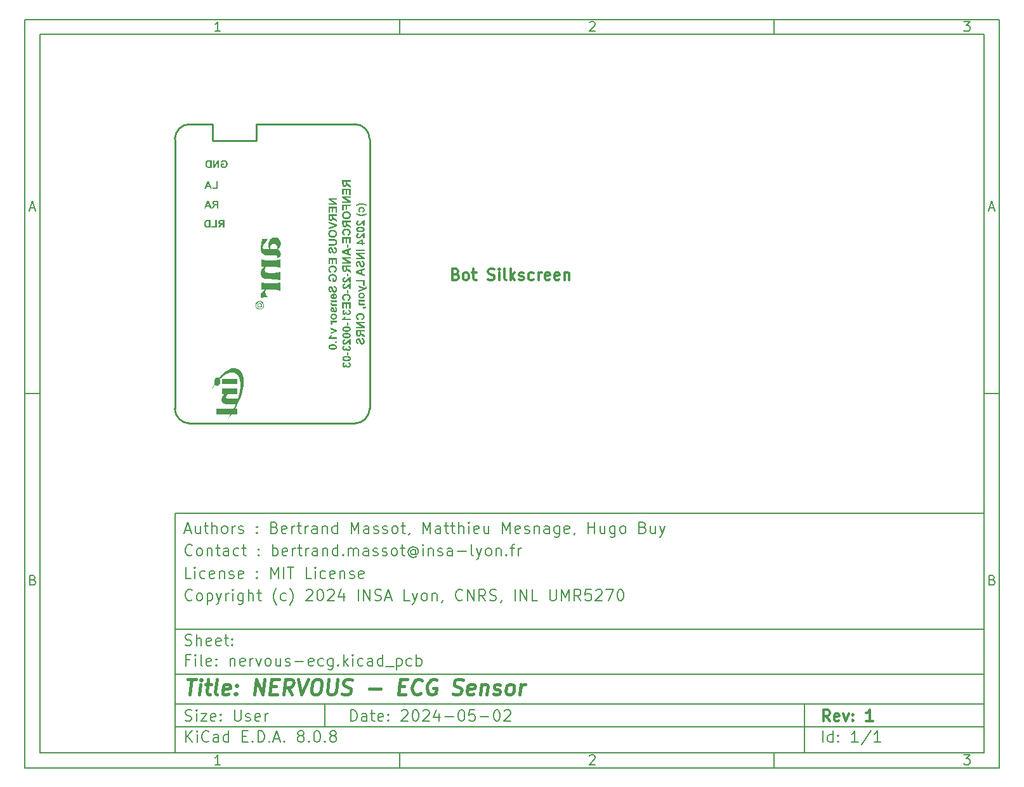
<source format=gbr>
%TF.GenerationSoftware,KiCad,Pcbnew,8.0.8*%
%TF.CreationDate,2025-02-27T16:48:53+01:00*%
%TF.ProjectId,nervous-ecg,6e657276-6f75-4732-9d65-63672e6b6963,1*%
%TF.SameCoordinates,Original*%
%TF.FileFunction,Legend,Bot*%
%TF.FilePolarity,Positive*%
%FSLAX46Y46*%
G04 Gerber Fmt 4.6, Leading zero omitted, Abs format (unit mm)*
G04 Created by KiCad (PCBNEW 8.0.8) date 2025-02-27 16:48:53*
%MOMM*%
%LPD*%
G01*
G04 APERTURE LIST*
%ADD10C,0.100000*%
%ADD11C,0.150000*%
%ADD12C,0.300000*%
%ADD13C,0.400000*%
%ADD14C,0.200000*%
%ADD15C,0.170000*%
%ADD16C,0.000000*%
%TA.AperFunction,Profile*%
%ADD17C,0.254000*%
%TD*%
G04 APERTURE END LIST*
D10*
D11*
X30012000Y-75990000D02*
X138012000Y-75990000D01*
X138012000Y-107990000D01*
X30012000Y-107990000D01*
X30012000Y-75990000D01*
D10*
D11*
X10000000Y-10000000D02*
X140012000Y-10000000D01*
X140012000Y-109990000D01*
X10000000Y-109990000D01*
X10000000Y-10000000D01*
D10*
D11*
X12000000Y-12000000D02*
X138012000Y-12000000D01*
X138012000Y-107990000D01*
X12000000Y-107990000D01*
X12000000Y-12000000D01*
D10*
D11*
X60000000Y-12000000D02*
X60000000Y-10000000D01*
D10*
D11*
X110000000Y-12000000D02*
X110000000Y-10000000D01*
D10*
D11*
X36089160Y-11593604D02*
X35346303Y-11593604D01*
X35717731Y-11593604D02*
X35717731Y-10293604D01*
X35717731Y-10293604D02*
X35593922Y-10479319D01*
X35593922Y-10479319D02*
X35470112Y-10603128D01*
X35470112Y-10603128D02*
X35346303Y-10665033D01*
D10*
D11*
X85346303Y-10417414D02*
X85408207Y-10355509D01*
X85408207Y-10355509D02*
X85532017Y-10293604D01*
X85532017Y-10293604D02*
X85841541Y-10293604D01*
X85841541Y-10293604D02*
X85965350Y-10355509D01*
X85965350Y-10355509D02*
X86027255Y-10417414D01*
X86027255Y-10417414D02*
X86089160Y-10541223D01*
X86089160Y-10541223D02*
X86089160Y-10665033D01*
X86089160Y-10665033D02*
X86027255Y-10850747D01*
X86027255Y-10850747D02*
X85284398Y-11593604D01*
X85284398Y-11593604D02*
X86089160Y-11593604D01*
D10*
D11*
X135284398Y-10293604D02*
X136089160Y-10293604D01*
X136089160Y-10293604D02*
X135655826Y-10788842D01*
X135655826Y-10788842D02*
X135841541Y-10788842D01*
X135841541Y-10788842D02*
X135965350Y-10850747D01*
X135965350Y-10850747D02*
X136027255Y-10912652D01*
X136027255Y-10912652D02*
X136089160Y-11036461D01*
X136089160Y-11036461D02*
X136089160Y-11345985D01*
X136089160Y-11345985D02*
X136027255Y-11469795D01*
X136027255Y-11469795D02*
X135965350Y-11531700D01*
X135965350Y-11531700D02*
X135841541Y-11593604D01*
X135841541Y-11593604D02*
X135470112Y-11593604D01*
X135470112Y-11593604D02*
X135346303Y-11531700D01*
X135346303Y-11531700D02*
X135284398Y-11469795D01*
D10*
D11*
X60000000Y-107990000D02*
X60000000Y-109990000D01*
D10*
D11*
X110000000Y-107990000D02*
X110000000Y-109990000D01*
D10*
D11*
X36089160Y-109583604D02*
X35346303Y-109583604D01*
X35717731Y-109583604D02*
X35717731Y-108283604D01*
X35717731Y-108283604D02*
X35593922Y-108469319D01*
X35593922Y-108469319D02*
X35470112Y-108593128D01*
X35470112Y-108593128D02*
X35346303Y-108655033D01*
D10*
D11*
X85346303Y-108407414D02*
X85408207Y-108345509D01*
X85408207Y-108345509D02*
X85532017Y-108283604D01*
X85532017Y-108283604D02*
X85841541Y-108283604D01*
X85841541Y-108283604D02*
X85965350Y-108345509D01*
X85965350Y-108345509D02*
X86027255Y-108407414D01*
X86027255Y-108407414D02*
X86089160Y-108531223D01*
X86089160Y-108531223D02*
X86089160Y-108655033D01*
X86089160Y-108655033D02*
X86027255Y-108840747D01*
X86027255Y-108840747D02*
X85284398Y-109583604D01*
X85284398Y-109583604D02*
X86089160Y-109583604D01*
D10*
D11*
X135284398Y-108283604D02*
X136089160Y-108283604D01*
X136089160Y-108283604D02*
X135655826Y-108778842D01*
X135655826Y-108778842D02*
X135841541Y-108778842D01*
X135841541Y-108778842D02*
X135965350Y-108840747D01*
X135965350Y-108840747D02*
X136027255Y-108902652D01*
X136027255Y-108902652D02*
X136089160Y-109026461D01*
X136089160Y-109026461D02*
X136089160Y-109335985D01*
X136089160Y-109335985D02*
X136027255Y-109459795D01*
X136027255Y-109459795D02*
X135965350Y-109521700D01*
X135965350Y-109521700D02*
X135841541Y-109583604D01*
X135841541Y-109583604D02*
X135470112Y-109583604D01*
X135470112Y-109583604D02*
X135346303Y-109521700D01*
X135346303Y-109521700D02*
X135284398Y-109459795D01*
D10*
D11*
X10000000Y-60000000D02*
X12000000Y-60000000D01*
D10*
D11*
X10690476Y-35222176D02*
X11309523Y-35222176D01*
X10566666Y-35593604D02*
X10999999Y-34293604D01*
X10999999Y-34293604D02*
X11433333Y-35593604D01*
D10*
D11*
X11092857Y-84912652D02*
X11278571Y-84974557D01*
X11278571Y-84974557D02*
X11340476Y-85036461D01*
X11340476Y-85036461D02*
X11402380Y-85160271D01*
X11402380Y-85160271D02*
X11402380Y-85345985D01*
X11402380Y-85345985D02*
X11340476Y-85469795D01*
X11340476Y-85469795D02*
X11278571Y-85531700D01*
X11278571Y-85531700D02*
X11154761Y-85593604D01*
X11154761Y-85593604D02*
X10659523Y-85593604D01*
X10659523Y-85593604D02*
X10659523Y-84293604D01*
X10659523Y-84293604D02*
X11092857Y-84293604D01*
X11092857Y-84293604D02*
X11216666Y-84355509D01*
X11216666Y-84355509D02*
X11278571Y-84417414D01*
X11278571Y-84417414D02*
X11340476Y-84541223D01*
X11340476Y-84541223D02*
X11340476Y-84665033D01*
X11340476Y-84665033D02*
X11278571Y-84788842D01*
X11278571Y-84788842D02*
X11216666Y-84850747D01*
X11216666Y-84850747D02*
X11092857Y-84912652D01*
X11092857Y-84912652D02*
X10659523Y-84912652D01*
D10*
D11*
X140012000Y-60000000D02*
X138012000Y-60000000D01*
D10*
D11*
X138702476Y-35222176D02*
X139321523Y-35222176D01*
X138578666Y-35593604D02*
X139011999Y-34293604D01*
X139011999Y-34293604D02*
X139445333Y-35593604D01*
D10*
D11*
X139104857Y-84912652D02*
X139290571Y-84974557D01*
X139290571Y-84974557D02*
X139352476Y-85036461D01*
X139352476Y-85036461D02*
X139414380Y-85160271D01*
X139414380Y-85160271D02*
X139414380Y-85345985D01*
X139414380Y-85345985D02*
X139352476Y-85469795D01*
X139352476Y-85469795D02*
X139290571Y-85531700D01*
X139290571Y-85531700D02*
X139166761Y-85593604D01*
X139166761Y-85593604D02*
X138671523Y-85593604D01*
X138671523Y-85593604D02*
X138671523Y-84293604D01*
X138671523Y-84293604D02*
X139104857Y-84293604D01*
X139104857Y-84293604D02*
X139228666Y-84355509D01*
X139228666Y-84355509D02*
X139290571Y-84417414D01*
X139290571Y-84417414D02*
X139352476Y-84541223D01*
X139352476Y-84541223D02*
X139352476Y-84665033D01*
X139352476Y-84665033D02*
X139290571Y-84788842D01*
X139290571Y-84788842D02*
X139228666Y-84850747D01*
X139228666Y-84850747D02*
X139104857Y-84912652D01*
X139104857Y-84912652D02*
X138671523Y-84912652D01*
D10*
D11*
X53467826Y-103776128D02*
X53467826Y-102276128D01*
X53467826Y-102276128D02*
X53824969Y-102276128D01*
X53824969Y-102276128D02*
X54039255Y-102347557D01*
X54039255Y-102347557D02*
X54182112Y-102490414D01*
X54182112Y-102490414D02*
X54253541Y-102633271D01*
X54253541Y-102633271D02*
X54324969Y-102918985D01*
X54324969Y-102918985D02*
X54324969Y-103133271D01*
X54324969Y-103133271D02*
X54253541Y-103418985D01*
X54253541Y-103418985D02*
X54182112Y-103561842D01*
X54182112Y-103561842D02*
X54039255Y-103704700D01*
X54039255Y-103704700D02*
X53824969Y-103776128D01*
X53824969Y-103776128D02*
X53467826Y-103776128D01*
X55610684Y-103776128D02*
X55610684Y-102990414D01*
X55610684Y-102990414D02*
X55539255Y-102847557D01*
X55539255Y-102847557D02*
X55396398Y-102776128D01*
X55396398Y-102776128D02*
X55110684Y-102776128D01*
X55110684Y-102776128D02*
X54967826Y-102847557D01*
X55610684Y-103704700D02*
X55467826Y-103776128D01*
X55467826Y-103776128D02*
X55110684Y-103776128D01*
X55110684Y-103776128D02*
X54967826Y-103704700D01*
X54967826Y-103704700D02*
X54896398Y-103561842D01*
X54896398Y-103561842D02*
X54896398Y-103418985D01*
X54896398Y-103418985D02*
X54967826Y-103276128D01*
X54967826Y-103276128D02*
X55110684Y-103204700D01*
X55110684Y-103204700D02*
X55467826Y-103204700D01*
X55467826Y-103204700D02*
X55610684Y-103133271D01*
X56110684Y-102776128D02*
X56682112Y-102776128D01*
X56324969Y-102276128D02*
X56324969Y-103561842D01*
X56324969Y-103561842D02*
X56396398Y-103704700D01*
X56396398Y-103704700D02*
X56539255Y-103776128D01*
X56539255Y-103776128D02*
X56682112Y-103776128D01*
X57753541Y-103704700D02*
X57610684Y-103776128D01*
X57610684Y-103776128D02*
X57324970Y-103776128D01*
X57324970Y-103776128D02*
X57182112Y-103704700D01*
X57182112Y-103704700D02*
X57110684Y-103561842D01*
X57110684Y-103561842D02*
X57110684Y-102990414D01*
X57110684Y-102990414D02*
X57182112Y-102847557D01*
X57182112Y-102847557D02*
X57324970Y-102776128D01*
X57324970Y-102776128D02*
X57610684Y-102776128D01*
X57610684Y-102776128D02*
X57753541Y-102847557D01*
X57753541Y-102847557D02*
X57824970Y-102990414D01*
X57824970Y-102990414D02*
X57824970Y-103133271D01*
X57824970Y-103133271D02*
X57110684Y-103276128D01*
X58467826Y-103633271D02*
X58539255Y-103704700D01*
X58539255Y-103704700D02*
X58467826Y-103776128D01*
X58467826Y-103776128D02*
X58396398Y-103704700D01*
X58396398Y-103704700D02*
X58467826Y-103633271D01*
X58467826Y-103633271D02*
X58467826Y-103776128D01*
X58467826Y-102847557D02*
X58539255Y-102918985D01*
X58539255Y-102918985D02*
X58467826Y-102990414D01*
X58467826Y-102990414D02*
X58396398Y-102918985D01*
X58396398Y-102918985D02*
X58467826Y-102847557D01*
X58467826Y-102847557D02*
X58467826Y-102990414D01*
X60253541Y-102418985D02*
X60324969Y-102347557D01*
X60324969Y-102347557D02*
X60467827Y-102276128D01*
X60467827Y-102276128D02*
X60824969Y-102276128D01*
X60824969Y-102276128D02*
X60967827Y-102347557D01*
X60967827Y-102347557D02*
X61039255Y-102418985D01*
X61039255Y-102418985D02*
X61110684Y-102561842D01*
X61110684Y-102561842D02*
X61110684Y-102704700D01*
X61110684Y-102704700D02*
X61039255Y-102918985D01*
X61039255Y-102918985D02*
X60182112Y-103776128D01*
X60182112Y-103776128D02*
X61110684Y-103776128D01*
X62039255Y-102276128D02*
X62182112Y-102276128D01*
X62182112Y-102276128D02*
X62324969Y-102347557D01*
X62324969Y-102347557D02*
X62396398Y-102418985D01*
X62396398Y-102418985D02*
X62467826Y-102561842D01*
X62467826Y-102561842D02*
X62539255Y-102847557D01*
X62539255Y-102847557D02*
X62539255Y-103204700D01*
X62539255Y-103204700D02*
X62467826Y-103490414D01*
X62467826Y-103490414D02*
X62396398Y-103633271D01*
X62396398Y-103633271D02*
X62324969Y-103704700D01*
X62324969Y-103704700D02*
X62182112Y-103776128D01*
X62182112Y-103776128D02*
X62039255Y-103776128D01*
X62039255Y-103776128D02*
X61896398Y-103704700D01*
X61896398Y-103704700D02*
X61824969Y-103633271D01*
X61824969Y-103633271D02*
X61753540Y-103490414D01*
X61753540Y-103490414D02*
X61682112Y-103204700D01*
X61682112Y-103204700D02*
X61682112Y-102847557D01*
X61682112Y-102847557D02*
X61753540Y-102561842D01*
X61753540Y-102561842D02*
X61824969Y-102418985D01*
X61824969Y-102418985D02*
X61896398Y-102347557D01*
X61896398Y-102347557D02*
X62039255Y-102276128D01*
X63110683Y-102418985D02*
X63182111Y-102347557D01*
X63182111Y-102347557D02*
X63324969Y-102276128D01*
X63324969Y-102276128D02*
X63682111Y-102276128D01*
X63682111Y-102276128D02*
X63824969Y-102347557D01*
X63824969Y-102347557D02*
X63896397Y-102418985D01*
X63896397Y-102418985D02*
X63967826Y-102561842D01*
X63967826Y-102561842D02*
X63967826Y-102704700D01*
X63967826Y-102704700D02*
X63896397Y-102918985D01*
X63896397Y-102918985D02*
X63039254Y-103776128D01*
X63039254Y-103776128D02*
X63967826Y-103776128D01*
X65253540Y-102776128D02*
X65253540Y-103776128D01*
X64896397Y-102204700D02*
X64539254Y-103276128D01*
X64539254Y-103276128D02*
X65467825Y-103276128D01*
X66039253Y-103204700D02*
X67182111Y-103204700D01*
X68182111Y-102276128D02*
X68324968Y-102276128D01*
X68324968Y-102276128D02*
X68467825Y-102347557D01*
X68467825Y-102347557D02*
X68539254Y-102418985D01*
X68539254Y-102418985D02*
X68610682Y-102561842D01*
X68610682Y-102561842D02*
X68682111Y-102847557D01*
X68682111Y-102847557D02*
X68682111Y-103204700D01*
X68682111Y-103204700D02*
X68610682Y-103490414D01*
X68610682Y-103490414D02*
X68539254Y-103633271D01*
X68539254Y-103633271D02*
X68467825Y-103704700D01*
X68467825Y-103704700D02*
X68324968Y-103776128D01*
X68324968Y-103776128D02*
X68182111Y-103776128D01*
X68182111Y-103776128D02*
X68039254Y-103704700D01*
X68039254Y-103704700D02*
X67967825Y-103633271D01*
X67967825Y-103633271D02*
X67896396Y-103490414D01*
X67896396Y-103490414D02*
X67824968Y-103204700D01*
X67824968Y-103204700D02*
X67824968Y-102847557D01*
X67824968Y-102847557D02*
X67896396Y-102561842D01*
X67896396Y-102561842D02*
X67967825Y-102418985D01*
X67967825Y-102418985D02*
X68039254Y-102347557D01*
X68039254Y-102347557D02*
X68182111Y-102276128D01*
X70039253Y-102276128D02*
X69324967Y-102276128D01*
X69324967Y-102276128D02*
X69253539Y-102990414D01*
X69253539Y-102990414D02*
X69324967Y-102918985D01*
X69324967Y-102918985D02*
X69467825Y-102847557D01*
X69467825Y-102847557D02*
X69824967Y-102847557D01*
X69824967Y-102847557D02*
X69967825Y-102918985D01*
X69967825Y-102918985D02*
X70039253Y-102990414D01*
X70039253Y-102990414D02*
X70110682Y-103133271D01*
X70110682Y-103133271D02*
X70110682Y-103490414D01*
X70110682Y-103490414D02*
X70039253Y-103633271D01*
X70039253Y-103633271D02*
X69967825Y-103704700D01*
X69967825Y-103704700D02*
X69824967Y-103776128D01*
X69824967Y-103776128D02*
X69467825Y-103776128D01*
X69467825Y-103776128D02*
X69324967Y-103704700D01*
X69324967Y-103704700D02*
X69253539Y-103633271D01*
X70753538Y-103204700D02*
X71896396Y-103204700D01*
X72896396Y-102276128D02*
X73039253Y-102276128D01*
X73039253Y-102276128D02*
X73182110Y-102347557D01*
X73182110Y-102347557D02*
X73253539Y-102418985D01*
X73253539Y-102418985D02*
X73324967Y-102561842D01*
X73324967Y-102561842D02*
X73396396Y-102847557D01*
X73396396Y-102847557D02*
X73396396Y-103204700D01*
X73396396Y-103204700D02*
X73324967Y-103490414D01*
X73324967Y-103490414D02*
X73253539Y-103633271D01*
X73253539Y-103633271D02*
X73182110Y-103704700D01*
X73182110Y-103704700D02*
X73039253Y-103776128D01*
X73039253Y-103776128D02*
X72896396Y-103776128D01*
X72896396Y-103776128D02*
X72753539Y-103704700D01*
X72753539Y-103704700D02*
X72682110Y-103633271D01*
X72682110Y-103633271D02*
X72610681Y-103490414D01*
X72610681Y-103490414D02*
X72539253Y-103204700D01*
X72539253Y-103204700D02*
X72539253Y-102847557D01*
X72539253Y-102847557D02*
X72610681Y-102561842D01*
X72610681Y-102561842D02*
X72682110Y-102418985D01*
X72682110Y-102418985D02*
X72753539Y-102347557D01*
X72753539Y-102347557D02*
X72896396Y-102276128D01*
X73967824Y-102418985D02*
X74039252Y-102347557D01*
X74039252Y-102347557D02*
X74182110Y-102276128D01*
X74182110Y-102276128D02*
X74539252Y-102276128D01*
X74539252Y-102276128D02*
X74682110Y-102347557D01*
X74682110Y-102347557D02*
X74753538Y-102418985D01*
X74753538Y-102418985D02*
X74824967Y-102561842D01*
X74824967Y-102561842D02*
X74824967Y-102704700D01*
X74824967Y-102704700D02*
X74753538Y-102918985D01*
X74753538Y-102918985D02*
X73896395Y-103776128D01*
X73896395Y-103776128D02*
X74824967Y-103776128D01*
D10*
D11*
X30012000Y-104490000D02*
X138012000Y-104490000D01*
D10*
D11*
X31467826Y-106576128D02*
X31467826Y-105076128D01*
X32324969Y-106576128D02*
X31682112Y-105718985D01*
X32324969Y-105076128D02*
X31467826Y-105933271D01*
X32967826Y-106576128D02*
X32967826Y-105576128D01*
X32967826Y-105076128D02*
X32896398Y-105147557D01*
X32896398Y-105147557D02*
X32967826Y-105218985D01*
X32967826Y-105218985D02*
X33039255Y-105147557D01*
X33039255Y-105147557D02*
X32967826Y-105076128D01*
X32967826Y-105076128D02*
X32967826Y-105218985D01*
X34539255Y-106433271D02*
X34467827Y-106504700D01*
X34467827Y-106504700D02*
X34253541Y-106576128D01*
X34253541Y-106576128D02*
X34110684Y-106576128D01*
X34110684Y-106576128D02*
X33896398Y-106504700D01*
X33896398Y-106504700D02*
X33753541Y-106361842D01*
X33753541Y-106361842D02*
X33682112Y-106218985D01*
X33682112Y-106218985D02*
X33610684Y-105933271D01*
X33610684Y-105933271D02*
X33610684Y-105718985D01*
X33610684Y-105718985D02*
X33682112Y-105433271D01*
X33682112Y-105433271D02*
X33753541Y-105290414D01*
X33753541Y-105290414D02*
X33896398Y-105147557D01*
X33896398Y-105147557D02*
X34110684Y-105076128D01*
X34110684Y-105076128D02*
X34253541Y-105076128D01*
X34253541Y-105076128D02*
X34467827Y-105147557D01*
X34467827Y-105147557D02*
X34539255Y-105218985D01*
X35824970Y-106576128D02*
X35824970Y-105790414D01*
X35824970Y-105790414D02*
X35753541Y-105647557D01*
X35753541Y-105647557D02*
X35610684Y-105576128D01*
X35610684Y-105576128D02*
X35324970Y-105576128D01*
X35324970Y-105576128D02*
X35182112Y-105647557D01*
X35824970Y-106504700D02*
X35682112Y-106576128D01*
X35682112Y-106576128D02*
X35324970Y-106576128D01*
X35324970Y-106576128D02*
X35182112Y-106504700D01*
X35182112Y-106504700D02*
X35110684Y-106361842D01*
X35110684Y-106361842D02*
X35110684Y-106218985D01*
X35110684Y-106218985D02*
X35182112Y-106076128D01*
X35182112Y-106076128D02*
X35324970Y-106004700D01*
X35324970Y-106004700D02*
X35682112Y-106004700D01*
X35682112Y-106004700D02*
X35824970Y-105933271D01*
X37182113Y-106576128D02*
X37182113Y-105076128D01*
X37182113Y-106504700D02*
X37039255Y-106576128D01*
X37039255Y-106576128D02*
X36753541Y-106576128D01*
X36753541Y-106576128D02*
X36610684Y-106504700D01*
X36610684Y-106504700D02*
X36539255Y-106433271D01*
X36539255Y-106433271D02*
X36467827Y-106290414D01*
X36467827Y-106290414D02*
X36467827Y-105861842D01*
X36467827Y-105861842D02*
X36539255Y-105718985D01*
X36539255Y-105718985D02*
X36610684Y-105647557D01*
X36610684Y-105647557D02*
X36753541Y-105576128D01*
X36753541Y-105576128D02*
X37039255Y-105576128D01*
X37039255Y-105576128D02*
X37182113Y-105647557D01*
X39039255Y-105790414D02*
X39539255Y-105790414D01*
X39753541Y-106576128D02*
X39039255Y-106576128D01*
X39039255Y-106576128D02*
X39039255Y-105076128D01*
X39039255Y-105076128D02*
X39753541Y-105076128D01*
X40396398Y-106433271D02*
X40467827Y-106504700D01*
X40467827Y-106504700D02*
X40396398Y-106576128D01*
X40396398Y-106576128D02*
X40324970Y-106504700D01*
X40324970Y-106504700D02*
X40396398Y-106433271D01*
X40396398Y-106433271D02*
X40396398Y-106576128D01*
X41110684Y-106576128D02*
X41110684Y-105076128D01*
X41110684Y-105076128D02*
X41467827Y-105076128D01*
X41467827Y-105076128D02*
X41682113Y-105147557D01*
X41682113Y-105147557D02*
X41824970Y-105290414D01*
X41824970Y-105290414D02*
X41896399Y-105433271D01*
X41896399Y-105433271D02*
X41967827Y-105718985D01*
X41967827Y-105718985D02*
X41967827Y-105933271D01*
X41967827Y-105933271D02*
X41896399Y-106218985D01*
X41896399Y-106218985D02*
X41824970Y-106361842D01*
X41824970Y-106361842D02*
X41682113Y-106504700D01*
X41682113Y-106504700D02*
X41467827Y-106576128D01*
X41467827Y-106576128D02*
X41110684Y-106576128D01*
X42610684Y-106433271D02*
X42682113Y-106504700D01*
X42682113Y-106504700D02*
X42610684Y-106576128D01*
X42610684Y-106576128D02*
X42539256Y-106504700D01*
X42539256Y-106504700D02*
X42610684Y-106433271D01*
X42610684Y-106433271D02*
X42610684Y-106576128D01*
X43253542Y-106147557D02*
X43967828Y-106147557D01*
X43110685Y-106576128D02*
X43610685Y-105076128D01*
X43610685Y-105076128D02*
X44110685Y-106576128D01*
X44610684Y-106433271D02*
X44682113Y-106504700D01*
X44682113Y-106504700D02*
X44610684Y-106576128D01*
X44610684Y-106576128D02*
X44539256Y-106504700D01*
X44539256Y-106504700D02*
X44610684Y-106433271D01*
X44610684Y-106433271D02*
X44610684Y-106576128D01*
X46682113Y-105718985D02*
X46539256Y-105647557D01*
X46539256Y-105647557D02*
X46467827Y-105576128D01*
X46467827Y-105576128D02*
X46396399Y-105433271D01*
X46396399Y-105433271D02*
X46396399Y-105361842D01*
X46396399Y-105361842D02*
X46467827Y-105218985D01*
X46467827Y-105218985D02*
X46539256Y-105147557D01*
X46539256Y-105147557D02*
X46682113Y-105076128D01*
X46682113Y-105076128D02*
X46967827Y-105076128D01*
X46967827Y-105076128D02*
X47110685Y-105147557D01*
X47110685Y-105147557D02*
X47182113Y-105218985D01*
X47182113Y-105218985D02*
X47253542Y-105361842D01*
X47253542Y-105361842D02*
X47253542Y-105433271D01*
X47253542Y-105433271D02*
X47182113Y-105576128D01*
X47182113Y-105576128D02*
X47110685Y-105647557D01*
X47110685Y-105647557D02*
X46967827Y-105718985D01*
X46967827Y-105718985D02*
X46682113Y-105718985D01*
X46682113Y-105718985D02*
X46539256Y-105790414D01*
X46539256Y-105790414D02*
X46467827Y-105861842D01*
X46467827Y-105861842D02*
X46396399Y-106004700D01*
X46396399Y-106004700D02*
X46396399Y-106290414D01*
X46396399Y-106290414D02*
X46467827Y-106433271D01*
X46467827Y-106433271D02*
X46539256Y-106504700D01*
X46539256Y-106504700D02*
X46682113Y-106576128D01*
X46682113Y-106576128D02*
X46967827Y-106576128D01*
X46967827Y-106576128D02*
X47110685Y-106504700D01*
X47110685Y-106504700D02*
X47182113Y-106433271D01*
X47182113Y-106433271D02*
X47253542Y-106290414D01*
X47253542Y-106290414D02*
X47253542Y-106004700D01*
X47253542Y-106004700D02*
X47182113Y-105861842D01*
X47182113Y-105861842D02*
X47110685Y-105790414D01*
X47110685Y-105790414D02*
X46967827Y-105718985D01*
X47896398Y-106433271D02*
X47967827Y-106504700D01*
X47967827Y-106504700D02*
X47896398Y-106576128D01*
X47896398Y-106576128D02*
X47824970Y-106504700D01*
X47824970Y-106504700D02*
X47896398Y-106433271D01*
X47896398Y-106433271D02*
X47896398Y-106576128D01*
X48896399Y-105076128D02*
X49039256Y-105076128D01*
X49039256Y-105076128D02*
X49182113Y-105147557D01*
X49182113Y-105147557D02*
X49253542Y-105218985D01*
X49253542Y-105218985D02*
X49324970Y-105361842D01*
X49324970Y-105361842D02*
X49396399Y-105647557D01*
X49396399Y-105647557D02*
X49396399Y-106004700D01*
X49396399Y-106004700D02*
X49324970Y-106290414D01*
X49324970Y-106290414D02*
X49253542Y-106433271D01*
X49253542Y-106433271D02*
X49182113Y-106504700D01*
X49182113Y-106504700D02*
X49039256Y-106576128D01*
X49039256Y-106576128D02*
X48896399Y-106576128D01*
X48896399Y-106576128D02*
X48753542Y-106504700D01*
X48753542Y-106504700D02*
X48682113Y-106433271D01*
X48682113Y-106433271D02*
X48610684Y-106290414D01*
X48610684Y-106290414D02*
X48539256Y-106004700D01*
X48539256Y-106004700D02*
X48539256Y-105647557D01*
X48539256Y-105647557D02*
X48610684Y-105361842D01*
X48610684Y-105361842D02*
X48682113Y-105218985D01*
X48682113Y-105218985D02*
X48753542Y-105147557D01*
X48753542Y-105147557D02*
X48896399Y-105076128D01*
X50039255Y-106433271D02*
X50110684Y-106504700D01*
X50110684Y-106504700D02*
X50039255Y-106576128D01*
X50039255Y-106576128D02*
X49967827Y-106504700D01*
X49967827Y-106504700D02*
X50039255Y-106433271D01*
X50039255Y-106433271D02*
X50039255Y-106576128D01*
X50967827Y-105718985D02*
X50824970Y-105647557D01*
X50824970Y-105647557D02*
X50753541Y-105576128D01*
X50753541Y-105576128D02*
X50682113Y-105433271D01*
X50682113Y-105433271D02*
X50682113Y-105361842D01*
X50682113Y-105361842D02*
X50753541Y-105218985D01*
X50753541Y-105218985D02*
X50824970Y-105147557D01*
X50824970Y-105147557D02*
X50967827Y-105076128D01*
X50967827Y-105076128D02*
X51253541Y-105076128D01*
X51253541Y-105076128D02*
X51396399Y-105147557D01*
X51396399Y-105147557D02*
X51467827Y-105218985D01*
X51467827Y-105218985D02*
X51539256Y-105361842D01*
X51539256Y-105361842D02*
X51539256Y-105433271D01*
X51539256Y-105433271D02*
X51467827Y-105576128D01*
X51467827Y-105576128D02*
X51396399Y-105647557D01*
X51396399Y-105647557D02*
X51253541Y-105718985D01*
X51253541Y-105718985D02*
X50967827Y-105718985D01*
X50967827Y-105718985D02*
X50824970Y-105790414D01*
X50824970Y-105790414D02*
X50753541Y-105861842D01*
X50753541Y-105861842D02*
X50682113Y-106004700D01*
X50682113Y-106004700D02*
X50682113Y-106290414D01*
X50682113Y-106290414D02*
X50753541Y-106433271D01*
X50753541Y-106433271D02*
X50824970Y-106504700D01*
X50824970Y-106504700D02*
X50967827Y-106576128D01*
X50967827Y-106576128D02*
X51253541Y-106576128D01*
X51253541Y-106576128D02*
X51396399Y-106504700D01*
X51396399Y-106504700D02*
X51467827Y-106433271D01*
X51467827Y-106433271D02*
X51539256Y-106290414D01*
X51539256Y-106290414D02*
X51539256Y-106004700D01*
X51539256Y-106004700D02*
X51467827Y-105861842D01*
X51467827Y-105861842D02*
X51396399Y-105790414D01*
X51396399Y-105790414D02*
X51253541Y-105718985D01*
D10*
D11*
X30012000Y-101490000D02*
X138012000Y-101490000D01*
D10*
D12*
X117423653Y-103768328D02*
X116923653Y-103054042D01*
X116566510Y-103768328D02*
X116566510Y-102268328D01*
X116566510Y-102268328D02*
X117137939Y-102268328D01*
X117137939Y-102268328D02*
X117280796Y-102339757D01*
X117280796Y-102339757D02*
X117352225Y-102411185D01*
X117352225Y-102411185D02*
X117423653Y-102554042D01*
X117423653Y-102554042D02*
X117423653Y-102768328D01*
X117423653Y-102768328D02*
X117352225Y-102911185D01*
X117352225Y-102911185D02*
X117280796Y-102982614D01*
X117280796Y-102982614D02*
X117137939Y-103054042D01*
X117137939Y-103054042D02*
X116566510Y-103054042D01*
X118637939Y-103696900D02*
X118495082Y-103768328D01*
X118495082Y-103768328D02*
X118209368Y-103768328D01*
X118209368Y-103768328D02*
X118066510Y-103696900D01*
X118066510Y-103696900D02*
X117995082Y-103554042D01*
X117995082Y-103554042D02*
X117995082Y-102982614D01*
X117995082Y-102982614D02*
X118066510Y-102839757D01*
X118066510Y-102839757D02*
X118209368Y-102768328D01*
X118209368Y-102768328D02*
X118495082Y-102768328D01*
X118495082Y-102768328D02*
X118637939Y-102839757D01*
X118637939Y-102839757D02*
X118709368Y-102982614D01*
X118709368Y-102982614D02*
X118709368Y-103125471D01*
X118709368Y-103125471D02*
X117995082Y-103268328D01*
X119209367Y-102768328D02*
X119566510Y-103768328D01*
X119566510Y-103768328D02*
X119923653Y-102768328D01*
X120495081Y-103625471D02*
X120566510Y-103696900D01*
X120566510Y-103696900D02*
X120495081Y-103768328D01*
X120495081Y-103768328D02*
X120423653Y-103696900D01*
X120423653Y-103696900D02*
X120495081Y-103625471D01*
X120495081Y-103625471D02*
X120495081Y-103768328D01*
X120495081Y-102839757D02*
X120566510Y-102911185D01*
X120566510Y-102911185D02*
X120495081Y-102982614D01*
X120495081Y-102982614D02*
X120423653Y-102911185D01*
X120423653Y-102911185D02*
X120495081Y-102839757D01*
X120495081Y-102839757D02*
X120495081Y-102982614D01*
X123137939Y-103768328D02*
X122280796Y-103768328D01*
X122709367Y-103768328D02*
X122709367Y-102268328D01*
X122709367Y-102268328D02*
X122566510Y-102482614D01*
X122566510Y-102482614D02*
X122423653Y-102625471D01*
X122423653Y-102625471D02*
X122280796Y-102696900D01*
D10*
D11*
X31396398Y-103704700D02*
X31610684Y-103776128D01*
X31610684Y-103776128D02*
X31967826Y-103776128D01*
X31967826Y-103776128D02*
X32110684Y-103704700D01*
X32110684Y-103704700D02*
X32182112Y-103633271D01*
X32182112Y-103633271D02*
X32253541Y-103490414D01*
X32253541Y-103490414D02*
X32253541Y-103347557D01*
X32253541Y-103347557D02*
X32182112Y-103204700D01*
X32182112Y-103204700D02*
X32110684Y-103133271D01*
X32110684Y-103133271D02*
X31967826Y-103061842D01*
X31967826Y-103061842D02*
X31682112Y-102990414D01*
X31682112Y-102990414D02*
X31539255Y-102918985D01*
X31539255Y-102918985D02*
X31467826Y-102847557D01*
X31467826Y-102847557D02*
X31396398Y-102704700D01*
X31396398Y-102704700D02*
X31396398Y-102561842D01*
X31396398Y-102561842D02*
X31467826Y-102418985D01*
X31467826Y-102418985D02*
X31539255Y-102347557D01*
X31539255Y-102347557D02*
X31682112Y-102276128D01*
X31682112Y-102276128D02*
X32039255Y-102276128D01*
X32039255Y-102276128D02*
X32253541Y-102347557D01*
X32896397Y-103776128D02*
X32896397Y-102776128D01*
X32896397Y-102276128D02*
X32824969Y-102347557D01*
X32824969Y-102347557D02*
X32896397Y-102418985D01*
X32896397Y-102418985D02*
X32967826Y-102347557D01*
X32967826Y-102347557D02*
X32896397Y-102276128D01*
X32896397Y-102276128D02*
X32896397Y-102418985D01*
X33467826Y-102776128D02*
X34253541Y-102776128D01*
X34253541Y-102776128D02*
X33467826Y-103776128D01*
X33467826Y-103776128D02*
X34253541Y-103776128D01*
X35396398Y-103704700D02*
X35253541Y-103776128D01*
X35253541Y-103776128D02*
X34967827Y-103776128D01*
X34967827Y-103776128D02*
X34824969Y-103704700D01*
X34824969Y-103704700D02*
X34753541Y-103561842D01*
X34753541Y-103561842D02*
X34753541Y-102990414D01*
X34753541Y-102990414D02*
X34824969Y-102847557D01*
X34824969Y-102847557D02*
X34967827Y-102776128D01*
X34967827Y-102776128D02*
X35253541Y-102776128D01*
X35253541Y-102776128D02*
X35396398Y-102847557D01*
X35396398Y-102847557D02*
X35467827Y-102990414D01*
X35467827Y-102990414D02*
X35467827Y-103133271D01*
X35467827Y-103133271D02*
X34753541Y-103276128D01*
X36110683Y-103633271D02*
X36182112Y-103704700D01*
X36182112Y-103704700D02*
X36110683Y-103776128D01*
X36110683Y-103776128D02*
X36039255Y-103704700D01*
X36039255Y-103704700D02*
X36110683Y-103633271D01*
X36110683Y-103633271D02*
X36110683Y-103776128D01*
X36110683Y-102847557D02*
X36182112Y-102918985D01*
X36182112Y-102918985D02*
X36110683Y-102990414D01*
X36110683Y-102990414D02*
X36039255Y-102918985D01*
X36039255Y-102918985D02*
X36110683Y-102847557D01*
X36110683Y-102847557D02*
X36110683Y-102990414D01*
X37967826Y-102276128D02*
X37967826Y-103490414D01*
X37967826Y-103490414D02*
X38039255Y-103633271D01*
X38039255Y-103633271D02*
X38110684Y-103704700D01*
X38110684Y-103704700D02*
X38253541Y-103776128D01*
X38253541Y-103776128D02*
X38539255Y-103776128D01*
X38539255Y-103776128D02*
X38682112Y-103704700D01*
X38682112Y-103704700D02*
X38753541Y-103633271D01*
X38753541Y-103633271D02*
X38824969Y-103490414D01*
X38824969Y-103490414D02*
X38824969Y-102276128D01*
X39467827Y-103704700D02*
X39610684Y-103776128D01*
X39610684Y-103776128D02*
X39896398Y-103776128D01*
X39896398Y-103776128D02*
X40039255Y-103704700D01*
X40039255Y-103704700D02*
X40110684Y-103561842D01*
X40110684Y-103561842D02*
X40110684Y-103490414D01*
X40110684Y-103490414D02*
X40039255Y-103347557D01*
X40039255Y-103347557D02*
X39896398Y-103276128D01*
X39896398Y-103276128D02*
X39682113Y-103276128D01*
X39682113Y-103276128D02*
X39539255Y-103204700D01*
X39539255Y-103204700D02*
X39467827Y-103061842D01*
X39467827Y-103061842D02*
X39467827Y-102990414D01*
X39467827Y-102990414D02*
X39539255Y-102847557D01*
X39539255Y-102847557D02*
X39682113Y-102776128D01*
X39682113Y-102776128D02*
X39896398Y-102776128D01*
X39896398Y-102776128D02*
X40039255Y-102847557D01*
X41324970Y-103704700D02*
X41182113Y-103776128D01*
X41182113Y-103776128D02*
X40896399Y-103776128D01*
X40896399Y-103776128D02*
X40753541Y-103704700D01*
X40753541Y-103704700D02*
X40682113Y-103561842D01*
X40682113Y-103561842D02*
X40682113Y-102990414D01*
X40682113Y-102990414D02*
X40753541Y-102847557D01*
X40753541Y-102847557D02*
X40896399Y-102776128D01*
X40896399Y-102776128D02*
X41182113Y-102776128D01*
X41182113Y-102776128D02*
X41324970Y-102847557D01*
X41324970Y-102847557D02*
X41396399Y-102990414D01*
X41396399Y-102990414D02*
X41396399Y-103133271D01*
X41396399Y-103133271D02*
X40682113Y-103276128D01*
X42039255Y-103776128D02*
X42039255Y-102776128D01*
X42039255Y-103061842D02*
X42110684Y-102918985D01*
X42110684Y-102918985D02*
X42182113Y-102847557D01*
X42182113Y-102847557D02*
X42324970Y-102776128D01*
X42324970Y-102776128D02*
X42467827Y-102776128D01*
D10*
D11*
X116467826Y-106576128D02*
X116467826Y-105076128D01*
X117824970Y-106576128D02*
X117824970Y-105076128D01*
X117824970Y-106504700D02*
X117682112Y-106576128D01*
X117682112Y-106576128D02*
X117396398Y-106576128D01*
X117396398Y-106576128D02*
X117253541Y-106504700D01*
X117253541Y-106504700D02*
X117182112Y-106433271D01*
X117182112Y-106433271D02*
X117110684Y-106290414D01*
X117110684Y-106290414D02*
X117110684Y-105861842D01*
X117110684Y-105861842D02*
X117182112Y-105718985D01*
X117182112Y-105718985D02*
X117253541Y-105647557D01*
X117253541Y-105647557D02*
X117396398Y-105576128D01*
X117396398Y-105576128D02*
X117682112Y-105576128D01*
X117682112Y-105576128D02*
X117824970Y-105647557D01*
X118539255Y-106433271D02*
X118610684Y-106504700D01*
X118610684Y-106504700D02*
X118539255Y-106576128D01*
X118539255Y-106576128D02*
X118467827Y-106504700D01*
X118467827Y-106504700D02*
X118539255Y-106433271D01*
X118539255Y-106433271D02*
X118539255Y-106576128D01*
X118539255Y-105647557D02*
X118610684Y-105718985D01*
X118610684Y-105718985D02*
X118539255Y-105790414D01*
X118539255Y-105790414D02*
X118467827Y-105718985D01*
X118467827Y-105718985D02*
X118539255Y-105647557D01*
X118539255Y-105647557D02*
X118539255Y-105790414D01*
X121182113Y-106576128D02*
X120324970Y-106576128D01*
X120753541Y-106576128D02*
X120753541Y-105076128D01*
X120753541Y-105076128D02*
X120610684Y-105290414D01*
X120610684Y-105290414D02*
X120467827Y-105433271D01*
X120467827Y-105433271D02*
X120324970Y-105504700D01*
X122896398Y-105004700D02*
X121610684Y-106933271D01*
X124182113Y-106576128D02*
X123324970Y-106576128D01*
X123753541Y-106576128D02*
X123753541Y-105076128D01*
X123753541Y-105076128D02*
X123610684Y-105290414D01*
X123610684Y-105290414D02*
X123467827Y-105433271D01*
X123467827Y-105433271D02*
X123324970Y-105504700D01*
D10*
D11*
X30012000Y-97490000D02*
X138012000Y-97490000D01*
D10*
D13*
X31703728Y-98194438D02*
X32846585Y-98194438D01*
X32025157Y-100194438D02*
X32275157Y-98194438D01*
X33263252Y-100194438D02*
X33429919Y-98861104D01*
X33513252Y-98194438D02*
X33406109Y-98289676D01*
X33406109Y-98289676D02*
X33489443Y-98384914D01*
X33489443Y-98384914D02*
X33596586Y-98289676D01*
X33596586Y-98289676D02*
X33513252Y-98194438D01*
X33513252Y-98194438D02*
X33489443Y-98384914D01*
X34096586Y-98861104D02*
X34858490Y-98861104D01*
X34465633Y-98194438D02*
X34251348Y-99908723D01*
X34251348Y-99908723D02*
X34322776Y-100099200D01*
X34322776Y-100099200D02*
X34501348Y-100194438D01*
X34501348Y-100194438D02*
X34691824Y-100194438D01*
X35644205Y-100194438D02*
X35465633Y-100099200D01*
X35465633Y-100099200D02*
X35394205Y-99908723D01*
X35394205Y-99908723D02*
X35608490Y-98194438D01*
X37179919Y-100099200D02*
X36977538Y-100194438D01*
X36977538Y-100194438D02*
X36596585Y-100194438D01*
X36596585Y-100194438D02*
X36418014Y-100099200D01*
X36418014Y-100099200D02*
X36346585Y-99908723D01*
X36346585Y-99908723D02*
X36441824Y-99146819D01*
X36441824Y-99146819D02*
X36560871Y-98956342D01*
X36560871Y-98956342D02*
X36763252Y-98861104D01*
X36763252Y-98861104D02*
X37144204Y-98861104D01*
X37144204Y-98861104D02*
X37322776Y-98956342D01*
X37322776Y-98956342D02*
X37394204Y-99146819D01*
X37394204Y-99146819D02*
X37370395Y-99337295D01*
X37370395Y-99337295D02*
X36394204Y-99527771D01*
X38144205Y-100003961D02*
X38227538Y-100099200D01*
X38227538Y-100099200D02*
X38120395Y-100194438D01*
X38120395Y-100194438D02*
X38037062Y-100099200D01*
X38037062Y-100099200D02*
X38144205Y-100003961D01*
X38144205Y-100003961D02*
X38120395Y-100194438D01*
X38275157Y-98956342D02*
X38358490Y-99051580D01*
X38358490Y-99051580D02*
X38251348Y-99146819D01*
X38251348Y-99146819D02*
X38168014Y-99051580D01*
X38168014Y-99051580D02*
X38275157Y-98956342D01*
X38275157Y-98956342D02*
X38251348Y-99146819D01*
X40596586Y-100194438D02*
X40846586Y-98194438D01*
X40846586Y-98194438D02*
X41739443Y-100194438D01*
X41739443Y-100194438D02*
X41989443Y-98194438D01*
X42822777Y-99146819D02*
X43489443Y-99146819D01*
X43644205Y-100194438D02*
X42691824Y-100194438D01*
X42691824Y-100194438D02*
X42941824Y-98194438D01*
X42941824Y-98194438D02*
X43894205Y-98194438D01*
X45644205Y-100194438D02*
X45096586Y-99242057D01*
X44501348Y-100194438D02*
X44751348Y-98194438D01*
X44751348Y-98194438D02*
X45513253Y-98194438D01*
X45513253Y-98194438D02*
X45691824Y-98289676D01*
X45691824Y-98289676D02*
X45775158Y-98384914D01*
X45775158Y-98384914D02*
X45846586Y-98575390D01*
X45846586Y-98575390D02*
X45810872Y-98861104D01*
X45810872Y-98861104D02*
X45691824Y-99051580D01*
X45691824Y-99051580D02*
X45584682Y-99146819D01*
X45584682Y-99146819D02*
X45382301Y-99242057D01*
X45382301Y-99242057D02*
X44620396Y-99242057D01*
X46465634Y-98194438D02*
X46882301Y-100194438D01*
X46882301Y-100194438D02*
X47798967Y-98194438D01*
X48846587Y-98194438D02*
X49227539Y-98194438D01*
X49227539Y-98194438D02*
X49406110Y-98289676D01*
X49406110Y-98289676D02*
X49572777Y-98480152D01*
X49572777Y-98480152D02*
X49620396Y-98861104D01*
X49620396Y-98861104D02*
X49537063Y-99527771D01*
X49537063Y-99527771D02*
X49394206Y-99908723D01*
X49394206Y-99908723D02*
X49179920Y-100099200D01*
X49179920Y-100099200D02*
X48977539Y-100194438D01*
X48977539Y-100194438D02*
X48596587Y-100194438D01*
X48596587Y-100194438D02*
X48418015Y-100099200D01*
X48418015Y-100099200D02*
X48251349Y-99908723D01*
X48251349Y-99908723D02*
X48203729Y-99527771D01*
X48203729Y-99527771D02*
X48287063Y-98861104D01*
X48287063Y-98861104D02*
X48429920Y-98480152D01*
X48429920Y-98480152D02*
X48644206Y-98289676D01*
X48644206Y-98289676D02*
X48846587Y-98194438D01*
X50560872Y-98194438D02*
X50358491Y-99813485D01*
X50358491Y-99813485D02*
X50429920Y-100003961D01*
X50429920Y-100003961D02*
X50513253Y-100099200D01*
X50513253Y-100099200D02*
X50691825Y-100194438D01*
X50691825Y-100194438D02*
X51072777Y-100194438D01*
X51072777Y-100194438D02*
X51275158Y-100099200D01*
X51275158Y-100099200D02*
X51382301Y-100003961D01*
X51382301Y-100003961D02*
X51501348Y-99813485D01*
X51501348Y-99813485D02*
X51703729Y-98194438D01*
X52322777Y-100099200D02*
X52596586Y-100194438D01*
X52596586Y-100194438D02*
X53072777Y-100194438D01*
X53072777Y-100194438D02*
X53275158Y-100099200D01*
X53275158Y-100099200D02*
X53382301Y-100003961D01*
X53382301Y-100003961D02*
X53501348Y-99813485D01*
X53501348Y-99813485D02*
X53525158Y-99623009D01*
X53525158Y-99623009D02*
X53453729Y-99432533D01*
X53453729Y-99432533D02*
X53370396Y-99337295D01*
X53370396Y-99337295D02*
X53191825Y-99242057D01*
X53191825Y-99242057D02*
X52822777Y-99146819D01*
X52822777Y-99146819D02*
X52644205Y-99051580D01*
X52644205Y-99051580D02*
X52560872Y-98956342D01*
X52560872Y-98956342D02*
X52489444Y-98765866D01*
X52489444Y-98765866D02*
X52513253Y-98575390D01*
X52513253Y-98575390D02*
X52632301Y-98384914D01*
X52632301Y-98384914D02*
X52739444Y-98289676D01*
X52739444Y-98289676D02*
X52941825Y-98194438D01*
X52941825Y-98194438D02*
X53418015Y-98194438D01*
X53418015Y-98194438D02*
X53691825Y-98289676D01*
X55929920Y-99432533D02*
X57453730Y-99432533D01*
X59965635Y-99146819D02*
X60632301Y-99146819D01*
X60787063Y-100194438D02*
X59834682Y-100194438D01*
X59834682Y-100194438D02*
X60084682Y-98194438D01*
X60084682Y-98194438D02*
X61037063Y-98194438D01*
X62810873Y-100003961D02*
X62703730Y-100099200D01*
X62703730Y-100099200D02*
X62406111Y-100194438D01*
X62406111Y-100194438D02*
X62215635Y-100194438D01*
X62215635Y-100194438D02*
X61941825Y-100099200D01*
X61941825Y-100099200D02*
X61775159Y-99908723D01*
X61775159Y-99908723D02*
X61703730Y-99718247D01*
X61703730Y-99718247D02*
X61656111Y-99337295D01*
X61656111Y-99337295D02*
X61691825Y-99051580D01*
X61691825Y-99051580D02*
X61834682Y-98670628D01*
X61834682Y-98670628D02*
X61953730Y-98480152D01*
X61953730Y-98480152D02*
X62168016Y-98289676D01*
X62168016Y-98289676D02*
X62465635Y-98194438D01*
X62465635Y-98194438D02*
X62656111Y-98194438D01*
X62656111Y-98194438D02*
X62929921Y-98289676D01*
X62929921Y-98289676D02*
X63013254Y-98384914D01*
X64929921Y-98289676D02*
X64751349Y-98194438D01*
X64751349Y-98194438D02*
X64465635Y-98194438D01*
X64465635Y-98194438D02*
X64168016Y-98289676D01*
X64168016Y-98289676D02*
X63953730Y-98480152D01*
X63953730Y-98480152D02*
X63834682Y-98670628D01*
X63834682Y-98670628D02*
X63691825Y-99051580D01*
X63691825Y-99051580D02*
X63656111Y-99337295D01*
X63656111Y-99337295D02*
X63703730Y-99718247D01*
X63703730Y-99718247D02*
X63775159Y-99908723D01*
X63775159Y-99908723D02*
X63941825Y-100099200D01*
X63941825Y-100099200D02*
X64215635Y-100194438D01*
X64215635Y-100194438D02*
X64406111Y-100194438D01*
X64406111Y-100194438D02*
X64703730Y-100099200D01*
X64703730Y-100099200D02*
X64810873Y-100003961D01*
X64810873Y-100003961D02*
X64894206Y-99337295D01*
X64894206Y-99337295D02*
X64513254Y-99337295D01*
X67084683Y-100099200D02*
X67358492Y-100194438D01*
X67358492Y-100194438D02*
X67834683Y-100194438D01*
X67834683Y-100194438D02*
X68037064Y-100099200D01*
X68037064Y-100099200D02*
X68144207Y-100003961D01*
X68144207Y-100003961D02*
X68263254Y-99813485D01*
X68263254Y-99813485D02*
X68287064Y-99623009D01*
X68287064Y-99623009D02*
X68215635Y-99432533D01*
X68215635Y-99432533D02*
X68132302Y-99337295D01*
X68132302Y-99337295D02*
X67953731Y-99242057D01*
X67953731Y-99242057D02*
X67584683Y-99146819D01*
X67584683Y-99146819D02*
X67406111Y-99051580D01*
X67406111Y-99051580D02*
X67322778Y-98956342D01*
X67322778Y-98956342D02*
X67251350Y-98765866D01*
X67251350Y-98765866D02*
X67275159Y-98575390D01*
X67275159Y-98575390D02*
X67394207Y-98384914D01*
X67394207Y-98384914D02*
X67501350Y-98289676D01*
X67501350Y-98289676D02*
X67703731Y-98194438D01*
X67703731Y-98194438D02*
X68179921Y-98194438D01*
X68179921Y-98194438D02*
X68453731Y-98289676D01*
X69846588Y-100099200D02*
X69644207Y-100194438D01*
X69644207Y-100194438D02*
X69263254Y-100194438D01*
X69263254Y-100194438D02*
X69084683Y-100099200D01*
X69084683Y-100099200D02*
X69013254Y-99908723D01*
X69013254Y-99908723D02*
X69108493Y-99146819D01*
X69108493Y-99146819D02*
X69227540Y-98956342D01*
X69227540Y-98956342D02*
X69429921Y-98861104D01*
X69429921Y-98861104D02*
X69810873Y-98861104D01*
X69810873Y-98861104D02*
X69989445Y-98956342D01*
X69989445Y-98956342D02*
X70060873Y-99146819D01*
X70060873Y-99146819D02*
X70037064Y-99337295D01*
X70037064Y-99337295D02*
X69060873Y-99527771D01*
X70953731Y-98861104D02*
X70787064Y-100194438D01*
X70929921Y-99051580D02*
X71037064Y-98956342D01*
X71037064Y-98956342D02*
X71239445Y-98861104D01*
X71239445Y-98861104D02*
X71525159Y-98861104D01*
X71525159Y-98861104D02*
X71703731Y-98956342D01*
X71703731Y-98956342D02*
X71775159Y-99146819D01*
X71775159Y-99146819D02*
X71644207Y-100194438D01*
X72513255Y-100099200D02*
X72691826Y-100194438D01*
X72691826Y-100194438D02*
X73072779Y-100194438D01*
X73072779Y-100194438D02*
X73275160Y-100099200D01*
X73275160Y-100099200D02*
X73394207Y-99908723D01*
X73394207Y-99908723D02*
X73406112Y-99813485D01*
X73406112Y-99813485D02*
X73334683Y-99623009D01*
X73334683Y-99623009D02*
X73156112Y-99527771D01*
X73156112Y-99527771D02*
X72870398Y-99527771D01*
X72870398Y-99527771D02*
X72691826Y-99432533D01*
X72691826Y-99432533D02*
X72620398Y-99242057D01*
X72620398Y-99242057D02*
X72632303Y-99146819D01*
X72632303Y-99146819D02*
X72751350Y-98956342D01*
X72751350Y-98956342D02*
X72953731Y-98861104D01*
X72953731Y-98861104D02*
X73239445Y-98861104D01*
X73239445Y-98861104D02*
X73418017Y-98956342D01*
X74501351Y-100194438D02*
X74322779Y-100099200D01*
X74322779Y-100099200D02*
X74239446Y-100003961D01*
X74239446Y-100003961D02*
X74168017Y-99813485D01*
X74168017Y-99813485D02*
X74239446Y-99242057D01*
X74239446Y-99242057D02*
X74358493Y-99051580D01*
X74358493Y-99051580D02*
X74465636Y-98956342D01*
X74465636Y-98956342D02*
X74668017Y-98861104D01*
X74668017Y-98861104D02*
X74953731Y-98861104D01*
X74953731Y-98861104D02*
X75132303Y-98956342D01*
X75132303Y-98956342D02*
X75215636Y-99051580D01*
X75215636Y-99051580D02*
X75287065Y-99242057D01*
X75287065Y-99242057D02*
X75215636Y-99813485D01*
X75215636Y-99813485D02*
X75096589Y-100003961D01*
X75096589Y-100003961D02*
X74989446Y-100099200D01*
X74989446Y-100099200D02*
X74787065Y-100194438D01*
X74787065Y-100194438D02*
X74501351Y-100194438D01*
X76025160Y-100194438D02*
X76191827Y-98861104D01*
X76144208Y-99242057D02*
X76263255Y-99051580D01*
X76263255Y-99051580D02*
X76370398Y-98956342D01*
X76370398Y-98956342D02*
X76572779Y-98861104D01*
X76572779Y-98861104D02*
X76763255Y-98861104D01*
D10*
D11*
X31967826Y-95590414D02*
X31467826Y-95590414D01*
X31467826Y-96376128D02*
X31467826Y-94876128D01*
X31467826Y-94876128D02*
X32182112Y-94876128D01*
X32753540Y-96376128D02*
X32753540Y-95376128D01*
X32753540Y-94876128D02*
X32682112Y-94947557D01*
X32682112Y-94947557D02*
X32753540Y-95018985D01*
X32753540Y-95018985D02*
X32824969Y-94947557D01*
X32824969Y-94947557D02*
X32753540Y-94876128D01*
X32753540Y-94876128D02*
X32753540Y-95018985D01*
X33682112Y-96376128D02*
X33539255Y-96304700D01*
X33539255Y-96304700D02*
X33467826Y-96161842D01*
X33467826Y-96161842D02*
X33467826Y-94876128D01*
X34824969Y-96304700D02*
X34682112Y-96376128D01*
X34682112Y-96376128D02*
X34396398Y-96376128D01*
X34396398Y-96376128D02*
X34253540Y-96304700D01*
X34253540Y-96304700D02*
X34182112Y-96161842D01*
X34182112Y-96161842D02*
X34182112Y-95590414D01*
X34182112Y-95590414D02*
X34253540Y-95447557D01*
X34253540Y-95447557D02*
X34396398Y-95376128D01*
X34396398Y-95376128D02*
X34682112Y-95376128D01*
X34682112Y-95376128D02*
X34824969Y-95447557D01*
X34824969Y-95447557D02*
X34896398Y-95590414D01*
X34896398Y-95590414D02*
X34896398Y-95733271D01*
X34896398Y-95733271D02*
X34182112Y-95876128D01*
X35539254Y-96233271D02*
X35610683Y-96304700D01*
X35610683Y-96304700D02*
X35539254Y-96376128D01*
X35539254Y-96376128D02*
X35467826Y-96304700D01*
X35467826Y-96304700D02*
X35539254Y-96233271D01*
X35539254Y-96233271D02*
X35539254Y-96376128D01*
X35539254Y-95447557D02*
X35610683Y-95518985D01*
X35610683Y-95518985D02*
X35539254Y-95590414D01*
X35539254Y-95590414D02*
X35467826Y-95518985D01*
X35467826Y-95518985D02*
X35539254Y-95447557D01*
X35539254Y-95447557D02*
X35539254Y-95590414D01*
X37396397Y-95376128D02*
X37396397Y-96376128D01*
X37396397Y-95518985D02*
X37467826Y-95447557D01*
X37467826Y-95447557D02*
X37610683Y-95376128D01*
X37610683Y-95376128D02*
X37824969Y-95376128D01*
X37824969Y-95376128D02*
X37967826Y-95447557D01*
X37967826Y-95447557D02*
X38039255Y-95590414D01*
X38039255Y-95590414D02*
X38039255Y-96376128D01*
X39324969Y-96304700D02*
X39182112Y-96376128D01*
X39182112Y-96376128D02*
X38896398Y-96376128D01*
X38896398Y-96376128D02*
X38753540Y-96304700D01*
X38753540Y-96304700D02*
X38682112Y-96161842D01*
X38682112Y-96161842D02*
X38682112Y-95590414D01*
X38682112Y-95590414D02*
X38753540Y-95447557D01*
X38753540Y-95447557D02*
X38896398Y-95376128D01*
X38896398Y-95376128D02*
X39182112Y-95376128D01*
X39182112Y-95376128D02*
X39324969Y-95447557D01*
X39324969Y-95447557D02*
X39396398Y-95590414D01*
X39396398Y-95590414D02*
X39396398Y-95733271D01*
X39396398Y-95733271D02*
X38682112Y-95876128D01*
X40039254Y-96376128D02*
X40039254Y-95376128D01*
X40039254Y-95661842D02*
X40110683Y-95518985D01*
X40110683Y-95518985D02*
X40182112Y-95447557D01*
X40182112Y-95447557D02*
X40324969Y-95376128D01*
X40324969Y-95376128D02*
X40467826Y-95376128D01*
X40824968Y-95376128D02*
X41182111Y-96376128D01*
X41182111Y-96376128D02*
X41539254Y-95376128D01*
X42324968Y-96376128D02*
X42182111Y-96304700D01*
X42182111Y-96304700D02*
X42110682Y-96233271D01*
X42110682Y-96233271D02*
X42039254Y-96090414D01*
X42039254Y-96090414D02*
X42039254Y-95661842D01*
X42039254Y-95661842D02*
X42110682Y-95518985D01*
X42110682Y-95518985D02*
X42182111Y-95447557D01*
X42182111Y-95447557D02*
X42324968Y-95376128D01*
X42324968Y-95376128D02*
X42539254Y-95376128D01*
X42539254Y-95376128D02*
X42682111Y-95447557D01*
X42682111Y-95447557D02*
X42753540Y-95518985D01*
X42753540Y-95518985D02*
X42824968Y-95661842D01*
X42824968Y-95661842D02*
X42824968Y-96090414D01*
X42824968Y-96090414D02*
X42753540Y-96233271D01*
X42753540Y-96233271D02*
X42682111Y-96304700D01*
X42682111Y-96304700D02*
X42539254Y-96376128D01*
X42539254Y-96376128D02*
X42324968Y-96376128D01*
X44110683Y-95376128D02*
X44110683Y-96376128D01*
X43467825Y-95376128D02*
X43467825Y-96161842D01*
X43467825Y-96161842D02*
X43539254Y-96304700D01*
X43539254Y-96304700D02*
X43682111Y-96376128D01*
X43682111Y-96376128D02*
X43896397Y-96376128D01*
X43896397Y-96376128D02*
X44039254Y-96304700D01*
X44039254Y-96304700D02*
X44110683Y-96233271D01*
X44753540Y-96304700D02*
X44896397Y-96376128D01*
X44896397Y-96376128D02*
X45182111Y-96376128D01*
X45182111Y-96376128D02*
X45324968Y-96304700D01*
X45324968Y-96304700D02*
X45396397Y-96161842D01*
X45396397Y-96161842D02*
X45396397Y-96090414D01*
X45396397Y-96090414D02*
X45324968Y-95947557D01*
X45324968Y-95947557D02*
X45182111Y-95876128D01*
X45182111Y-95876128D02*
X44967826Y-95876128D01*
X44967826Y-95876128D02*
X44824968Y-95804700D01*
X44824968Y-95804700D02*
X44753540Y-95661842D01*
X44753540Y-95661842D02*
X44753540Y-95590414D01*
X44753540Y-95590414D02*
X44824968Y-95447557D01*
X44824968Y-95447557D02*
X44967826Y-95376128D01*
X44967826Y-95376128D02*
X45182111Y-95376128D01*
X45182111Y-95376128D02*
X45324968Y-95447557D01*
X46039254Y-95804700D02*
X47182112Y-95804700D01*
X48467826Y-96304700D02*
X48324969Y-96376128D01*
X48324969Y-96376128D02*
X48039255Y-96376128D01*
X48039255Y-96376128D02*
X47896397Y-96304700D01*
X47896397Y-96304700D02*
X47824969Y-96161842D01*
X47824969Y-96161842D02*
X47824969Y-95590414D01*
X47824969Y-95590414D02*
X47896397Y-95447557D01*
X47896397Y-95447557D02*
X48039255Y-95376128D01*
X48039255Y-95376128D02*
X48324969Y-95376128D01*
X48324969Y-95376128D02*
X48467826Y-95447557D01*
X48467826Y-95447557D02*
X48539255Y-95590414D01*
X48539255Y-95590414D02*
X48539255Y-95733271D01*
X48539255Y-95733271D02*
X47824969Y-95876128D01*
X49824969Y-96304700D02*
X49682111Y-96376128D01*
X49682111Y-96376128D02*
X49396397Y-96376128D01*
X49396397Y-96376128D02*
X49253540Y-96304700D01*
X49253540Y-96304700D02*
X49182111Y-96233271D01*
X49182111Y-96233271D02*
X49110683Y-96090414D01*
X49110683Y-96090414D02*
X49110683Y-95661842D01*
X49110683Y-95661842D02*
X49182111Y-95518985D01*
X49182111Y-95518985D02*
X49253540Y-95447557D01*
X49253540Y-95447557D02*
X49396397Y-95376128D01*
X49396397Y-95376128D02*
X49682111Y-95376128D01*
X49682111Y-95376128D02*
X49824969Y-95447557D01*
X51110683Y-95376128D02*
X51110683Y-96590414D01*
X51110683Y-96590414D02*
X51039254Y-96733271D01*
X51039254Y-96733271D02*
X50967825Y-96804700D01*
X50967825Y-96804700D02*
X50824968Y-96876128D01*
X50824968Y-96876128D02*
X50610683Y-96876128D01*
X50610683Y-96876128D02*
X50467825Y-96804700D01*
X51110683Y-96304700D02*
X50967825Y-96376128D01*
X50967825Y-96376128D02*
X50682111Y-96376128D01*
X50682111Y-96376128D02*
X50539254Y-96304700D01*
X50539254Y-96304700D02*
X50467825Y-96233271D01*
X50467825Y-96233271D02*
X50396397Y-96090414D01*
X50396397Y-96090414D02*
X50396397Y-95661842D01*
X50396397Y-95661842D02*
X50467825Y-95518985D01*
X50467825Y-95518985D02*
X50539254Y-95447557D01*
X50539254Y-95447557D02*
X50682111Y-95376128D01*
X50682111Y-95376128D02*
X50967825Y-95376128D01*
X50967825Y-95376128D02*
X51110683Y-95447557D01*
X51824968Y-96233271D02*
X51896397Y-96304700D01*
X51896397Y-96304700D02*
X51824968Y-96376128D01*
X51824968Y-96376128D02*
X51753540Y-96304700D01*
X51753540Y-96304700D02*
X51824968Y-96233271D01*
X51824968Y-96233271D02*
X51824968Y-96376128D01*
X52539254Y-96376128D02*
X52539254Y-94876128D01*
X52682112Y-95804700D02*
X53110683Y-96376128D01*
X53110683Y-95376128D02*
X52539254Y-95947557D01*
X53753540Y-96376128D02*
X53753540Y-95376128D01*
X53753540Y-94876128D02*
X53682112Y-94947557D01*
X53682112Y-94947557D02*
X53753540Y-95018985D01*
X53753540Y-95018985D02*
X53824969Y-94947557D01*
X53824969Y-94947557D02*
X53753540Y-94876128D01*
X53753540Y-94876128D02*
X53753540Y-95018985D01*
X55110684Y-96304700D02*
X54967826Y-96376128D01*
X54967826Y-96376128D02*
X54682112Y-96376128D01*
X54682112Y-96376128D02*
X54539255Y-96304700D01*
X54539255Y-96304700D02*
X54467826Y-96233271D01*
X54467826Y-96233271D02*
X54396398Y-96090414D01*
X54396398Y-96090414D02*
X54396398Y-95661842D01*
X54396398Y-95661842D02*
X54467826Y-95518985D01*
X54467826Y-95518985D02*
X54539255Y-95447557D01*
X54539255Y-95447557D02*
X54682112Y-95376128D01*
X54682112Y-95376128D02*
X54967826Y-95376128D01*
X54967826Y-95376128D02*
X55110684Y-95447557D01*
X56396398Y-96376128D02*
X56396398Y-95590414D01*
X56396398Y-95590414D02*
X56324969Y-95447557D01*
X56324969Y-95447557D02*
X56182112Y-95376128D01*
X56182112Y-95376128D02*
X55896398Y-95376128D01*
X55896398Y-95376128D02*
X55753540Y-95447557D01*
X56396398Y-96304700D02*
X56253540Y-96376128D01*
X56253540Y-96376128D02*
X55896398Y-96376128D01*
X55896398Y-96376128D02*
X55753540Y-96304700D01*
X55753540Y-96304700D02*
X55682112Y-96161842D01*
X55682112Y-96161842D02*
X55682112Y-96018985D01*
X55682112Y-96018985D02*
X55753540Y-95876128D01*
X55753540Y-95876128D02*
X55896398Y-95804700D01*
X55896398Y-95804700D02*
X56253540Y-95804700D01*
X56253540Y-95804700D02*
X56396398Y-95733271D01*
X57753541Y-96376128D02*
X57753541Y-94876128D01*
X57753541Y-96304700D02*
X57610683Y-96376128D01*
X57610683Y-96376128D02*
X57324969Y-96376128D01*
X57324969Y-96376128D02*
X57182112Y-96304700D01*
X57182112Y-96304700D02*
X57110683Y-96233271D01*
X57110683Y-96233271D02*
X57039255Y-96090414D01*
X57039255Y-96090414D02*
X57039255Y-95661842D01*
X57039255Y-95661842D02*
X57110683Y-95518985D01*
X57110683Y-95518985D02*
X57182112Y-95447557D01*
X57182112Y-95447557D02*
X57324969Y-95376128D01*
X57324969Y-95376128D02*
X57610683Y-95376128D01*
X57610683Y-95376128D02*
X57753541Y-95447557D01*
X58110684Y-96518985D02*
X59253541Y-96518985D01*
X59610683Y-95376128D02*
X59610683Y-96876128D01*
X59610683Y-95447557D02*
X59753541Y-95376128D01*
X59753541Y-95376128D02*
X60039255Y-95376128D01*
X60039255Y-95376128D02*
X60182112Y-95447557D01*
X60182112Y-95447557D02*
X60253541Y-95518985D01*
X60253541Y-95518985D02*
X60324969Y-95661842D01*
X60324969Y-95661842D02*
X60324969Y-96090414D01*
X60324969Y-96090414D02*
X60253541Y-96233271D01*
X60253541Y-96233271D02*
X60182112Y-96304700D01*
X60182112Y-96304700D02*
X60039255Y-96376128D01*
X60039255Y-96376128D02*
X59753541Y-96376128D01*
X59753541Y-96376128D02*
X59610683Y-96304700D01*
X61610684Y-96304700D02*
X61467826Y-96376128D01*
X61467826Y-96376128D02*
X61182112Y-96376128D01*
X61182112Y-96376128D02*
X61039255Y-96304700D01*
X61039255Y-96304700D02*
X60967826Y-96233271D01*
X60967826Y-96233271D02*
X60896398Y-96090414D01*
X60896398Y-96090414D02*
X60896398Y-95661842D01*
X60896398Y-95661842D02*
X60967826Y-95518985D01*
X60967826Y-95518985D02*
X61039255Y-95447557D01*
X61039255Y-95447557D02*
X61182112Y-95376128D01*
X61182112Y-95376128D02*
X61467826Y-95376128D01*
X61467826Y-95376128D02*
X61610684Y-95447557D01*
X62253540Y-96376128D02*
X62253540Y-94876128D01*
X62253540Y-95447557D02*
X62396398Y-95376128D01*
X62396398Y-95376128D02*
X62682112Y-95376128D01*
X62682112Y-95376128D02*
X62824969Y-95447557D01*
X62824969Y-95447557D02*
X62896398Y-95518985D01*
X62896398Y-95518985D02*
X62967826Y-95661842D01*
X62967826Y-95661842D02*
X62967826Y-96090414D01*
X62967826Y-96090414D02*
X62896398Y-96233271D01*
X62896398Y-96233271D02*
X62824969Y-96304700D01*
X62824969Y-96304700D02*
X62682112Y-96376128D01*
X62682112Y-96376128D02*
X62396398Y-96376128D01*
X62396398Y-96376128D02*
X62253540Y-96304700D01*
D10*
D11*
X30012000Y-91490000D02*
X138012000Y-91490000D01*
D10*
D11*
X31396398Y-93604700D02*
X31610684Y-93676128D01*
X31610684Y-93676128D02*
X31967826Y-93676128D01*
X31967826Y-93676128D02*
X32110684Y-93604700D01*
X32110684Y-93604700D02*
X32182112Y-93533271D01*
X32182112Y-93533271D02*
X32253541Y-93390414D01*
X32253541Y-93390414D02*
X32253541Y-93247557D01*
X32253541Y-93247557D02*
X32182112Y-93104700D01*
X32182112Y-93104700D02*
X32110684Y-93033271D01*
X32110684Y-93033271D02*
X31967826Y-92961842D01*
X31967826Y-92961842D02*
X31682112Y-92890414D01*
X31682112Y-92890414D02*
X31539255Y-92818985D01*
X31539255Y-92818985D02*
X31467826Y-92747557D01*
X31467826Y-92747557D02*
X31396398Y-92604700D01*
X31396398Y-92604700D02*
X31396398Y-92461842D01*
X31396398Y-92461842D02*
X31467826Y-92318985D01*
X31467826Y-92318985D02*
X31539255Y-92247557D01*
X31539255Y-92247557D02*
X31682112Y-92176128D01*
X31682112Y-92176128D02*
X32039255Y-92176128D01*
X32039255Y-92176128D02*
X32253541Y-92247557D01*
X32896397Y-93676128D02*
X32896397Y-92176128D01*
X33539255Y-93676128D02*
X33539255Y-92890414D01*
X33539255Y-92890414D02*
X33467826Y-92747557D01*
X33467826Y-92747557D02*
X33324969Y-92676128D01*
X33324969Y-92676128D02*
X33110683Y-92676128D01*
X33110683Y-92676128D02*
X32967826Y-92747557D01*
X32967826Y-92747557D02*
X32896397Y-92818985D01*
X34824969Y-93604700D02*
X34682112Y-93676128D01*
X34682112Y-93676128D02*
X34396398Y-93676128D01*
X34396398Y-93676128D02*
X34253540Y-93604700D01*
X34253540Y-93604700D02*
X34182112Y-93461842D01*
X34182112Y-93461842D02*
X34182112Y-92890414D01*
X34182112Y-92890414D02*
X34253540Y-92747557D01*
X34253540Y-92747557D02*
X34396398Y-92676128D01*
X34396398Y-92676128D02*
X34682112Y-92676128D01*
X34682112Y-92676128D02*
X34824969Y-92747557D01*
X34824969Y-92747557D02*
X34896398Y-92890414D01*
X34896398Y-92890414D02*
X34896398Y-93033271D01*
X34896398Y-93033271D02*
X34182112Y-93176128D01*
X36110683Y-93604700D02*
X35967826Y-93676128D01*
X35967826Y-93676128D02*
X35682112Y-93676128D01*
X35682112Y-93676128D02*
X35539254Y-93604700D01*
X35539254Y-93604700D02*
X35467826Y-93461842D01*
X35467826Y-93461842D02*
X35467826Y-92890414D01*
X35467826Y-92890414D02*
X35539254Y-92747557D01*
X35539254Y-92747557D02*
X35682112Y-92676128D01*
X35682112Y-92676128D02*
X35967826Y-92676128D01*
X35967826Y-92676128D02*
X36110683Y-92747557D01*
X36110683Y-92747557D02*
X36182112Y-92890414D01*
X36182112Y-92890414D02*
X36182112Y-93033271D01*
X36182112Y-93033271D02*
X35467826Y-93176128D01*
X36610683Y-92676128D02*
X37182111Y-92676128D01*
X36824968Y-92176128D02*
X36824968Y-93461842D01*
X36824968Y-93461842D02*
X36896397Y-93604700D01*
X36896397Y-93604700D02*
X37039254Y-93676128D01*
X37039254Y-93676128D02*
X37182111Y-93676128D01*
X37682111Y-93533271D02*
X37753540Y-93604700D01*
X37753540Y-93604700D02*
X37682111Y-93676128D01*
X37682111Y-93676128D02*
X37610683Y-93604700D01*
X37610683Y-93604700D02*
X37682111Y-93533271D01*
X37682111Y-93533271D02*
X37682111Y-93676128D01*
X37682111Y-92747557D02*
X37753540Y-92818985D01*
X37753540Y-92818985D02*
X37682111Y-92890414D01*
X37682111Y-92890414D02*
X37610683Y-92818985D01*
X37610683Y-92818985D02*
X37682111Y-92747557D01*
X37682111Y-92747557D02*
X37682111Y-92890414D01*
D10*
D11*
X32324969Y-87533271D02*
X32253541Y-87604700D01*
X32253541Y-87604700D02*
X32039255Y-87676128D01*
X32039255Y-87676128D02*
X31896398Y-87676128D01*
X31896398Y-87676128D02*
X31682112Y-87604700D01*
X31682112Y-87604700D02*
X31539255Y-87461842D01*
X31539255Y-87461842D02*
X31467826Y-87318985D01*
X31467826Y-87318985D02*
X31396398Y-87033271D01*
X31396398Y-87033271D02*
X31396398Y-86818985D01*
X31396398Y-86818985D02*
X31467826Y-86533271D01*
X31467826Y-86533271D02*
X31539255Y-86390414D01*
X31539255Y-86390414D02*
X31682112Y-86247557D01*
X31682112Y-86247557D02*
X31896398Y-86176128D01*
X31896398Y-86176128D02*
X32039255Y-86176128D01*
X32039255Y-86176128D02*
X32253541Y-86247557D01*
X32253541Y-86247557D02*
X32324969Y-86318985D01*
X33182112Y-87676128D02*
X33039255Y-87604700D01*
X33039255Y-87604700D02*
X32967826Y-87533271D01*
X32967826Y-87533271D02*
X32896398Y-87390414D01*
X32896398Y-87390414D02*
X32896398Y-86961842D01*
X32896398Y-86961842D02*
X32967826Y-86818985D01*
X32967826Y-86818985D02*
X33039255Y-86747557D01*
X33039255Y-86747557D02*
X33182112Y-86676128D01*
X33182112Y-86676128D02*
X33396398Y-86676128D01*
X33396398Y-86676128D02*
X33539255Y-86747557D01*
X33539255Y-86747557D02*
X33610684Y-86818985D01*
X33610684Y-86818985D02*
X33682112Y-86961842D01*
X33682112Y-86961842D02*
X33682112Y-87390414D01*
X33682112Y-87390414D02*
X33610684Y-87533271D01*
X33610684Y-87533271D02*
X33539255Y-87604700D01*
X33539255Y-87604700D02*
X33396398Y-87676128D01*
X33396398Y-87676128D02*
X33182112Y-87676128D01*
X34324969Y-86676128D02*
X34324969Y-88176128D01*
X34324969Y-86747557D02*
X34467827Y-86676128D01*
X34467827Y-86676128D02*
X34753541Y-86676128D01*
X34753541Y-86676128D02*
X34896398Y-86747557D01*
X34896398Y-86747557D02*
X34967827Y-86818985D01*
X34967827Y-86818985D02*
X35039255Y-86961842D01*
X35039255Y-86961842D02*
X35039255Y-87390414D01*
X35039255Y-87390414D02*
X34967827Y-87533271D01*
X34967827Y-87533271D02*
X34896398Y-87604700D01*
X34896398Y-87604700D02*
X34753541Y-87676128D01*
X34753541Y-87676128D02*
X34467827Y-87676128D01*
X34467827Y-87676128D02*
X34324969Y-87604700D01*
X35539255Y-86676128D02*
X35896398Y-87676128D01*
X36253541Y-86676128D02*
X35896398Y-87676128D01*
X35896398Y-87676128D02*
X35753541Y-88033271D01*
X35753541Y-88033271D02*
X35682112Y-88104700D01*
X35682112Y-88104700D02*
X35539255Y-88176128D01*
X36824969Y-87676128D02*
X36824969Y-86676128D01*
X36824969Y-86961842D02*
X36896398Y-86818985D01*
X36896398Y-86818985D02*
X36967827Y-86747557D01*
X36967827Y-86747557D02*
X37110684Y-86676128D01*
X37110684Y-86676128D02*
X37253541Y-86676128D01*
X37753540Y-87676128D02*
X37753540Y-86676128D01*
X37753540Y-86176128D02*
X37682112Y-86247557D01*
X37682112Y-86247557D02*
X37753540Y-86318985D01*
X37753540Y-86318985D02*
X37824969Y-86247557D01*
X37824969Y-86247557D02*
X37753540Y-86176128D01*
X37753540Y-86176128D02*
X37753540Y-86318985D01*
X39110684Y-86676128D02*
X39110684Y-87890414D01*
X39110684Y-87890414D02*
X39039255Y-88033271D01*
X39039255Y-88033271D02*
X38967826Y-88104700D01*
X38967826Y-88104700D02*
X38824969Y-88176128D01*
X38824969Y-88176128D02*
X38610684Y-88176128D01*
X38610684Y-88176128D02*
X38467826Y-88104700D01*
X39110684Y-87604700D02*
X38967826Y-87676128D01*
X38967826Y-87676128D02*
X38682112Y-87676128D01*
X38682112Y-87676128D02*
X38539255Y-87604700D01*
X38539255Y-87604700D02*
X38467826Y-87533271D01*
X38467826Y-87533271D02*
X38396398Y-87390414D01*
X38396398Y-87390414D02*
X38396398Y-86961842D01*
X38396398Y-86961842D02*
X38467826Y-86818985D01*
X38467826Y-86818985D02*
X38539255Y-86747557D01*
X38539255Y-86747557D02*
X38682112Y-86676128D01*
X38682112Y-86676128D02*
X38967826Y-86676128D01*
X38967826Y-86676128D02*
X39110684Y-86747557D01*
X39824969Y-87676128D02*
X39824969Y-86176128D01*
X40467827Y-87676128D02*
X40467827Y-86890414D01*
X40467827Y-86890414D02*
X40396398Y-86747557D01*
X40396398Y-86747557D02*
X40253541Y-86676128D01*
X40253541Y-86676128D02*
X40039255Y-86676128D01*
X40039255Y-86676128D02*
X39896398Y-86747557D01*
X39896398Y-86747557D02*
X39824969Y-86818985D01*
X40967827Y-86676128D02*
X41539255Y-86676128D01*
X41182112Y-86176128D02*
X41182112Y-87461842D01*
X41182112Y-87461842D02*
X41253541Y-87604700D01*
X41253541Y-87604700D02*
X41396398Y-87676128D01*
X41396398Y-87676128D02*
X41539255Y-87676128D01*
X43610684Y-88247557D02*
X43539255Y-88176128D01*
X43539255Y-88176128D02*
X43396398Y-87961842D01*
X43396398Y-87961842D02*
X43324970Y-87818985D01*
X43324970Y-87818985D02*
X43253541Y-87604700D01*
X43253541Y-87604700D02*
X43182112Y-87247557D01*
X43182112Y-87247557D02*
X43182112Y-86961842D01*
X43182112Y-86961842D02*
X43253541Y-86604700D01*
X43253541Y-86604700D02*
X43324970Y-86390414D01*
X43324970Y-86390414D02*
X43396398Y-86247557D01*
X43396398Y-86247557D02*
X43539255Y-86033271D01*
X43539255Y-86033271D02*
X43610684Y-85961842D01*
X44824970Y-87604700D02*
X44682112Y-87676128D01*
X44682112Y-87676128D02*
X44396398Y-87676128D01*
X44396398Y-87676128D02*
X44253541Y-87604700D01*
X44253541Y-87604700D02*
X44182112Y-87533271D01*
X44182112Y-87533271D02*
X44110684Y-87390414D01*
X44110684Y-87390414D02*
X44110684Y-86961842D01*
X44110684Y-86961842D02*
X44182112Y-86818985D01*
X44182112Y-86818985D02*
X44253541Y-86747557D01*
X44253541Y-86747557D02*
X44396398Y-86676128D01*
X44396398Y-86676128D02*
X44682112Y-86676128D01*
X44682112Y-86676128D02*
X44824970Y-86747557D01*
X45324969Y-88247557D02*
X45396398Y-88176128D01*
X45396398Y-88176128D02*
X45539255Y-87961842D01*
X45539255Y-87961842D02*
X45610684Y-87818985D01*
X45610684Y-87818985D02*
X45682112Y-87604700D01*
X45682112Y-87604700D02*
X45753541Y-87247557D01*
X45753541Y-87247557D02*
X45753541Y-86961842D01*
X45753541Y-86961842D02*
X45682112Y-86604700D01*
X45682112Y-86604700D02*
X45610684Y-86390414D01*
X45610684Y-86390414D02*
X45539255Y-86247557D01*
X45539255Y-86247557D02*
X45396398Y-86033271D01*
X45396398Y-86033271D02*
X45324969Y-85961842D01*
X47539255Y-86318985D02*
X47610683Y-86247557D01*
X47610683Y-86247557D02*
X47753541Y-86176128D01*
X47753541Y-86176128D02*
X48110683Y-86176128D01*
X48110683Y-86176128D02*
X48253541Y-86247557D01*
X48253541Y-86247557D02*
X48324969Y-86318985D01*
X48324969Y-86318985D02*
X48396398Y-86461842D01*
X48396398Y-86461842D02*
X48396398Y-86604700D01*
X48396398Y-86604700D02*
X48324969Y-86818985D01*
X48324969Y-86818985D02*
X47467826Y-87676128D01*
X47467826Y-87676128D02*
X48396398Y-87676128D01*
X49324969Y-86176128D02*
X49467826Y-86176128D01*
X49467826Y-86176128D02*
X49610683Y-86247557D01*
X49610683Y-86247557D02*
X49682112Y-86318985D01*
X49682112Y-86318985D02*
X49753540Y-86461842D01*
X49753540Y-86461842D02*
X49824969Y-86747557D01*
X49824969Y-86747557D02*
X49824969Y-87104700D01*
X49824969Y-87104700D02*
X49753540Y-87390414D01*
X49753540Y-87390414D02*
X49682112Y-87533271D01*
X49682112Y-87533271D02*
X49610683Y-87604700D01*
X49610683Y-87604700D02*
X49467826Y-87676128D01*
X49467826Y-87676128D02*
X49324969Y-87676128D01*
X49324969Y-87676128D02*
X49182112Y-87604700D01*
X49182112Y-87604700D02*
X49110683Y-87533271D01*
X49110683Y-87533271D02*
X49039254Y-87390414D01*
X49039254Y-87390414D02*
X48967826Y-87104700D01*
X48967826Y-87104700D02*
X48967826Y-86747557D01*
X48967826Y-86747557D02*
X49039254Y-86461842D01*
X49039254Y-86461842D02*
X49110683Y-86318985D01*
X49110683Y-86318985D02*
X49182112Y-86247557D01*
X49182112Y-86247557D02*
X49324969Y-86176128D01*
X50396397Y-86318985D02*
X50467825Y-86247557D01*
X50467825Y-86247557D02*
X50610683Y-86176128D01*
X50610683Y-86176128D02*
X50967825Y-86176128D01*
X50967825Y-86176128D02*
X51110683Y-86247557D01*
X51110683Y-86247557D02*
X51182111Y-86318985D01*
X51182111Y-86318985D02*
X51253540Y-86461842D01*
X51253540Y-86461842D02*
X51253540Y-86604700D01*
X51253540Y-86604700D02*
X51182111Y-86818985D01*
X51182111Y-86818985D02*
X50324968Y-87676128D01*
X50324968Y-87676128D02*
X51253540Y-87676128D01*
X52539254Y-86676128D02*
X52539254Y-87676128D01*
X52182111Y-86104700D02*
X51824968Y-87176128D01*
X51824968Y-87176128D02*
X52753539Y-87176128D01*
X54467824Y-87676128D02*
X54467824Y-86176128D01*
X55182110Y-87676128D02*
X55182110Y-86176128D01*
X55182110Y-86176128D02*
X56039253Y-87676128D01*
X56039253Y-87676128D02*
X56039253Y-86176128D01*
X56682111Y-87604700D02*
X56896397Y-87676128D01*
X56896397Y-87676128D02*
X57253539Y-87676128D01*
X57253539Y-87676128D02*
X57396397Y-87604700D01*
X57396397Y-87604700D02*
X57467825Y-87533271D01*
X57467825Y-87533271D02*
X57539254Y-87390414D01*
X57539254Y-87390414D02*
X57539254Y-87247557D01*
X57539254Y-87247557D02*
X57467825Y-87104700D01*
X57467825Y-87104700D02*
X57396397Y-87033271D01*
X57396397Y-87033271D02*
X57253539Y-86961842D01*
X57253539Y-86961842D02*
X56967825Y-86890414D01*
X56967825Y-86890414D02*
X56824968Y-86818985D01*
X56824968Y-86818985D02*
X56753539Y-86747557D01*
X56753539Y-86747557D02*
X56682111Y-86604700D01*
X56682111Y-86604700D02*
X56682111Y-86461842D01*
X56682111Y-86461842D02*
X56753539Y-86318985D01*
X56753539Y-86318985D02*
X56824968Y-86247557D01*
X56824968Y-86247557D02*
X56967825Y-86176128D01*
X56967825Y-86176128D02*
X57324968Y-86176128D01*
X57324968Y-86176128D02*
X57539254Y-86247557D01*
X58110682Y-87247557D02*
X58824968Y-87247557D01*
X57967825Y-87676128D02*
X58467825Y-86176128D01*
X58467825Y-86176128D02*
X58967825Y-87676128D01*
X61324967Y-87676128D02*
X60610681Y-87676128D01*
X60610681Y-87676128D02*
X60610681Y-86176128D01*
X61682110Y-86676128D02*
X62039253Y-87676128D01*
X62396396Y-86676128D02*
X62039253Y-87676128D01*
X62039253Y-87676128D02*
X61896396Y-88033271D01*
X61896396Y-88033271D02*
X61824967Y-88104700D01*
X61824967Y-88104700D02*
X61682110Y-88176128D01*
X63182110Y-87676128D02*
X63039253Y-87604700D01*
X63039253Y-87604700D02*
X62967824Y-87533271D01*
X62967824Y-87533271D02*
X62896396Y-87390414D01*
X62896396Y-87390414D02*
X62896396Y-86961842D01*
X62896396Y-86961842D02*
X62967824Y-86818985D01*
X62967824Y-86818985D02*
X63039253Y-86747557D01*
X63039253Y-86747557D02*
X63182110Y-86676128D01*
X63182110Y-86676128D02*
X63396396Y-86676128D01*
X63396396Y-86676128D02*
X63539253Y-86747557D01*
X63539253Y-86747557D02*
X63610682Y-86818985D01*
X63610682Y-86818985D02*
X63682110Y-86961842D01*
X63682110Y-86961842D02*
X63682110Y-87390414D01*
X63682110Y-87390414D02*
X63610682Y-87533271D01*
X63610682Y-87533271D02*
X63539253Y-87604700D01*
X63539253Y-87604700D02*
X63396396Y-87676128D01*
X63396396Y-87676128D02*
X63182110Y-87676128D01*
X64324967Y-86676128D02*
X64324967Y-87676128D01*
X64324967Y-86818985D02*
X64396396Y-86747557D01*
X64396396Y-86747557D02*
X64539253Y-86676128D01*
X64539253Y-86676128D02*
X64753539Y-86676128D01*
X64753539Y-86676128D02*
X64896396Y-86747557D01*
X64896396Y-86747557D02*
X64967825Y-86890414D01*
X64967825Y-86890414D02*
X64967825Y-87676128D01*
X65753539Y-87604700D02*
X65753539Y-87676128D01*
X65753539Y-87676128D02*
X65682110Y-87818985D01*
X65682110Y-87818985D02*
X65610682Y-87890414D01*
X68396396Y-87533271D02*
X68324968Y-87604700D01*
X68324968Y-87604700D02*
X68110682Y-87676128D01*
X68110682Y-87676128D02*
X67967825Y-87676128D01*
X67967825Y-87676128D02*
X67753539Y-87604700D01*
X67753539Y-87604700D02*
X67610682Y-87461842D01*
X67610682Y-87461842D02*
X67539253Y-87318985D01*
X67539253Y-87318985D02*
X67467825Y-87033271D01*
X67467825Y-87033271D02*
X67467825Y-86818985D01*
X67467825Y-86818985D02*
X67539253Y-86533271D01*
X67539253Y-86533271D02*
X67610682Y-86390414D01*
X67610682Y-86390414D02*
X67753539Y-86247557D01*
X67753539Y-86247557D02*
X67967825Y-86176128D01*
X67967825Y-86176128D02*
X68110682Y-86176128D01*
X68110682Y-86176128D02*
X68324968Y-86247557D01*
X68324968Y-86247557D02*
X68396396Y-86318985D01*
X69039253Y-87676128D02*
X69039253Y-86176128D01*
X69039253Y-86176128D02*
X69896396Y-87676128D01*
X69896396Y-87676128D02*
X69896396Y-86176128D01*
X71467825Y-87676128D02*
X70967825Y-86961842D01*
X70610682Y-87676128D02*
X70610682Y-86176128D01*
X70610682Y-86176128D02*
X71182111Y-86176128D01*
X71182111Y-86176128D02*
X71324968Y-86247557D01*
X71324968Y-86247557D02*
X71396397Y-86318985D01*
X71396397Y-86318985D02*
X71467825Y-86461842D01*
X71467825Y-86461842D02*
X71467825Y-86676128D01*
X71467825Y-86676128D02*
X71396397Y-86818985D01*
X71396397Y-86818985D02*
X71324968Y-86890414D01*
X71324968Y-86890414D02*
X71182111Y-86961842D01*
X71182111Y-86961842D02*
X70610682Y-86961842D01*
X72039254Y-87604700D02*
X72253540Y-87676128D01*
X72253540Y-87676128D02*
X72610682Y-87676128D01*
X72610682Y-87676128D02*
X72753540Y-87604700D01*
X72753540Y-87604700D02*
X72824968Y-87533271D01*
X72824968Y-87533271D02*
X72896397Y-87390414D01*
X72896397Y-87390414D02*
X72896397Y-87247557D01*
X72896397Y-87247557D02*
X72824968Y-87104700D01*
X72824968Y-87104700D02*
X72753540Y-87033271D01*
X72753540Y-87033271D02*
X72610682Y-86961842D01*
X72610682Y-86961842D02*
X72324968Y-86890414D01*
X72324968Y-86890414D02*
X72182111Y-86818985D01*
X72182111Y-86818985D02*
X72110682Y-86747557D01*
X72110682Y-86747557D02*
X72039254Y-86604700D01*
X72039254Y-86604700D02*
X72039254Y-86461842D01*
X72039254Y-86461842D02*
X72110682Y-86318985D01*
X72110682Y-86318985D02*
X72182111Y-86247557D01*
X72182111Y-86247557D02*
X72324968Y-86176128D01*
X72324968Y-86176128D02*
X72682111Y-86176128D01*
X72682111Y-86176128D02*
X72896397Y-86247557D01*
X73610682Y-87604700D02*
X73610682Y-87676128D01*
X73610682Y-87676128D02*
X73539253Y-87818985D01*
X73539253Y-87818985D02*
X73467825Y-87890414D01*
X75396396Y-87676128D02*
X75396396Y-86176128D01*
X76110682Y-87676128D02*
X76110682Y-86176128D01*
X76110682Y-86176128D02*
X76967825Y-87676128D01*
X76967825Y-87676128D02*
X76967825Y-86176128D01*
X78396397Y-87676128D02*
X77682111Y-87676128D01*
X77682111Y-87676128D02*
X77682111Y-86176128D01*
X80039254Y-86176128D02*
X80039254Y-87390414D01*
X80039254Y-87390414D02*
X80110683Y-87533271D01*
X80110683Y-87533271D02*
X80182112Y-87604700D01*
X80182112Y-87604700D02*
X80324969Y-87676128D01*
X80324969Y-87676128D02*
X80610683Y-87676128D01*
X80610683Y-87676128D02*
X80753540Y-87604700D01*
X80753540Y-87604700D02*
X80824969Y-87533271D01*
X80824969Y-87533271D02*
X80896397Y-87390414D01*
X80896397Y-87390414D02*
X80896397Y-86176128D01*
X81610683Y-87676128D02*
X81610683Y-86176128D01*
X81610683Y-86176128D02*
X82110683Y-87247557D01*
X82110683Y-87247557D02*
X82610683Y-86176128D01*
X82610683Y-86176128D02*
X82610683Y-87676128D01*
X84182112Y-87676128D02*
X83682112Y-86961842D01*
X83324969Y-87676128D02*
X83324969Y-86176128D01*
X83324969Y-86176128D02*
X83896398Y-86176128D01*
X83896398Y-86176128D02*
X84039255Y-86247557D01*
X84039255Y-86247557D02*
X84110684Y-86318985D01*
X84110684Y-86318985D02*
X84182112Y-86461842D01*
X84182112Y-86461842D02*
X84182112Y-86676128D01*
X84182112Y-86676128D02*
X84110684Y-86818985D01*
X84110684Y-86818985D02*
X84039255Y-86890414D01*
X84039255Y-86890414D02*
X83896398Y-86961842D01*
X83896398Y-86961842D02*
X83324969Y-86961842D01*
X85539255Y-86176128D02*
X84824969Y-86176128D01*
X84824969Y-86176128D02*
X84753541Y-86890414D01*
X84753541Y-86890414D02*
X84824969Y-86818985D01*
X84824969Y-86818985D02*
X84967827Y-86747557D01*
X84967827Y-86747557D02*
X85324969Y-86747557D01*
X85324969Y-86747557D02*
X85467827Y-86818985D01*
X85467827Y-86818985D02*
X85539255Y-86890414D01*
X85539255Y-86890414D02*
X85610684Y-87033271D01*
X85610684Y-87033271D02*
X85610684Y-87390414D01*
X85610684Y-87390414D02*
X85539255Y-87533271D01*
X85539255Y-87533271D02*
X85467827Y-87604700D01*
X85467827Y-87604700D02*
X85324969Y-87676128D01*
X85324969Y-87676128D02*
X84967827Y-87676128D01*
X84967827Y-87676128D02*
X84824969Y-87604700D01*
X84824969Y-87604700D02*
X84753541Y-87533271D01*
X86182112Y-86318985D02*
X86253540Y-86247557D01*
X86253540Y-86247557D02*
X86396398Y-86176128D01*
X86396398Y-86176128D02*
X86753540Y-86176128D01*
X86753540Y-86176128D02*
X86896398Y-86247557D01*
X86896398Y-86247557D02*
X86967826Y-86318985D01*
X86967826Y-86318985D02*
X87039255Y-86461842D01*
X87039255Y-86461842D02*
X87039255Y-86604700D01*
X87039255Y-86604700D02*
X86967826Y-86818985D01*
X86967826Y-86818985D02*
X86110683Y-87676128D01*
X86110683Y-87676128D02*
X87039255Y-87676128D01*
X87539254Y-86176128D02*
X88539254Y-86176128D01*
X88539254Y-86176128D02*
X87896397Y-87676128D01*
X89396397Y-86176128D02*
X89539254Y-86176128D01*
X89539254Y-86176128D02*
X89682111Y-86247557D01*
X89682111Y-86247557D02*
X89753540Y-86318985D01*
X89753540Y-86318985D02*
X89824968Y-86461842D01*
X89824968Y-86461842D02*
X89896397Y-86747557D01*
X89896397Y-86747557D02*
X89896397Y-87104700D01*
X89896397Y-87104700D02*
X89824968Y-87390414D01*
X89824968Y-87390414D02*
X89753540Y-87533271D01*
X89753540Y-87533271D02*
X89682111Y-87604700D01*
X89682111Y-87604700D02*
X89539254Y-87676128D01*
X89539254Y-87676128D02*
X89396397Y-87676128D01*
X89396397Y-87676128D02*
X89253540Y-87604700D01*
X89253540Y-87604700D02*
X89182111Y-87533271D01*
X89182111Y-87533271D02*
X89110682Y-87390414D01*
X89110682Y-87390414D02*
X89039254Y-87104700D01*
X89039254Y-87104700D02*
X89039254Y-86747557D01*
X89039254Y-86747557D02*
X89110682Y-86461842D01*
X89110682Y-86461842D02*
X89182111Y-86318985D01*
X89182111Y-86318985D02*
X89253540Y-86247557D01*
X89253540Y-86247557D02*
X89396397Y-86176128D01*
D10*
D11*
X32182112Y-84676128D02*
X31467826Y-84676128D01*
X31467826Y-84676128D02*
X31467826Y-83176128D01*
X32682112Y-84676128D02*
X32682112Y-83676128D01*
X32682112Y-83176128D02*
X32610684Y-83247557D01*
X32610684Y-83247557D02*
X32682112Y-83318985D01*
X32682112Y-83318985D02*
X32753541Y-83247557D01*
X32753541Y-83247557D02*
X32682112Y-83176128D01*
X32682112Y-83176128D02*
X32682112Y-83318985D01*
X34039256Y-84604700D02*
X33896398Y-84676128D01*
X33896398Y-84676128D02*
X33610684Y-84676128D01*
X33610684Y-84676128D02*
X33467827Y-84604700D01*
X33467827Y-84604700D02*
X33396398Y-84533271D01*
X33396398Y-84533271D02*
X33324970Y-84390414D01*
X33324970Y-84390414D02*
X33324970Y-83961842D01*
X33324970Y-83961842D02*
X33396398Y-83818985D01*
X33396398Y-83818985D02*
X33467827Y-83747557D01*
X33467827Y-83747557D02*
X33610684Y-83676128D01*
X33610684Y-83676128D02*
X33896398Y-83676128D01*
X33896398Y-83676128D02*
X34039256Y-83747557D01*
X35253541Y-84604700D02*
X35110684Y-84676128D01*
X35110684Y-84676128D02*
X34824970Y-84676128D01*
X34824970Y-84676128D02*
X34682112Y-84604700D01*
X34682112Y-84604700D02*
X34610684Y-84461842D01*
X34610684Y-84461842D02*
X34610684Y-83890414D01*
X34610684Y-83890414D02*
X34682112Y-83747557D01*
X34682112Y-83747557D02*
X34824970Y-83676128D01*
X34824970Y-83676128D02*
X35110684Y-83676128D01*
X35110684Y-83676128D02*
X35253541Y-83747557D01*
X35253541Y-83747557D02*
X35324970Y-83890414D01*
X35324970Y-83890414D02*
X35324970Y-84033271D01*
X35324970Y-84033271D02*
X34610684Y-84176128D01*
X35967826Y-83676128D02*
X35967826Y-84676128D01*
X35967826Y-83818985D02*
X36039255Y-83747557D01*
X36039255Y-83747557D02*
X36182112Y-83676128D01*
X36182112Y-83676128D02*
X36396398Y-83676128D01*
X36396398Y-83676128D02*
X36539255Y-83747557D01*
X36539255Y-83747557D02*
X36610684Y-83890414D01*
X36610684Y-83890414D02*
X36610684Y-84676128D01*
X37253541Y-84604700D02*
X37396398Y-84676128D01*
X37396398Y-84676128D02*
X37682112Y-84676128D01*
X37682112Y-84676128D02*
X37824969Y-84604700D01*
X37824969Y-84604700D02*
X37896398Y-84461842D01*
X37896398Y-84461842D02*
X37896398Y-84390414D01*
X37896398Y-84390414D02*
X37824969Y-84247557D01*
X37824969Y-84247557D02*
X37682112Y-84176128D01*
X37682112Y-84176128D02*
X37467827Y-84176128D01*
X37467827Y-84176128D02*
X37324969Y-84104700D01*
X37324969Y-84104700D02*
X37253541Y-83961842D01*
X37253541Y-83961842D02*
X37253541Y-83890414D01*
X37253541Y-83890414D02*
X37324969Y-83747557D01*
X37324969Y-83747557D02*
X37467827Y-83676128D01*
X37467827Y-83676128D02*
X37682112Y-83676128D01*
X37682112Y-83676128D02*
X37824969Y-83747557D01*
X39110684Y-84604700D02*
X38967827Y-84676128D01*
X38967827Y-84676128D02*
X38682113Y-84676128D01*
X38682113Y-84676128D02*
X38539255Y-84604700D01*
X38539255Y-84604700D02*
X38467827Y-84461842D01*
X38467827Y-84461842D02*
X38467827Y-83890414D01*
X38467827Y-83890414D02*
X38539255Y-83747557D01*
X38539255Y-83747557D02*
X38682113Y-83676128D01*
X38682113Y-83676128D02*
X38967827Y-83676128D01*
X38967827Y-83676128D02*
X39110684Y-83747557D01*
X39110684Y-83747557D02*
X39182113Y-83890414D01*
X39182113Y-83890414D02*
X39182113Y-84033271D01*
X39182113Y-84033271D02*
X38467827Y-84176128D01*
X40967826Y-84533271D02*
X41039255Y-84604700D01*
X41039255Y-84604700D02*
X40967826Y-84676128D01*
X40967826Y-84676128D02*
X40896398Y-84604700D01*
X40896398Y-84604700D02*
X40967826Y-84533271D01*
X40967826Y-84533271D02*
X40967826Y-84676128D01*
X40967826Y-83747557D02*
X41039255Y-83818985D01*
X41039255Y-83818985D02*
X40967826Y-83890414D01*
X40967826Y-83890414D02*
X40896398Y-83818985D01*
X40896398Y-83818985D02*
X40967826Y-83747557D01*
X40967826Y-83747557D02*
X40967826Y-83890414D01*
X42824969Y-84676128D02*
X42824969Y-83176128D01*
X42824969Y-83176128D02*
X43324969Y-84247557D01*
X43324969Y-84247557D02*
X43824969Y-83176128D01*
X43824969Y-83176128D02*
X43824969Y-84676128D01*
X44539255Y-84676128D02*
X44539255Y-83176128D01*
X45039256Y-83176128D02*
X45896399Y-83176128D01*
X45467827Y-84676128D02*
X45467827Y-83176128D01*
X48253541Y-84676128D02*
X47539255Y-84676128D01*
X47539255Y-84676128D02*
X47539255Y-83176128D01*
X48753541Y-84676128D02*
X48753541Y-83676128D01*
X48753541Y-83176128D02*
X48682113Y-83247557D01*
X48682113Y-83247557D02*
X48753541Y-83318985D01*
X48753541Y-83318985D02*
X48824970Y-83247557D01*
X48824970Y-83247557D02*
X48753541Y-83176128D01*
X48753541Y-83176128D02*
X48753541Y-83318985D01*
X50110685Y-84604700D02*
X49967827Y-84676128D01*
X49967827Y-84676128D02*
X49682113Y-84676128D01*
X49682113Y-84676128D02*
X49539256Y-84604700D01*
X49539256Y-84604700D02*
X49467827Y-84533271D01*
X49467827Y-84533271D02*
X49396399Y-84390414D01*
X49396399Y-84390414D02*
X49396399Y-83961842D01*
X49396399Y-83961842D02*
X49467827Y-83818985D01*
X49467827Y-83818985D02*
X49539256Y-83747557D01*
X49539256Y-83747557D02*
X49682113Y-83676128D01*
X49682113Y-83676128D02*
X49967827Y-83676128D01*
X49967827Y-83676128D02*
X50110685Y-83747557D01*
X51324970Y-84604700D02*
X51182113Y-84676128D01*
X51182113Y-84676128D02*
X50896399Y-84676128D01*
X50896399Y-84676128D02*
X50753541Y-84604700D01*
X50753541Y-84604700D02*
X50682113Y-84461842D01*
X50682113Y-84461842D02*
X50682113Y-83890414D01*
X50682113Y-83890414D02*
X50753541Y-83747557D01*
X50753541Y-83747557D02*
X50896399Y-83676128D01*
X50896399Y-83676128D02*
X51182113Y-83676128D01*
X51182113Y-83676128D02*
X51324970Y-83747557D01*
X51324970Y-83747557D02*
X51396399Y-83890414D01*
X51396399Y-83890414D02*
X51396399Y-84033271D01*
X51396399Y-84033271D02*
X50682113Y-84176128D01*
X52039255Y-83676128D02*
X52039255Y-84676128D01*
X52039255Y-83818985D02*
X52110684Y-83747557D01*
X52110684Y-83747557D02*
X52253541Y-83676128D01*
X52253541Y-83676128D02*
X52467827Y-83676128D01*
X52467827Y-83676128D02*
X52610684Y-83747557D01*
X52610684Y-83747557D02*
X52682113Y-83890414D01*
X52682113Y-83890414D02*
X52682113Y-84676128D01*
X53324970Y-84604700D02*
X53467827Y-84676128D01*
X53467827Y-84676128D02*
X53753541Y-84676128D01*
X53753541Y-84676128D02*
X53896398Y-84604700D01*
X53896398Y-84604700D02*
X53967827Y-84461842D01*
X53967827Y-84461842D02*
X53967827Y-84390414D01*
X53967827Y-84390414D02*
X53896398Y-84247557D01*
X53896398Y-84247557D02*
X53753541Y-84176128D01*
X53753541Y-84176128D02*
X53539256Y-84176128D01*
X53539256Y-84176128D02*
X53396398Y-84104700D01*
X53396398Y-84104700D02*
X53324970Y-83961842D01*
X53324970Y-83961842D02*
X53324970Y-83890414D01*
X53324970Y-83890414D02*
X53396398Y-83747557D01*
X53396398Y-83747557D02*
X53539256Y-83676128D01*
X53539256Y-83676128D02*
X53753541Y-83676128D01*
X53753541Y-83676128D02*
X53896398Y-83747557D01*
X55182113Y-84604700D02*
X55039256Y-84676128D01*
X55039256Y-84676128D02*
X54753542Y-84676128D01*
X54753542Y-84676128D02*
X54610684Y-84604700D01*
X54610684Y-84604700D02*
X54539256Y-84461842D01*
X54539256Y-84461842D02*
X54539256Y-83890414D01*
X54539256Y-83890414D02*
X54610684Y-83747557D01*
X54610684Y-83747557D02*
X54753542Y-83676128D01*
X54753542Y-83676128D02*
X55039256Y-83676128D01*
X55039256Y-83676128D02*
X55182113Y-83747557D01*
X55182113Y-83747557D02*
X55253542Y-83890414D01*
X55253542Y-83890414D02*
X55253542Y-84033271D01*
X55253542Y-84033271D02*
X54539256Y-84176128D01*
D10*
D11*
X32324969Y-81533271D02*
X32253541Y-81604700D01*
X32253541Y-81604700D02*
X32039255Y-81676128D01*
X32039255Y-81676128D02*
X31896398Y-81676128D01*
X31896398Y-81676128D02*
X31682112Y-81604700D01*
X31682112Y-81604700D02*
X31539255Y-81461842D01*
X31539255Y-81461842D02*
X31467826Y-81318985D01*
X31467826Y-81318985D02*
X31396398Y-81033271D01*
X31396398Y-81033271D02*
X31396398Y-80818985D01*
X31396398Y-80818985D02*
X31467826Y-80533271D01*
X31467826Y-80533271D02*
X31539255Y-80390414D01*
X31539255Y-80390414D02*
X31682112Y-80247557D01*
X31682112Y-80247557D02*
X31896398Y-80176128D01*
X31896398Y-80176128D02*
X32039255Y-80176128D01*
X32039255Y-80176128D02*
X32253541Y-80247557D01*
X32253541Y-80247557D02*
X32324969Y-80318985D01*
X33182112Y-81676128D02*
X33039255Y-81604700D01*
X33039255Y-81604700D02*
X32967826Y-81533271D01*
X32967826Y-81533271D02*
X32896398Y-81390414D01*
X32896398Y-81390414D02*
X32896398Y-80961842D01*
X32896398Y-80961842D02*
X32967826Y-80818985D01*
X32967826Y-80818985D02*
X33039255Y-80747557D01*
X33039255Y-80747557D02*
X33182112Y-80676128D01*
X33182112Y-80676128D02*
X33396398Y-80676128D01*
X33396398Y-80676128D02*
X33539255Y-80747557D01*
X33539255Y-80747557D02*
X33610684Y-80818985D01*
X33610684Y-80818985D02*
X33682112Y-80961842D01*
X33682112Y-80961842D02*
X33682112Y-81390414D01*
X33682112Y-81390414D02*
X33610684Y-81533271D01*
X33610684Y-81533271D02*
X33539255Y-81604700D01*
X33539255Y-81604700D02*
X33396398Y-81676128D01*
X33396398Y-81676128D02*
X33182112Y-81676128D01*
X34324969Y-80676128D02*
X34324969Y-81676128D01*
X34324969Y-80818985D02*
X34396398Y-80747557D01*
X34396398Y-80747557D02*
X34539255Y-80676128D01*
X34539255Y-80676128D02*
X34753541Y-80676128D01*
X34753541Y-80676128D02*
X34896398Y-80747557D01*
X34896398Y-80747557D02*
X34967827Y-80890414D01*
X34967827Y-80890414D02*
X34967827Y-81676128D01*
X35467827Y-80676128D02*
X36039255Y-80676128D01*
X35682112Y-80176128D02*
X35682112Y-81461842D01*
X35682112Y-81461842D02*
X35753541Y-81604700D01*
X35753541Y-81604700D02*
X35896398Y-81676128D01*
X35896398Y-81676128D02*
X36039255Y-81676128D01*
X37182113Y-81676128D02*
X37182113Y-80890414D01*
X37182113Y-80890414D02*
X37110684Y-80747557D01*
X37110684Y-80747557D02*
X36967827Y-80676128D01*
X36967827Y-80676128D02*
X36682113Y-80676128D01*
X36682113Y-80676128D02*
X36539255Y-80747557D01*
X37182113Y-81604700D02*
X37039255Y-81676128D01*
X37039255Y-81676128D02*
X36682113Y-81676128D01*
X36682113Y-81676128D02*
X36539255Y-81604700D01*
X36539255Y-81604700D02*
X36467827Y-81461842D01*
X36467827Y-81461842D02*
X36467827Y-81318985D01*
X36467827Y-81318985D02*
X36539255Y-81176128D01*
X36539255Y-81176128D02*
X36682113Y-81104700D01*
X36682113Y-81104700D02*
X37039255Y-81104700D01*
X37039255Y-81104700D02*
X37182113Y-81033271D01*
X38539256Y-81604700D02*
X38396398Y-81676128D01*
X38396398Y-81676128D02*
X38110684Y-81676128D01*
X38110684Y-81676128D02*
X37967827Y-81604700D01*
X37967827Y-81604700D02*
X37896398Y-81533271D01*
X37896398Y-81533271D02*
X37824970Y-81390414D01*
X37824970Y-81390414D02*
X37824970Y-80961842D01*
X37824970Y-80961842D02*
X37896398Y-80818985D01*
X37896398Y-80818985D02*
X37967827Y-80747557D01*
X37967827Y-80747557D02*
X38110684Y-80676128D01*
X38110684Y-80676128D02*
X38396398Y-80676128D01*
X38396398Y-80676128D02*
X38539256Y-80747557D01*
X38967827Y-80676128D02*
X39539255Y-80676128D01*
X39182112Y-80176128D02*
X39182112Y-81461842D01*
X39182112Y-81461842D02*
X39253541Y-81604700D01*
X39253541Y-81604700D02*
X39396398Y-81676128D01*
X39396398Y-81676128D02*
X39539255Y-81676128D01*
X41182112Y-81533271D02*
X41253541Y-81604700D01*
X41253541Y-81604700D02*
X41182112Y-81676128D01*
X41182112Y-81676128D02*
X41110684Y-81604700D01*
X41110684Y-81604700D02*
X41182112Y-81533271D01*
X41182112Y-81533271D02*
X41182112Y-81676128D01*
X41182112Y-80747557D02*
X41253541Y-80818985D01*
X41253541Y-80818985D02*
X41182112Y-80890414D01*
X41182112Y-80890414D02*
X41110684Y-80818985D01*
X41110684Y-80818985D02*
X41182112Y-80747557D01*
X41182112Y-80747557D02*
X41182112Y-80890414D01*
X43039255Y-81676128D02*
X43039255Y-80176128D01*
X43039255Y-80747557D02*
X43182113Y-80676128D01*
X43182113Y-80676128D02*
X43467827Y-80676128D01*
X43467827Y-80676128D02*
X43610684Y-80747557D01*
X43610684Y-80747557D02*
X43682113Y-80818985D01*
X43682113Y-80818985D02*
X43753541Y-80961842D01*
X43753541Y-80961842D02*
X43753541Y-81390414D01*
X43753541Y-81390414D02*
X43682113Y-81533271D01*
X43682113Y-81533271D02*
X43610684Y-81604700D01*
X43610684Y-81604700D02*
X43467827Y-81676128D01*
X43467827Y-81676128D02*
X43182113Y-81676128D01*
X43182113Y-81676128D02*
X43039255Y-81604700D01*
X44967827Y-81604700D02*
X44824970Y-81676128D01*
X44824970Y-81676128D02*
X44539256Y-81676128D01*
X44539256Y-81676128D02*
X44396398Y-81604700D01*
X44396398Y-81604700D02*
X44324970Y-81461842D01*
X44324970Y-81461842D02*
X44324970Y-80890414D01*
X44324970Y-80890414D02*
X44396398Y-80747557D01*
X44396398Y-80747557D02*
X44539256Y-80676128D01*
X44539256Y-80676128D02*
X44824970Y-80676128D01*
X44824970Y-80676128D02*
X44967827Y-80747557D01*
X44967827Y-80747557D02*
X45039256Y-80890414D01*
X45039256Y-80890414D02*
X45039256Y-81033271D01*
X45039256Y-81033271D02*
X44324970Y-81176128D01*
X45682112Y-81676128D02*
X45682112Y-80676128D01*
X45682112Y-80961842D02*
X45753541Y-80818985D01*
X45753541Y-80818985D02*
X45824970Y-80747557D01*
X45824970Y-80747557D02*
X45967827Y-80676128D01*
X45967827Y-80676128D02*
X46110684Y-80676128D01*
X46396398Y-80676128D02*
X46967826Y-80676128D01*
X46610683Y-80176128D02*
X46610683Y-81461842D01*
X46610683Y-81461842D02*
X46682112Y-81604700D01*
X46682112Y-81604700D02*
X46824969Y-81676128D01*
X46824969Y-81676128D02*
X46967826Y-81676128D01*
X47467826Y-81676128D02*
X47467826Y-80676128D01*
X47467826Y-80961842D02*
X47539255Y-80818985D01*
X47539255Y-80818985D02*
X47610684Y-80747557D01*
X47610684Y-80747557D02*
X47753541Y-80676128D01*
X47753541Y-80676128D02*
X47896398Y-80676128D01*
X49039255Y-81676128D02*
X49039255Y-80890414D01*
X49039255Y-80890414D02*
X48967826Y-80747557D01*
X48967826Y-80747557D02*
X48824969Y-80676128D01*
X48824969Y-80676128D02*
X48539255Y-80676128D01*
X48539255Y-80676128D02*
X48396397Y-80747557D01*
X49039255Y-81604700D02*
X48896397Y-81676128D01*
X48896397Y-81676128D02*
X48539255Y-81676128D01*
X48539255Y-81676128D02*
X48396397Y-81604700D01*
X48396397Y-81604700D02*
X48324969Y-81461842D01*
X48324969Y-81461842D02*
X48324969Y-81318985D01*
X48324969Y-81318985D02*
X48396397Y-81176128D01*
X48396397Y-81176128D02*
X48539255Y-81104700D01*
X48539255Y-81104700D02*
X48896397Y-81104700D01*
X48896397Y-81104700D02*
X49039255Y-81033271D01*
X49753540Y-80676128D02*
X49753540Y-81676128D01*
X49753540Y-80818985D02*
X49824969Y-80747557D01*
X49824969Y-80747557D02*
X49967826Y-80676128D01*
X49967826Y-80676128D02*
X50182112Y-80676128D01*
X50182112Y-80676128D02*
X50324969Y-80747557D01*
X50324969Y-80747557D02*
X50396398Y-80890414D01*
X50396398Y-80890414D02*
X50396398Y-81676128D01*
X51753541Y-81676128D02*
X51753541Y-80176128D01*
X51753541Y-81604700D02*
X51610683Y-81676128D01*
X51610683Y-81676128D02*
X51324969Y-81676128D01*
X51324969Y-81676128D02*
X51182112Y-81604700D01*
X51182112Y-81604700D02*
X51110683Y-81533271D01*
X51110683Y-81533271D02*
X51039255Y-81390414D01*
X51039255Y-81390414D02*
X51039255Y-80961842D01*
X51039255Y-80961842D02*
X51110683Y-80818985D01*
X51110683Y-80818985D02*
X51182112Y-80747557D01*
X51182112Y-80747557D02*
X51324969Y-80676128D01*
X51324969Y-80676128D02*
X51610683Y-80676128D01*
X51610683Y-80676128D02*
X51753541Y-80747557D01*
X52467826Y-81533271D02*
X52539255Y-81604700D01*
X52539255Y-81604700D02*
X52467826Y-81676128D01*
X52467826Y-81676128D02*
X52396398Y-81604700D01*
X52396398Y-81604700D02*
X52467826Y-81533271D01*
X52467826Y-81533271D02*
X52467826Y-81676128D01*
X53182112Y-81676128D02*
X53182112Y-80676128D01*
X53182112Y-80818985D02*
X53253541Y-80747557D01*
X53253541Y-80747557D02*
X53396398Y-80676128D01*
X53396398Y-80676128D02*
X53610684Y-80676128D01*
X53610684Y-80676128D02*
X53753541Y-80747557D01*
X53753541Y-80747557D02*
X53824970Y-80890414D01*
X53824970Y-80890414D02*
X53824970Y-81676128D01*
X53824970Y-80890414D02*
X53896398Y-80747557D01*
X53896398Y-80747557D02*
X54039255Y-80676128D01*
X54039255Y-80676128D02*
X54253541Y-80676128D01*
X54253541Y-80676128D02*
X54396398Y-80747557D01*
X54396398Y-80747557D02*
X54467827Y-80890414D01*
X54467827Y-80890414D02*
X54467827Y-81676128D01*
X55824970Y-81676128D02*
X55824970Y-80890414D01*
X55824970Y-80890414D02*
X55753541Y-80747557D01*
X55753541Y-80747557D02*
X55610684Y-80676128D01*
X55610684Y-80676128D02*
X55324970Y-80676128D01*
X55324970Y-80676128D02*
X55182112Y-80747557D01*
X55824970Y-81604700D02*
X55682112Y-81676128D01*
X55682112Y-81676128D02*
X55324970Y-81676128D01*
X55324970Y-81676128D02*
X55182112Y-81604700D01*
X55182112Y-81604700D02*
X55110684Y-81461842D01*
X55110684Y-81461842D02*
X55110684Y-81318985D01*
X55110684Y-81318985D02*
X55182112Y-81176128D01*
X55182112Y-81176128D02*
X55324970Y-81104700D01*
X55324970Y-81104700D02*
X55682112Y-81104700D01*
X55682112Y-81104700D02*
X55824970Y-81033271D01*
X56467827Y-81604700D02*
X56610684Y-81676128D01*
X56610684Y-81676128D02*
X56896398Y-81676128D01*
X56896398Y-81676128D02*
X57039255Y-81604700D01*
X57039255Y-81604700D02*
X57110684Y-81461842D01*
X57110684Y-81461842D02*
X57110684Y-81390414D01*
X57110684Y-81390414D02*
X57039255Y-81247557D01*
X57039255Y-81247557D02*
X56896398Y-81176128D01*
X56896398Y-81176128D02*
X56682113Y-81176128D01*
X56682113Y-81176128D02*
X56539255Y-81104700D01*
X56539255Y-81104700D02*
X56467827Y-80961842D01*
X56467827Y-80961842D02*
X56467827Y-80890414D01*
X56467827Y-80890414D02*
X56539255Y-80747557D01*
X56539255Y-80747557D02*
X56682113Y-80676128D01*
X56682113Y-80676128D02*
X56896398Y-80676128D01*
X56896398Y-80676128D02*
X57039255Y-80747557D01*
X57682113Y-81604700D02*
X57824970Y-81676128D01*
X57824970Y-81676128D02*
X58110684Y-81676128D01*
X58110684Y-81676128D02*
X58253541Y-81604700D01*
X58253541Y-81604700D02*
X58324970Y-81461842D01*
X58324970Y-81461842D02*
X58324970Y-81390414D01*
X58324970Y-81390414D02*
X58253541Y-81247557D01*
X58253541Y-81247557D02*
X58110684Y-81176128D01*
X58110684Y-81176128D02*
X57896399Y-81176128D01*
X57896399Y-81176128D02*
X57753541Y-81104700D01*
X57753541Y-81104700D02*
X57682113Y-80961842D01*
X57682113Y-80961842D02*
X57682113Y-80890414D01*
X57682113Y-80890414D02*
X57753541Y-80747557D01*
X57753541Y-80747557D02*
X57896399Y-80676128D01*
X57896399Y-80676128D02*
X58110684Y-80676128D01*
X58110684Y-80676128D02*
X58253541Y-80747557D01*
X59182113Y-81676128D02*
X59039256Y-81604700D01*
X59039256Y-81604700D02*
X58967827Y-81533271D01*
X58967827Y-81533271D02*
X58896399Y-81390414D01*
X58896399Y-81390414D02*
X58896399Y-80961842D01*
X58896399Y-80961842D02*
X58967827Y-80818985D01*
X58967827Y-80818985D02*
X59039256Y-80747557D01*
X59039256Y-80747557D02*
X59182113Y-80676128D01*
X59182113Y-80676128D02*
X59396399Y-80676128D01*
X59396399Y-80676128D02*
X59539256Y-80747557D01*
X59539256Y-80747557D02*
X59610685Y-80818985D01*
X59610685Y-80818985D02*
X59682113Y-80961842D01*
X59682113Y-80961842D02*
X59682113Y-81390414D01*
X59682113Y-81390414D02*
X59610685Y-81533271D01*
X59610685Y-81533271D02*
X59539256Y-81604700D01*
X59539256Y-81604700D02*
X59396399Y-81676128D01*
X59396399Y-81676128D02*
X59182113Y-81676128D01*
X60110685Y-80676128D02*
X60682113Y-80676128D01*
X60324970Y-80176128D02*
X60324970Y-81461842D01*
X60324970Y-81461842D02*
X60396399Y-81604700D01*
X60396399Y-81604700D02*
X60539256Y-81676128D01*
X60539256Y-81676128D02*
X60682113Y-81676128D01*
X62110685Y-80961842D02*
X62039256Y-80890414D01*
X62039256Y-80890414D02*
X61896399Y-80818985D01*
X61896399Y-80818985D02*
X61753542Y-80818985D01*
X61753542Y-80818985D02*
X61610685Y-80890414D01*
X61610685Y-80890414D02*
X61539256Y-80961842D01*
X61539256Y-80961842D02*
X61467828Y-81104700D01*
X61467828Y-81104700D02*
X61467828Y-81247557D01*
X61467828Y-81247557D02*
X61539256Y-81390414D01*
X61539256Y-81390414D02*
X61610685Y-81461842D01*
X61610685Y-81461842D02*
X61753542Y-81533271D01*
X61753542Y-81533271D02*
X61896399Y-81533271D01*
X61896399Y-81533271D02*
X62039256Y-81461842D01*
X62039256Y-81461842D02*
X62110685Y-81390414D01*
X62110685Y-80818985D02*
X62110685Y-81390414D01*
X62110685Y-81390414D02*
X62182113Y-81461842D01*
X62182113Y-81461842D02*
X62253542Y-81461842D01*
X62253542Y-81461842D02*
X62396399Y-81390414D01*
X62396399Y-81390414D02*
X62467828Y-81247557D01*
X62467828Y-81247557D02*
X62467828Y-80890414D01*
X62467828Y-80890414D02*
X62324971Y-80676128D01*
X62324971Y-80676128D02*
X62110685Y-80533271D01*
X62110685Y-80533271D02*
X61824971Y-80461842D01*
X61824971Y-80461842D02*
X61539256Y-80533271D01*
X61539256Y-80533271D02*
X61324971Y-80676128D01*
X61324971Y-80676128D02*
X61182113Y-80890414D01*
X61182113Y-80890414D02*
X61110685Y-81176128D01*
X61110685Y-81176128D02*
X61182113Y-81461842D01*
X61182113Y-81461842D02*
X61324971Y-81676128D01*
X61324971Y-81676128D02*
X61539256Y-81818985D01*
X61539256Y-81818985D02*
X61824971Y-81890414D01*
X61824971Y-81890414D02*
X62110685Y-81818985D01*
X62110685Y-81818985D02*
X62324971Y-81676128D01*
X63110684Y-81676128D02*
X63110684Y-80676128D01*
X63110684Y-80176128D02*
X63039256Y-80247557D01*
X63039256Y-80247557D02*
X63110684Y-80318985D01*
X63110684Y-80318985D02*
X63182113Y-80247557D01*
X63182113Y-80247557D02*
X63110684Y-80176128D01*
X63110684Y-80176128D02*
X63110684Y-80318985D01*
X63824970Y-80676128D02*
X63824970Y-81676128D01*
X63824970Y-80818985D02*
X63896399Y-80747557D01*
X63896399Y-80747557D02*
X64039256Y-80676128D01*
X64039256Y-80676128D02*
X64253542Y-80676128D01*
X64253542Y-80676128D02*
X64396399Y-80747557D01*
X64396399Y-80747557D02*
X64467828Y-80890414D01*
X64467828Y-80890414D02*
X64467828Y-81676128D01*
X65110685Y-81604700D02*
X65253542Y-81676128D01*
X65253542Y-81676128D02*
X65539256Y-81676128D01*
X65539256Y-81676128D02*
X65682113Y-81604700D01*
X65682113Y-81604700D02*
X65753542Y-81461842D01*
X65753542Y-81461842D02*
X65753542Y-81390414D01*
X65753542Y-81390414D02*
X65682113Y-81247557D01*
X65682113Y-81247557D02*
X65539256Y-81176128D01*
X65539256Y-81176128D02*
X65324971Y-81176128D01*
X65324971Y-81176128D02*
X65182113Y-81104700D01*
X65182113Y-81104700D02*
X65110685Y-80961842D01*
X65110685Y-80961842D02*
X65110685Y-80890414D01*
X65110685Y-80890414D02*
X65182113Y-80747557D01*
X65182113Y-80747557D02*
X65324971Y-80676128D01*
X65324971Y-80676128D02*
X65539256Y-80676128D01*
X65539256Y-80676128D02*
X65682113Y-80747557D01*
X67039257Y-81676128D02*
X67039257Y-80890414D01*
X67039257Y-80890414D02*
X66967828Y-80747557D01*
X66967828Y-80747557D02*
X66824971Y-80676128D01*
X66824971Y-80676128D02*
X66539257Y-80676128D01*
X66539257Y-80676128D02*
X66396399Y-80747557D01*
X67039257Y-81604700D02*
X66896399Y-81676128D01*
X66896399Y-81676128D02*
X66539257Y-81676128D01*
X66539257Y-81676128D02*
X66396399Y-81604700D01*
X66396399Y-81604700D02*
X66324971Y-81461842D01*
X66324971Y-81461842D02*
X66324971Y-81318985D01*
X66324971Y-81318985D02*
X66396399Y-81176128D01*
X66396399Y-81176128D02*
X66539257Y-81104700D01*
X66539257Y-81104700D02*
X66896399Y-81104700D01*
X66896399Y-81104700D02*
X67039257Y-81033271D01*
X67753542Y-81104700D02*
X68896400Y-81104700D01*
X69824971Y-81676128D02*
X69682114Y-81604700D01*
X69682114Y-81604700D02*
X69610685Y-81461842D01*
X69610685Y-81461842D02*
X69610685Y-80176128D01*
X70253542Y-80676128D02*
X70610685Y-81676128D01*
X70967828Y-80676128D02*
X70610685Y-81676128D01*
X70610685Y-81676128D02*
X70467828Y-82033271D01*
X70467828Y-82033271D02*
X70396399Y-82104700D01*
X70396399Y-82104700D02*
X70253542Y-82176128D01*
X71753542Y-81676128D02*
X71610685Y-81604700D01*
X71610685Y-81604700D02*
X71539256Y-81533271D01*
X71539256Y-81533271D02*
X71467828Y-81390414D01*
X71467828Y-81390414D02*
X71467828Y-80961842D01*
X71467828Y-80961842D02*
X71539256Y-80818985D01*
X71539256Y-80818985D02*
X71610685Y-80747557D01*
X71610685Y-80747557D02*
X71753542Y-80676128D01*
X71753542Y-80676128D02*
X71967828Y-80676128D01*
X71967828Y-80676128D02*
X72110685Y-80747557D01*
X72110685Y-80747557D02*
X72182114Y-80818985D01*
X72182114Y-80818985D02*
X72253542Y-80961842D01*
X72253542Y-80961842D02*
X72253542Y-81390414D01*
X72253542Y-81390414D02*
X72182114Y-81533271D01*
X72182114Y-81533271D02*
X72110685Y-81604700D01*
X72110685Y-81604700D02*
X71967828Y-81676128D01*
X71967828Y-81676128D02*
X71753542Y-81676128D01*
X72896399Y-80676128D02*
X72896399Y-81676128D01*
X72896399Y-80818985D02*
X72967828Y-80747557D01*
X72967828Y-80747557D02*
X73110685Y-80676128D01*
X73110685Y-80676128D02*
X73324971Y-80676128D01*
X73324971Y-80676128D02*
X73467828Y-80747557D01*
X73467828Y-80747557D02*
X73539257Y-80890414D01*
X73539257Y-80890414D02*
X73539257Y-81676128D01*
X74253542Y-81533271D02*
X74324971Y-81604700D01*
X74324971Y-81604700D02*
X74253542Y-81676128D01*
X74253542Y-81676128D02*
X74182114Y-81604700D01*
X74182114Y-81604700D02*
X74253542Y-81533271D01*
X74253542Y-81533271D02*
X74253542Y-81676128D01*
X74753543Y-80676128D02*
X75324971Y-80676128D01*
X74967828Y-81676128D02*
X74967828Y-80390414D01*
X74967828Y-80390414D02*
X75039257Y-80247557D01*
X75039257Y-80247557D02*
X75182114Y-80176128D01*
X75182114Y-80176128D02*
X75324971Y-80176128D01*
X75824971Y-81676128D02*
X75824971Y-80676128D01*
X75824971Y-80961842D02*
X75896400Y-80818985D01*
X75896400Y-80818985D02*
X75967829Y-80747557D01*
X75967829Y-80747557D02*
X76110686Y-80676128D01*
X76110686Y-80676128D02*
X76253543Y-80676128D01*
D10*
D11*
X31396398Y-78247557D02*
X32110684Y-78247557D01*
X31253541Y-78676128D02*
X31753541Y-77176128D01*
X31753541Y-77176128D02*
X32253541Y-78676128D01*
X33396398Y-77676128D02*
X33396398Y-78676128D01*
X32753540Y-77676128D02*
X32753540Y-78461842D01*
X32753540Y-78461842D02*
X32824969Y-78604700D01*
X32824969Y-78604700D02*
X32967826Y-78676128D01*
X32967826Y-78676128D02*
X33182112Y-78676128D01*
X33182112Y-78676128D02*
X33324969Y-78604700D01*
X33324969Y-78604700D02*
X33396398Y-78533271D01*
X33896398Y-77676128D02*
X34467826Y-77676128D01*
X34110683Y-77176128D02*
X34110683Y-78461842D01*
X34110683Y-78461842D02*
X34182112Y-78604700D01*
X34182112Y-78604700D02*
X34324969Y-78676128D01*
X34324969Y-78676128D02*
X34467826Y-78676128D01*
X34967826Y-78676128D02*
X34967826Y-77176128D01*
X35610684Y-78676128D02*
X35610684Y-77890414D01*
X35610684Y-77890414D02*
X35539255Y-77747557D01*
X35539255Y-77747557D02*
X35396398Y-77676128D01*
X35396398Y-77676128D02*
X35182112Y-77676128D01*
X35182112Y-77676128D02*
X35039255Y-77747557D01*
X35039255Y-77747557D02*
X34967826Y-77818985D01*
X36539255Y-78676128D02*
X36396398Y-78604700D01*
X36396398Y-78604700D02*
X36324969Y-78533271D01*
X36324969Y-78533271D02*
X36253541Y-78390414D01*
X36253541Y-78390414D02*
X36253541Y-77961842D01*
X36253541Y-77961842D02*
X36324969Y-77818985D01*
X36324969Y-77818985D02*
X36396398Y-77747557D01*
X36396398Y-77747557D02*
X36539255Y-77676128D01*
X36539255Y-77676128D02*
X36753541Y-77676128D01*
X36753541Y-77676128D02*
X36896398Y-77747557D01*
X36896398Y-77747557D02*
X36967827Y-77818985D01*
X36967827Y-77818985D02*
X37039255Y-77961842D01*
X37039255Y-77961842D02*
X37039255Y-78390414D01*
X37039255Y-78390414D02*
X36967827Y-78533271D01*
X36967827Y-78533271D02*
X36896398Y-78604700D01*
X36896398Y-78604700D02*
X36753541Y-78676128D01*
X36753541Y-78676128D02*
X36539255Y-78676128D01*
X37682112Y-78676128D02*
X37682112Y-77676128D01*
X37682112Y-77961842D02*
X37753541Y-77818985D01*
X37753541Y-77818985D02*
X37824970Y-77747557D01*
X37824970Y-77747557D02*
X37967827Y-77676128D01*
X37967827Y-77676128D02*
X38110684Y-77676128D01*
X38539255Y-78604700D02*
X38682112Y-78676128D01*
X38682112Y-78676128D02*
X38967826Y-78676128D01*
X38967826Y-78676128D02*
X39110683Y-78604700D01*
X39110683Y-78604700D02*
X39182112Y-78461842D01*
X39182112Y-78461842D02*
X39182112Y-78390414D01*
X39182112Y-78390414D02*
X39110683Y-78247557D01*
X39110683Y-78247557D02*
X38967826Y-78176128D01*
X38967826Y-78176128D02*
X38753541Y-78176128D01*
X38753541Y-78176128D02*
X38610683Y-78104700D01*
X38610683Y-78104700D02*
X38539255Y-77961842D01*
X38539255Y-77961842D02*
X38539255Y-77890414D01*
X38539255Y-77890414D02*
X38610683Y-77747557D01*
X38610683Y-77747557D02*
X38753541Y-77676128D01*
X38753541Y-77676128D02*
X38967826Y-77676128D01*
X38967826Y-77676128D02*
X39110683Y-77747557D01*
X40967826Y-78533271D02*
X41039255Y-78604700D01*
X41039255Y-78604700D02*
X40967826Y-78676128D01*
X40967826Y-78676128D02*
X40896398Y-78604700D01*
X40896398Y-78604700D02*
X40967826Y-78533271D01*
X40967826Y-78533271D02*
X40967826Y-78676128D01*
X40967826Y-77747557D02*
X41039255Y-77818985D01*
X41039255Y-77818985D02*
X40967826Y-77890414D01*
X40967826Y-77890414D02*
X40896398Y-77818985D01*
X40896398Y-77818985D02*
X40967826Y-77747557D01*
X40967826Y-77747557D02*
X40967826Y-77890414D01*
X43324969Y-77890414D02*
X43539255Y-77961842D01*
X43539255Y-77961842D02*
X43610684Y-78033271D01*
X43610684Y-78033271D02*
X43682112Y-78176128D01*
X43682112Y-78176128D02*
X43682112Y-78390414D01*
X43682112Y-78390414D02*
X43610684Y-78533271D01*
X43610684Y-78533271D02*
X43539255Y-78604700D01*
X43539255Y-78604700D02*
X43396398Y-78676128D01*
X43396398Y-78676128D02*
X42824969Y-78676128D01*
X42824969Y-78676128D02*
X42824969Y-77176128D01*
X42824969Y-77176128D02*
X43324969Y-77176128D01*
X43324969Y-77176128D02*
X43467827Y-77247557D01*
X43467827Y-77247557D02*
X43539255Y-77318985D01*
X43539255Y-77318985D02*
X43610684Y-77461842D01*
X43610684Y-77461842D02*
X43610684Y-77604700D01*
X43610684Y-77604700D02*
X43539255Y-77747557D01*
X43539255Y-77747557D02*
X43467827Y-77818985D01*
X43467827Y-77818985D02*
X43324969Y-77890414D01*
X43324969Y-77890414D02*
X42824969Y-77890414D01*
X44896398Y-78604700D02*
X44753541Y-78676128D01*
X44753541Y-78676128D02*
X44467827Y-78676128D01*
X44467827Y-78676128D02*
X44324969Y-78604700D01*
X44324969Y-78604700D02*
X44253541Y-78461842D01*
X44253541Y-78461842D02*
X44253541Y-77890414D01*
X44253541Y-77890414D02*
X44324969Y-77747557D01*
X44324969Y-77747557D02*
X44467827Y-77676128D01*
X44467827Y-77676128D02*
X44753541Y-77676128D01*
X44753541Y-77676128D02*
X44896398Y-77747557D01*
X44896398Y-77747557D02*
X44967827Y-77890414D01*
X44967827Y-77890414D02*
X44967827Y-78033271D01*
X44967827Y-78033271D02*
X44253541Y-78176128D01*
X45610683Y-78676128D02*
X45610683Y-77676128D01*
X45610683Y-77961842D02*
X45682112Y-77818985D01*
X45682112Y-77818985D02*
X45753541Y-77747557D01*
X45753541Y-77747557D02*
X45896398Y-77676128D01*
X45896398Y-77676128D02*
X46039255Y-77676128D01*
X46324969Y-77676128D02*
X46896397Y-77676128D01*
X46539254Y-77176128D02*
X46539254Y-78461842D01*
X46539254Y-78461842D02*
X46610683Y-78604700D01*
X46610683Y-78604700D02*
X46753540Y-78676128D01*
X46753540Y-78676128D02*
X46896397Y-78676128D01*
X47396397Y-78676128D02*
X47396397Y-77676128D01*
X47396397Y-77961842D02*
X47467826Y-77818985D01*
X47467826Y-77818985D02*
X47539255Y-77747557D01*
X47539255Y-77747557D02*
X47682112Y-77676128D01*
X47682112Y-77676128D02*
X47824969Y-77676128D01*
X48967826Y-78676128D02*
X48967826Y-77890414D01*
X48967826Y-77890414D02*
X48896397Y-77747557D01*
X48896397Y-77747557D02*
X48753540Y-77676128D01*
X48753540Y-77676128D02*
X48467826Y-77676128D01*
X48467826Y-77676128D02*
X48324968Y-77747557D01*
X48967826Y-78604700D02*
X48824968Y-78676128D01*
X48824968Y-78676128D02*
X48467826Y-78676128D01*
X48467826Y-78676128D02*
X48324968Y-78604700D01*
X48324968Y-78604700D02*
X48253540Y-78461842D01*
X48253540Y-78461842D02*
X48253540Y-78318985D01*
X48253540Y-78318985D02*
X48324968Y-78176128D01*
X48324968Y-78176128D02*
X48467826Y-78104700D01*
X48467826Y-78104700D02*
X48824968Y-78104700D01*
X48824968Y-78104700D02*
X48967826Y-78033271D01*
X49682111Y-77676128D02*
X49682111Y-78676128D01*
X49682111Y-77818985D02*
X49753540Y-77747557D01*
X49753540Y-77747557D02*
X49896397Y-77676128D01*
X49896397Y-77676128D02*
X50110683Y-77676128D01*
X50110683Y-77676128D02*
X50253540Y-77747557D01*
X50253540Y-77747557D02*
X50324969Y-77890414D01*
X50324969Y-77890414D02*
X50324969Y-78676128D01*
X51682112Y-78676128D02*
X51682112Y-77176128D01*
X51682112Y-78604700D02*
X51539254Y-78676128D01*
X51539254Y-78676128D02*
X51253540Y-78676128D01*
X51253540Y-78676128D02*
X51110683Y-78604700D01*
X51110683Y-78604700D02*
X51039254Y-78533271D01*
X51039254Y-78533271D02*
X50967826Y-78390414D01*
X50967826Y-78390414D02*
X50967826Y-77961842D01*
X50967826Y-77961842D02*
X51039254Y-77818985D01*
X51039254Y-77818985D02*
X51110683Y-77747557D01*
X51110683Y-77747557D02*
X51253540Y-77676128D01*
X51253540Y-77676128D02*
X51539254Y-77676128D01*
X51539254Y-77676128D02*
X51682112Y-77747557D01*
X53539254Y-78676128D02*
X53539254Y-77176128D01*
X53539254Y-77176128D02*
X54039254Y-78247557D01*
X54039254Y-78247557D02*
X54539254Y-77176128D01*
X54539254Y-77176128D02*
X54539254Y-78676128D01*
X55896398Y-78676128D02*
X55896398Y-77890414D01*
X55896398Y-77890414D02*
X55824969Y-77747557D01*
X55824969Y-77747557D02*
X55682112Y-77676128D01*
X55682112Y-77676128D02*
X55396398Y-77676128D01*
X55396398Y-77676128D02*
X55253540Y-77747557D01*
X55896398Y-78604700D02*
X55753540Y-78676128D01*
X55753540Y-78676128D02*
X55396398Y-78676128D01*
X55396398Y-78676128D02*
X55253540Y-78604700D01*
X55253540Y-78604700D02*
X55182112Y-78461842D01*
X55182112Y-78461842D02*
X55182112Y-78318985D01*
X55182112Y-78318985D02*
X55253540Y-78176128D01*
X55253540Y-78176128D02*
X55396398Y-78104700D01*
X55396398Y-78104700D02*
X55753540Y-78104700D01*
X55753540Y-78104700D02*
X55896398Y-78033271D01*
X56539255Y-78604700D02*
X56682112Y-78676128D01*
X56682112Y-78676128D02*
X56967826Y-78676128D01*
X56967826Y-78676128D02*
X57110683Y-78604700D01*
X57110683Y-78604700D02*
X57182112Y-78461842D01*
X57182112Y-78461842D02*
X57182112Y-78390414D01*
X57182112Y-78390414D02*
X57110683Y-78247557D01*
X57110683Y-78247557D02*
X56967826Y-78176128D01*
X56967826Y-78176128D02*
X56753541Y-78176128D01*
X56753541Y-78176128D02*
X56610683Y-78104700D01*
X56610683Y-78104700D02*
X56539255Y-77961842D01*
X56539255Y-77961842D02*
X56539255Y-77890414D01*
X56539255Y-77890414D02*
X56610683Y-77747557D01*
X56610683Y-77747557D02*
X56753541Y-77676128D01*
X56753541Y-77676128D02*
X56967826Y-77676128D01*
X56967826Y-77676128D02*
X57110683Y-77747557D01*
X57753541Y-78604700D02*
X57896398Y-78676128D01*
X57896398Y-78676128D02*
X58182112Y-78676128D01*
X58182112Y-78676128D02*
X58324969Y-78604700D01*
X58324969Y-78604700D02*
X58396398Y-78461842D01*
X58396398Y-78461842D02*
X58396398Y-78390414D01*
X58396398Y-78390414D02*
X58324969Y-78247557D01*
X58324969Y-78247557D02*
X58182112Y-78176128D01*
X58182112Y-78176128D02*
X57967827Y-78176128D01*
X57967827Y-78176128D02*
X57824969Y-78104700D01*
X57824969Y-78104700D02*
X57753541Y-77961842D01*
X57753541Y-77961842D02*
X57753541Y-77890414D01*
X57753541Y-77890414D02*
X57824969Y-77747557D01*
X57824969Y-77747557D02*
X57967827Y-77676128D01*
X57967827Y-77676128D02*
X58182112Y-77676128D01*
X58182112Y-77676128D02*
X58324969Y-77747557D01*
X59253541Y-78676128D02*
X59110684Y-78604700D01*
X59110684Y-78604700D02*
X59039255Y-78533271D01*
X59039255Y-78533271D02*
X58967827Y-78390414D01*
X58967827Y-78390414D02*
X58967827Y-77961842D01*
X58967827Y-77961842D02*
X59039255Y-77818985D01*
X59039255Y-77818985D02*
X59110684Y-77747557D01*
X59110684Y-77747557D02*
X59253541Y-77676128D01*
X59253541Y-77676128D02*
X59467827Y-77676128D01*
X59467827Y-77676128D02*
X59610684Y-77747557D01*
X59610684Y-77747557D02*
X59682113Y-77818985D01*
X59682113Y-77818985D02*
X59753541Y-77961842D01*
X59753541Y-77961842D02*
X59753541Y-78390414D01*
X59753541Y-78390414D02*
X59682113Y-78533271D01*
X59682113Y-78533271D02*
X59610684Y-78604700D01*
X59610684Y-78604700D02*
X59467827Y-78676128D01*
X59467827Y-78676128D02*
X59253541Y-78676128D01*
X60182113Y-77676128D02*
X60753541Y-77676128D01*
X60396398Y-77176128D02*
X60396398Y-78461842D01*
X60396398Y-78461842D02*
X60467827Y-78604700D01*
X60467827Y-78604700D02*
X60610684Y-78676128D01*
X60610684Y-78676128D02*
X60753541Y-78676128D01*
X61324970Y-78604700D02*
X61324970Y-78676128D01*
X61324970Y-78676128D02*
X61253541Y-78818985D01*
X61253541Y-78818985D02*
X61182113Y-78890414D01*
X63110684Y-78676128D02*
X63110684Y-77176128D01*
X63110684Y-77176128D02*
X63610684Y-78247557D01*
X63610684Y-78247557D02*
X64110684Y-77176128D01*
X64110684Y-77176128D02*
X64110684Y-78676128D01*
X65467828Y-78676128D02*
X65467828Y-77890414D01*
X65467828Y-77890414D02*
X65396399Y-77747557D01*
X65396399Y-77747557D02*
X65253542Y-77676128D01*
X65253542Y-77676128D02*
X64967828Y-77676128D01*
X64967828Y-77676128D02*
X64824970Y-77747557D01*
X65467828Y-78604700D02*
X65324970Y-78676128D01*
X65324970Y-78676128D02*
X64967828Y-78676128D01*
X64967828Y-78676128D02*
X64824970Y-78604700D01*
X64824970Y-78604700D02*
X64753542Y-78461842D01*
X64753542Y-78461842D02*
X64753542Y-78318985D01*
X64753542Y-78318985D02*
X64824970Y-78176128D01*
X64824970Y-78176128D02*
X64967828Y-78104700D01*
X64967828Y-78104700D02*
X65324970Y-78104700D01*
X65324970Y-78104700D02*
X65467828Y-78033271D01*
X65967828Y-77676128D02*
X66539256Y-77676128D01*
X66182113Y-77176128D02*
X66182113Y-78461842D01*
X66182113Y-78461842D02*
X66253542Y-78604700D01*
X66253542Y-78604700D02*
X66396399Y-78676128D01*
X66396399Y-78676128D02*
X66539256Y-78676128D01*
X66824971Y-77676128D02*
X67396399Y-77676128D01*
X67039256Y-77176128D02*
X67039256Y-78461842D01*
X67039256Y-78461842D02*
X67110685Y-78604700D01*
X67110685Y-78604700D02*
X67253542Y-78676128D01*
X67253542Y-78676128D02*
X67396399Y-78676128D01*
X67896399Y-78676128D02*
X67896399Y-77176128D01*
X68539257Y-78676128D02*
X68539257Y-77890414D01*
X68539257Y-77890414D02*
X68467828Y-77747557D01*
X68467828Y-77747557D02*
X68324971Y-77676128D01*
X68324971Y-77676128D02*
X68110685Y-77676128D01*
X68110685Y-77676128D02*
X67967828Y-77747557D01*
X67967828Y-77747557D02*
X67896399Y-77818985D01*
X69253542Y-78676128D02*
X69253542Y-77676128D01*
X69253542Y-77176128D02*
X69182114Y-77247557D01*
X69182114Y-77247557D02*
X69253542Y-77318985D01*
X69253542Y-77318985D02*
X69324971Y-77247557D01*
X69324971Y-77247557D02*
X69253542Y-77176128D01*
X69253542Y-77176128D02*
X69253542Y-77318985D01*
X70539257Y-78604700D02*
X70396400Y-78676128D01*
X70396400Y-78676128D02*
X70110686Y-78676128D01*
X70110686Y-78676128D02*
X69967828Y-78604700D01*
X69967828Y-78604700D02*
X69896400Y-78461842D01*
X69896400Y-78461842D02*
X69896400Y-77890414D01*
X69896400Y-77890414D02*
X69967828Y-77747557D01*
X69967828Y-77747557D02*
X70110686Y-77676128D01*
X70110686Y-77676128D02*
X70396400Y-77676128D01*
X70396400Y-77676128D02*
X70539257Y-77747557D01*
X70539257Y-77747557D02*
X70610686Y-77890414D01*
X70610686Y-77890414D02*
X70610686Y-78033271D01*
X70610686Y-78033271D02*
X69896400Y-78176128D01*
X71896400Y-77676128D02*
X71896400Y-78676128D01*
X71253542Y-77676128D02*
X71253542Y-78461842D01*
X71253542Y-78461842D02*
X71324971Y-78604700D01*
X71324971Y-78604700D02*
X71467828Y-78676128D01*
X71467828Y-78676128D02*
X71682114Y-78676128D01*
X71682114Y-78676128D02*
X71824971Y-78604700D01*
X71824971Y-78604700D02*
X71896400Y-78533271D01*
X73753542Y-78676128D02*
X73753542Y-77176128D01*
X73753542Y-77176128D02*
X74253542Y-78247557D01*
X74253542Y-78247557D02*
X74753542Y-77176128D01*
X74753542Y-77176128D02*
X74753542Y-78676128D01*
X76039257Y-78604700D02*
X75896400Y-78676128D01*
X75896400Y-78676128D02*
X75610686Y-78676128D01*
X75610686Y-78676128D02*
X75467828Y-78604700D01*
X75467828Y-78604700D02*
X75396400Y-78461842D01*
X75396400Y-78461842D02*
X75396400Y-77890414D01*
X75396400Y-77890414D02*
X75467828Y-77747557D01*
X75467828Y-77747557D02*
X75610686Y-77676128D01*
X75610686Y-77676128D02*
X75896400Y-77676128D01*
X75896400Y-77676128D02*
X76039257Y-77747557D01*
X76039257Y-77747557D02*
X76110686Y-77890414D01*
X76110686Y-77890414D02*
X76110686Y-78033271D01*
X76110686Y-78033271D02*
X75396400Y-78176128D01*
X76682114Y-78604700D02*
X76824971Y-78676128D01*
X76824971Y-78676128D02*
X77110685Y-78676128D01*
X77110685Y-78676128D02*
X77253542Y-78604700D01*
X77253542Y-78604700D02*
X77324971Y-78461842D01*
X77324971Y-78461842D02*
X77324971Y-78390414D01*
X77324971Y-78390414D02*
X77253542Y-78247557D01*
X77253542Y-78247557D02*
X77110685Y-78176128D01*
X77110685Y-78176128D02*
X76896400Y-78176128D01*
X76896400Y-78176128D02*
X76753542Y-78104700D01*
X76753542Y-78104700D02*
X76682114Y-77961842D01*
X76682114Y-77961842D02*
X76682114Y-77890414D01*
X76682114Y-77890414D02*
X76753542Y-77747557D01*
X76753542Y-77747557D02*
X76896400Y-77676128D01*
X76896400Y-77676128D02*
X77110685Y-77676128D01*
X77110685Y-77676128D02*
X77253542Y-77747557D01*
X77967828Y-77676128D02*
X77967828Y-78676128D01*
X77967828Y-77818985D02*
X78039257Y-77747557D01*
X78039257Y-77747557D02*
X78182114Y-77676128D01*
X78182114Y-77676128D02*
X78396400Y-77676128D01*
X78396400Y-77676128D02*
X78539257Y-77747557D01*
X78539257Y-77747557D02*
X78610686Y-77890414D01*
X78610686Y-77890414D02*
X78610686Y-78676128D01*
X79967829Y-78676128D02*
X79967829Y-77890414D01*
X79967829Y-77890414D02*
X79896400Y-77747557D01*
X79896400Y-77747557D02*
X79753543Y-77676128D01*
X79753543Y-77676128D02*
X79467829Y-77676128D01*
X79467829Y-77676128D02*
X79324971Y-77747557D01*
X79967829Y-78604700D02*
X79824971Y-78676128D01*
X79824971Y-78676128D02*
X79467829Y-78676128D01*
X79467829Y-78676128D02*
X79324971Y-78604700D01*
X79324971Y-78604700D02*
X79253543Y-78461842D01*
X79253543Y-78461842D02*
X79253543Y-78318985D01*
X79253543Y-78318985D02*
X79324971Y-78176128D01*
X79324971Y-78176128D02*
X79467829Y-78104700D01*
X79467829Y-78104700D02*
X79824971Y-78104700D01*
X79824971Y-78104700D02*
X79967829Y-78033271D01*
X81324972Y-77676128D02*
X81324972Y-78890414D01*
X81324972Y-78890414D02*
X81253543Y-79033271D01*
X81253543Y-79033271D02*
X81182114Y-79104700D01*
X81182114Y-79104700D02*
X81039257Y-79176128D01*
X81039257Y-79176128D02*
X80824972Y-79176128D01*
X80824972Y-79176128D02*
X80682114Y-79104700D01*
X81324972Y-78604700D02*
X81182114Y-78676128D01*
X81182114Y-78676128D02*
X80896400Y-78676128D01*
X80896400Y-78676128D02*
X80753543Y-78604700D01*
X80753543Y-78604700D02*
X80682114Y-78533271D01*
X80682114Y-78533271D02*
X80610686Y-78390414D01*
X80610686Y-78390414D02*
X80610686Y-77961842D01*
X80610686Y-77961842D02*
X80682114Y-77818985D01*
X80682114Y-77818985D02*
X80753543Y-77747557D01*
X80753543Y-77747557D02*
X80896400Y-77676128D01*
X80896400Y-77676128D02*
X81182114Y-77676128D01*
X81182114Y-77676128D02*
X81324972Y-77747557D01*
X82610686Y-78604700D02*
X82467829Y-78676128D01*
X82467829Y-78676128D02*
X82182115Y-78676128D01*
X82182115Y-78676128D02*
X82039257Y-78604700D01*
X82039257Y-78604700D02*
X81967829Y-78461842D01*
X81967829Y-78461842D02*
X81967829Y-77890414D01*
X81967829Y-77890414D02*
X82039257Y-77747557D01*
X82039257Y-77747557D02*
X82182115Y-77676128D01*
X82182115Y-77676128D02*
X82467829Y-77676128D01*
X82467829Y-77676128D02*
X82610686Y-77747557D01*
X82610686Y-77747557D02*
X82682115Y-77890414D01*
X82682115Y-77890414D02*
X82682115Y-78033271D01*
X82682115Y-78033271D02*
X81967829Y-78176128D01*
X83396400Y-78604700D02*
X83396400Y-78676128D01*
X83396400Y-78676128D02*
X83324971Y-78818985D01*
X83324971Y-78818985D02*
X83253543Y-78890414D01*
X85182114Y-78676128D02*
X85182114Y-77176128D01*
X85182114Y-77890414D02*
X86039257Y-77890414D01*
X86039257Y-78676128D02*
X86039257Y-77176128D01*
X87396401Y-77676128D02*
X87396401Y-78676128D01*
X86753543Y-77676128D02*
X86753543Y-78461842D01*
X86753543Y-78461842D02*
X86824972Y-78604700D01*
X86824972Y-78604700D02*
X86967829Y-78676128D01*
X86967829Y-78676128D02*
X87182115Y-78676128D01*
X87182115Y-78676128D02*
X87324972Y-78604700D01*
X87324972Y-78604700D02*
X87396401Y-78533271D01*
X88753544Y-77676128D02*
X88753544Y-78890414D01*
X88753544Y-78890414D02*
X88682115Y-79033271D01*
X88682115Y-79033271D02*
X88610686Y-79104700D01*
X88610686Y-79104700D02*
X88467829Y-79176128D01*
X88467829Y-79176128D02*
X88253544Y-79176128D01*
X88253544Y-79176128D02*
X88110686Y-79104700D01*
X88753544Y-78604700D02*
X88610686Y-78676128D01*
X88610686Y-78676128D02*
X88324972Y-78676128D01*
X88324972Y-78676128D02*
X88182115Y-78604700D01*
X88182115Y-78604700D02*
X88110686Y-78533271D01*
X88110686Y-78533271D02*
X88039258Y-78390414D01*
X88039258Y-78390414D02*
X88039258Y-77961842D01*
X88039258Y-77961842D02*
X88110686Y-77818985D01*
X88110686Y-77818985D02*
X88182115Y-77747557D01*
X88182115Y-77747557D02*
X88324972Y-77676128D01*
X88324972Y-77676128D02*
X88610686Y-77676128D01*
X88610686Y-77676128D02*
X88753544Y-77747557D01*
X89682115Y-78676128D02*
X89539258Y-78604700D01*
X89539258Y-78604700D02*
X89467829Y-78533271D01*
X89467829Y-78533271D02*
X89396401Y-78390414D01*
X89396401Y-78390414D02*
X89396401Y-77961842D01*
X89396401Y-77961842D02*
X89467829Y-77818985D01*
X89467829Y-77818985D02*
X89539258Y-77747557D01*
X89539258Y-77747557D02*
X89682115Y-77676128D01*
X89682115Y-77676128D02*
X89896401Y-77676128D01*
X89896401Y-77676128D02*
X90039258Y-77747557D01*
X90039258Y-77747557D02*
X90110687Y-77818985D01*
X90110687Y-77818985D02*
X90182115Y-77961842D01*
X90182115Y-77961842D02*
X90182115Y-78390414D01*
X90182115Y-78390414D02*
X90110687Y-78533271D01*
X90110687Y-78533271D02*
X90039258Y-78604700D01*
X90039258Y-78604700D02*
X89896401Y-78676128D01*
X89896401Y-78676128D02*
X89682115Y-78676128D01*
X92467829Y-77890414D02*
X92682115Y-77961842D01*
X92682115Y-77961842D02*
X92753544Y-78033271D01*
X92753544Y-78033271D02*
X92824972Y-78176128D01*
X92824972Y-78176128D02*
X92824972Y-78390414D01*
X92824972Y-78390414D02*
X92753544Y-78533271D01*
X92753544Y-78533271D02*
X92682115Y-78604700D01*
X92682115Y-78604700D02*
X92539258Y-78676128D01*
X92539258Y-78676128D02*
X91967829Y-78676128D01*
X91967829Y-78676128D02*
X91967829Y-77176128D01*
X91967829Y-77176128D02*
X92467829Y-77176128D01*
X92467829Y-77176128D02*
X92610687Y-77247557D01*
X92610687Y-77247557D02*
X92682115Y-77318985D01*
X92682115Y-77318985D02*
X92753544Y-77461842D01*
X92753544Y-77461842D02*
X92753544Y-77604700D01*
X92753544Y-77604700D02*
X92682115Y-77747557D01*
X92682115Y-77747557D02*
X92610687Y-77818985D01*
X92610687Y-77818985D02*
X92467829Y-77890414D01*
X92467829Y-77890414D02*
X91967829Y-77890414D01*
X94110687Y-77676128D02*
X94110687Y-78676128D01*
X93467829Y-77676128D02*
X93467829Y-78461842D01*
X93467829Y-78461842D02*
X93539258Y-78604700D01*
X93539258Y-78604700D02*
X93682115Y-78676128D01*
X93682115Y-78676128D02*
X93896401Y-78676128D01*
X93896401Y-78676128D02*
X94039258Y-78604700D01*
X94039258Y-78604700D02*
X94110687Y-78533271D01*
X94682115Y-77676128D02*
X95039258Y-78676128D01*
X95396401Y-77676128D02*
X95039258Y-78676128D01*
X95039258Y-78676128D02*
X94896401Y-79033271D01*
X94896401Y-79033271D02*
X94824972Y-79104700D01*
X94824972Y-79104700D02*
X94682115Y-79176128D01*
D10*
D11*
X50012000Y-101490000D02*
X50012000Y-104490000D01*
D10*
D11*
X114012000Y-101490000D02*
X114012000Y-107990000D01*
D12*
X67514510Y-44045114D02*
X67728796Y-44116542D01*
X67728796Y-44116542D02*
X67800225Y-44187971D01*
X67800225Y-44187971D02*
X67871653Y-44330828D01*
X67871653Y-44330828D02*
X67871653Y-44545114D01*
X67871653Y-44545114D02*
X67800225Y-44687971D01*
X67800225Y-44687971D02*
X67728796Y-44759400D01*
X67728796Y-44759400D02*
X67585939Y-44830828D01*
X67585939Y-44830828D02*
X67014510Y-44830828D01*
X67014510Y-44830828D02*
X67014510Y-43330828D01*
X67014510Y-43330828D02*
X67514510Y-43330828D01*
X67514510Y-43330828D02*
X67657368Y-43402257D01*
X67657368Y-43402257D02*
X67728796Y-43473685D01*
X67728796Y-43473685D02*
X67800225Y-43616542D01*
X67800225Y-43616542D02*
X67800225Y-43759400D01*
X67800225Y-43759400D02*
X67728796Y-43902257D01*
X67728796Y-43902257D02*
X67657368Y-43973685D01*
X67657368Y-43973685D02*
X67514510Y-44045114D01*
X67514510Y-44045114D02*
X67014510Y-44045114D01*
X68728796Y-44830828D02*
X68585939Y-44759400D01*
X68585939Y-44759400D02*
X68514510Y-44687971D01*
X68514510Y-44687971D02*
X68443082Y-44545114D01*
X68443082Y-44545114D02*
X68443082Y-44116542D01*
X68443082Y-44116542D02*
X68514510Y-43973685D01*
X68514510Y-43973685D02*
X68585939Y-43902257D01*
X68585939Y-43902257D02*
X68728796Y-43830828D01*
X68728796Y-43830828D02*
X68943082Y-43830828D01*
X68943082Y-43830828D02*
X69085939Y-43902257D01*
X69085939Y-43902257D02*
X69157368Y-43973685D01*
X69157368Y-43973685D02*
X69228796Y-44116542D01*
X69228796Y-44116542D02*
X69228796Y-44545114D01*
X69228796Y-44545114D02*
X69157368Y-44687971D01*
X69157368Y-44687971D02*
X69085939Y-44759400D01*
X69085939Y-44759400D02*
X68943082Y-44830828D01*
X68943082Y-44830828D02*
X68728796Y-44830828D01*
X69657368Y-43830828D02*
X70228796Y-43830828D01*
X69871653Y-43330828D02*
X69871653Y-44616542D01*
X69871653Y-44616542D02*
X69943082Y-44759400D01*
X69943082Y-44759400D02*
X70085939Y-44830828D01*
X70085939Y-44830828D02*
X70228796Y-44830828D01*
X71800225Y-44759400D02*
X72014511Y-44830828D01*
X72014511Y-44830828D02*
X72371653Y-44830828D01*
X72371653Y-44830828D02*
X72514511Y-44759400D01*
X72514511Y-44759400D02*
X72585939Y-44687971D01*
X72585939Y-44687971D02*
X72657368Y-44545114D01*
X72657368Y-44545114D02*
X72657368Y-44402257D01*
X72657368Y-44402257D02*
X72585939Y-44259400D01*
X72585939Y-44259400D02*
X72514511Y-44187971D01*
X72514511Y-44187971D02*
X72371653Y-44116542D01*
X72371653Y-44116542D02*
X72085939Y-44045114D01*
X72085939Y-44045114D02*
X71943082Y-43973685D01*
X71943082Y-43973685D02*
X71871653Y-43902257D01*
X71871653Y-43902257D02*
X71800225Y-43759400D01*
X71800225Y-43759400D02*
X71800225Y-43616542D01*
X71800225Y-43616542D02*
X71871653Y-43473685D01*
X71871653Y-43473685D02*
X71943082Y-43402257D01*
X71943082Y-43402257D02*
X72085939Y-43330828D01*
X72085939Y-43330828D02*
X72443082Y-43330828D01*
X72443082Y-43330828D02*
X72657368Y-43402257D01*
X73300224Y-44830828D02*
X73300224Y-43830828D01*
X73300224Y-43330828D02*
X73228796Y-43402257D01*
X73228796Y-43402257D02*
X73300224Y-43473685D01*
X73300224Y-43473685D02*
X73371653Y-43402257D01*
X73371653Y-43402257D02*
X73300224Y-43330828D01*
X73300224Y-43330828D02*
X73300224Y-43473685D01*
X74228796Y-44830828D02*
X74085939Y-44759400D01*
X74085939Y-44759400D02*
X74014510Y-44616542D01*
X74014510Y-44616542D02*
X74014510Y-43330828D01*
X74800224Y-44830828D02*
X74800224Y-43330828D01*
X74943082Y-44259400D02*
X75371653Y-44830828D01*
X75371653Y-43830828D02*
X74800224Y-44402257D01*
X75943082Y-44759400D02*
X76085939Y-44830828D01*
X76085939Y-44830828D02*
X76371653Y-44830828D01*
X76371653Y-44830828D02*
X76514510Y-44759400D01*
X76514510Y-44759400D02*
X76585939Y-44616542D01*
X76585939Y-44616542D02*
X76585939Y-44545114D01*
X76585939Y-44545114D02*
X76514510Y-44402257D01*
X76514510Y-44402257D02*
X76371653Y-44330828D01*
X76371653Y-44330828D02*
X76157368Y-44330828D01*
X76157368Y-44330828D02*
X76014510Y-44259400D01*
X76014510Y-44259400D02*
X75943082Y-44116542D01*
X75943082Y-44116542D02*
X75943082Y-44045114D01*
X75943082Y-44045114D02*
X76014510Y-43902257D01*
X76014510Y-43902257D02*
X76157368Y-43830828D01*
X76157368Y-43830828D02*
X76371653Y-43830828D01*
X76371653Y-43830828D02*
X76514510Y-43902257D01*
X77871654Y-44759400D02*
X77728796Y-44830828D01*
X77728796Y-44830828D02*
X77443082Y-44830828D01*
X77443082Y-44830828D02*
X77300225Y-44759400D01*
X77300225Y-44759400D02*
X77228796Y-44687971D01*
X77228796Y-44687971D02*
X77157368Y-44545114D01*
X77157368Y-44545114D02*
X77157368Y-44116542D01*
X77157368Y-44116542D02*
X77228796Y-43973685D01*
X77228796Y-43973685D02*
X77300225Y-43902257D01*
X77300225Y-43902257D02*
X77443082Y-43830828D01*
X77443082Y-43830828D02*
X77728796Y-43830828D01*
X77728796Y-43830828D02*
X77871654Y-43902257D01*
X78514510Y-44830828D02*
X78514510Y-43830828D01*
X78514510Y-44116542D02*
X78585939Y-43973685D01*
X78585939Y-43973685D02*
X78657368Y-43902257D01*
X78657368Y-43902257D02*
X78800225Y-43830828D01*
X78800225Y-43830828D02*
X78943082Y-43830828D01*
X80014510Y-44759400D02*
X79871653Y-44830828D01*
X79871653Y-44830828D02*
X79585939Y-44830828D01*
X79585939Y-44830828D02*
X79443081Y-44759400D01*
X79443081Y-44759400D02*
X79371653Y-44616542D01*
X79371653Y-44616542D02*
X79371653Y-44045114D01*
X79371653Y-44045114D02*
X79443081Y-43902257D01*
X79443081Y-43902257D02*
X79585939Y-43830828D01*
X79585939Y-43830828D02*
X79871653Y-43830828D01*
X79871653Y-43830828D02*
X80014510Y-43902257D01*
X80014510Y-43902257D02*
X80085939Y-44045114D01*
X80085939Y-44045114D02*
X80085939Y-44187971D01*
X80085939Y-44187971D02*
X79371653Y-44330828D01*
X81300224Y-44759400D02*
X81157367Y-44830828D01*
X81157367Y-44830828D02*
X80871653Y-44830828D01*
X80871653Y-44830828D02*
X80728795Y-44759400D01*
X80728795Y-44759400D02*
X80657367Y-44616542D01*
X80657367Y-44616542D02*
X80657367Y-44045114D01*
X80657367Y-44045114D02*
X80728795Y-43902257D01*
X80728795Y-43902257D02*
X80871653Y-43830828D01*
X80871653Y-43830828D02*
X81157367Y-43830828D01*
X81157367Y-43830828D02*
X81300224Y-43902257D01*
X81300224Y-43902257D02*
X81371653Y-44045114D01*
X81371653Y-44045114D02*
X81371653Y-44187971D01*
X81371653Y-44187971D02*
X80657367Y-44330828D01*
X82014509Y-43830828D02*
X82014509Y-44830828D01*
X82014509Y-43973685D02*
X82085938Y-43902257D01*
X82085938Y-43902257D02*
X82228795Y-43830828D01*
X82228795Y-43830828D02*
X82443081Y-43830828D01*
X82443081Y-43830828D02*
X82585938Y-43902257D01*
X82585938Y-43902257D02*
X82657367Y-44045114D01*
X82657367Y-44045114D02*
X82657367Y-44830828D01*
D14*
G36*
X36622155Y-37830000D02*
G01*
X36418945Y-37830000D01*
X36418945Y-37407948D01*
X36377668Y-37407948D01*
X36373324Y-37407959D01*
X36323579Y-37410098D01*
X36275330Y-37419183D01*
X36253569Y-37429158D01*
X36214269Y-37460704D01*
X36196760Y-37481083D01*
X36166158Y-37521627D01*
X36134704Y-37566117D01*
X36107047Y-37606517D01*
X35960013Y-37830000D01*
X35716747Y-37830000D01*
X35839845Y-37632163D01*
X35866092Y-37590283D01*
X35894065Y-37547847D01*
X35922542Y-37507822D01*
X35955616Y-37467543D01*
X35981494Y-37442039D01*
X36021709Y-37409896D01*
X36064304Y-37382302D01*
X36047985Y-37379645D01*
X35994939Y-37366964D01*
X35948228Y-37349024D01*
X35902600Y-37322081D01*
X35865246Y-37288269D01*
X35836075Y-37248518D01*
X35815238Y-37203761D01*
X35802736Y-37153996D01*
X35799256Y-37108262D01*
X36008129Y-37108262D01*
X36010156Y-37134590D01*
X36028889Y-37182267D01*
X36043262Y-37199045D01*
X36085798Y-37224033D01*
X36114962Y-37229818D01*
X36167761Y-37234026D01*
X36217492Y-37235580D01*
X36268491Y-37236001D01*
X36418945Y-37236001D01*
X36418945Y-36985896D01*
X36260187Y-36985896D01*
X36210851Y-36986060D01*
X36161330Y-36986751D01*
X36111932Y-36989316D01*
X36075355Y-36999573D01*
X36035239Y-37027906D01*
X36016707Y-37058313D01*
X36008129Y-37108262D01*
X35799256Y-37108262D01*
X35798568Y-37099225D01*
X35798740Y-37088008D01*
X35804751Y-37034298D01*
X35819348Y-36984548D01*
X35842532Y-36938757D01*
X35872871Y-36899120D01*
X35912857Y-36865162D01*
X35959768Y-36841304D01*
X35984748Y-36833424D01*
X36033696Y-36823593D01*
X36085592Y-36817796D01*
X36136808Y-36814911D01*
X36194242Y-36813949D01*
X36622155Y-36813949D01*
X36622155Y-37830000D01*
G37*
G36*
X35607082Y-37830000D02*
G01*
X35607082Y-36813949D01*
X35403872Y-36813949D01*
X35403872Y-37658053D01*
X34898289Y-37658053D01*
X34898289Y-37830000D01*
X35607082Y-37830000D01*
G37*
G36*
X34758582Y-37830000D02*
G01*
X34375854Y-37830000D01*
X34348411Y-37829664D01*
X34297761Y-37826977D01*
X34247531Y-37820743D01*
X34195847Y-37808506D01*
X34184755Y-37804783D01*
X34138411Y-37785811D01*
X34093760Y-37760471D01*
X34052965Y-37727418D01*
X34048615Y-37723087D01*
X34016104Y-37685470D01*
X33987654Y-37642571D01*
X33963264Y-37594390D01*
X33945253Y-37547899D01*
X33941497Y-37536407D01*
X33928896Y-37487749D01*
X33920172Y-37434787D01*
X33915719Y-37384913D01*
X33914235Y-37331744D01*
X33914375Y-37322219D01*
X34124528Y-37322219D01*
X34124852Y-37350879D01*
X34127447Y-37403574D01*
X34133469Y-37455485D01*
X34145288Y-37508332D01*
X34149242Y-37520772D01*
X34168858Y-37566889D01*
X34198533Y-37606273D01*
X34232690Y-37630223D01*
X34280355Y-37648283D01*
X34299185Y-37652090D01*
X34350449Y-37656898D01*
X34403453Y-37658053D01*
X34555128Y-37658053D01*
X34555128Y-36985896D01*
X34463781Y-36985896D01*
X34456091Y-36985906D01*
X34400323Y-36986669D01*
X34349810Y-36988987D01*
X34296963Y-36995666D01*
X34293411Y-36996467D01*
X34244878Y-37013862D01*
X34202930Y-37043538D01*
X34193908Y-37052765D01*
X34164699Y-37095119D01*
X34145288Y-37141723D01*
X34139307Y-37162745D01*
X34130387Y-37212767D01*
X34125825Y-37266882D01*
X34124528Y-37322219D01*
X33914375Y-37322219D01*
X33914750Y-37296737D01*
X33917455Y-37246903D01*
X33923540Y-37192822D01*
X33932782Y-37143112D01*
X33947207Y-37091653D01*
X33958251Y-37061939D01*
X33981855Y-37012179D01*
X34010252Y-36967211D01*
X34043439Y-36927034D01*
X34063822Y-36906970D01*
X34103606Y-36875903D01*
X34147370Y-36851328D01*
X34195114Y-36833244D01*
X34231827Y-36824803D01*
X34282069Y-36818189D01*
X34334677Y-36814873D01*
X34386844Y-36813949D01*
X34758582Y-36813949D01*
X34758582Y-37830000D01*
G37*
G36*
X35707082Y-32630000D02*
G01*
X35707082Y-31613949D01*
X35503872Y-31613949D01*
X35503872Y-32458053D01*
X34998289Y-32458053D01*
X34998289Y-32630000D01*
X35707082Y-32630000D01*
G37*
G36*
X34960188Y-32630000D02*
G01*
X34744521Y-32630000D01*
X34661479Y-32395526D01*
X34258722Y-32395526D01*
X34170795Y-32630000D01*
X33949755Y-32630000D01*
X34111053Y-32223579D01*
X34324179Y-32223579D01*
X34598952Y-32223579D01*
X34462909Y-31864054D01*
X34324179Y-32223579D01*
X34111053Y-32223579D01*
X34353000Y-31613949D01*
X34567934Y-31613949D01*
X34960188Y-32630000D01*
G37*
G36*
X36537926Y-29454842D02*
G01*
X36537926Y-29282896D01*
X36099510Y-29282896D01*
X36099510Y-29691270D01*
X36140026Y-29724594D01*
X36183631Y-29752270D01*
X36227646Y-29774984D01*
X36277130Y-29796295D01*
X36284646Y-29799225D01*
X36337799Y-29817307D01*
X36391255Y-29830948D01*
X36445016Y-29840148D01*
X36499080Y-29844906D01*
X36530110Y-29845631D01*
X36587944Y-29843287D01*
X36642927Y-29836254D01*
X36695060Y-29824534D01*
X36744342Y-29808125D01*
X36790773Y-29787027D01*
X36805616Y-29778953D01*
X36847619Y-29751939D01*
X36885518Y-29720907D01*
X36924545Y-29679624D01*
X36953551Y-29639885D01*
X36978453Y-29596127D01*
X36982204Y-29588443D01*
X37002291Y-29541151D01*
X37018222Y-29492330D01*
X37029997Y-29441981D01*
X37037616Y-29390103D01*
X37041080Y-29336697D01*
X37041310Y-29318555D01*
X37038992Y-29260449D01*
X37032037Y-29204833D01*
X37020445Y-29151708D01*
X37004216Y-29101072D01*
X36983351Y-29052927D01*
X36975365Y-29037431D01*
X36948489Y-28993287D01*
X36917319Y-28953179D01*
X36881856Y-28917107D01*
X36842100Y-28885070D01*
X36798050Y-28857069D01*
X36782413Y-28848632D01*
X36730985Y-28826619D01*
X36681151Y-28812518D01*
X36626807Y-28803231D01*
X36576635Y-28799104D01*
X36541345Y-28798318D01*
X36484737Y-28800345D01*
X36432147Y-28806427D01*
X36383576Y-28816564D01*
X36330596Y-28834081D01*
X36283404Y-28857437D01*
X36248498Y-28881360D01*
X36211576Y-28914734D01*
X36179942Y-28952572D01*
X36153598Y-28994876D01*
X36132544Y-29041645D01*
X36116779Y-29092878D01*
X36112699Y-29110949D01*
X36314688Y-29142212D01*
X36331642Y-29095715D01*
X36358776Y-29052117D01*
X36394800Y-29016427D01*
X36438563Y-28990145D01*
X36489253Y-28974773D01*
X36541345Y-28970265D01*
X36597071Y-28974367D01*
X36647560Y-28986674D01*
X36692814Y-29007185D01*
X36732832Y-29035901D01*
X36753348Y-29055994D01*
X36783993Y-29097379D01*
X36807110Y-29146735D01*
X36820935Y-29195384D01*
X36829229Y-29249889D01*
X36831918Y-29299784D01*
X36831994Y-29310251D01*
X36830050Y-29364819D01*
X36824219Y-29414951D01*
X36812089Y-29469253D01*
X36794360Y-29517166D01*
X36766601Y-29564991D01*
X36752371Y-29582826D01*
X36715068Y-29618229D01*
X36673044Y-29644936D01*
X36626298Y-29662948D01*
X36574830Y-29672264D01*
X36543299Y-29673684D01*
X36491424Y-29669452D01*
X36443396Y-29658031D01*
X36415316Y-29648039D01*
X36369681Y-29627259D01*
X36325979Y-29601259D01*
X36304918Y-29585757D01*
X36304918Y-29454842D01*
X36537926Y-29454842D01*
G37*
G36*
X35915839Y-29830000D02*
G01*
X35915839Y-28813949D01*
X35718003Y-28813949D01*
X35305965Y-29500516D01*
X35305965Y-28813949D01*
X35117165Y-28813949D01*
X35117165Y-29830000D01*
X35321108Y-29830000D01*
X35727040Y-29153691D01*
X35727040Y-29830000D01*
X35915839Y-29830000D01*
G37*
G36*
X34908582Y-29830000D02*
G01*
X34525853Y-29830000D01*
X34498410Y-29829664D01*
X34447761Y-29826977D01*
X34397531Y-29820743D01*
X34345846Y-29808506D01*
X34334755Y-29804783D01*
X34288411Y-29785811D01*
X34243760Y-29760471D01*
X34202964Y-29727418D01*
X34198615Y-29723087D01*
X34166104Y-29685470D01*
X34137653Y-29642571D01*
X34113264Y-29594390D01*
X34095253Y-29547899D01*
X34091497Y-29536407D01*
X34078896Y-29487749D01*
X34070172Y-29434787D01*
X34065719Y-29384913D01*
X34064234Y-29331744D01*
X34064374Y-29322219D01*
X34274528Y-29322219D01*
X34274852Y-29350879D01*
X34277447Y-29403574D01*
X34283468Y-29455485D01*
X34295288Y-29508332D01*
X34299242Y-29520772D01*
X34318858Y-29566889D01*
X34348533Y-29606273D01*
X34382690Y-29630223D01*
X34430354Y-29648283D01*
X34449185Y-29652090D01*
X34500449Y-29656898D01*
X34553453Y-29658053D01*
X34705128Y-29658053D01*
X34705128Y-28985896D01*
X34613781Y-28985896D01*
X34606091Y-28985906D01*
X34550323Y-28986669D01*
X34499810Y-28988987D01*
X34446963Y-28995666D01*
X34443411Y-28996467D01*
X34394878Y-29013862D01*
X34352929Y-29043538D01*
X34343908Y-29052765D01*
X34314699Y-29095119D01*
X34295288Y-29141723D01*
X34289307Y-29162745D01*
X34280387Y-29212767D01*
X34275825Y-29266882D01*
X34274528Y-29322219D01*
X34064374Y-29322219D01*
X34064750Y-29296737D01*
X34067454Y-29246903D01*
X34073540Y-29192822D01*
X34082782Y-29143112D01*
X34097207Y-29091653D01*
X34108251Y-29061939D01*
X34131855Y-29012179D01*
X34160251Y-28967211D01*
X34193439Y-28927034D01*
X34213821Y-28906970D01*
X34253606Y-28875903D01*
X34297370Y-28851328D01*
X34345114Y-28833244D01*
X34381826Y-28824803D01*
X34432069Y-28818189D01*
X34484677Y-28814873D01*
X34536844Y-28813949D01*
X34908582Y-28813949D01*
X34908582Y-29830000D01*
G37*
G36*
X35817305Y-35230000D02*
G01*
X35614095Y-35230000D01*
X35614095Y-34807948D01*
X35572818Y-34807948D01*
X35568474Y-34807959D01*
X35518729Y-34810098D01*
X35470480Y-34819183D01*
X35448719Y-34829158D01*
X35409419Y-34860704D01*
X35391910Y-34881083D01*
X35361308Y-34921627D01*
X35329854Y-34966117D01*
X35302197Y-35006517D01*
X35155163Y-35230000D01*
X34911897Y-35230000D01*
X35034995Y-35032163D01*
X35061242Y-34990283D01*
X35089215Y-34947847D01*
X35117692Y-34907822D01*
X35150766Y-34867543D01*
X35176644Y-34842039D01*
X35216859Y-34809896D01*
X35259454Y-34782302D01*
X35243135Y-34779645D01*
X35190089Y-34766964D01*
X35143378Y-34749024D01*
X35097750Y-34722081D01*
X35060396Y-34688269D01*
X35031225Y-34648518D01*
X35010388Y-34603761D01*
X34997886Y-34553996D01*
X34994406Y-34508262D01*
X35203279Y-34508262D01*
X35205306Y-34534590D01*
X35224039Y-34582267D01*
X35238412Y-34599045D01*
X35280948Y-34624033D01*
X35310112Y-34629818D01*
X35362911Y-34634026D01*
X35412642Y-34635580D01*
X35463641Y-34636001D01*
X35614095Y-34636001D01*
X35614095Y-34385896D01*
X35455337Y-34385896D01*
X35406001Y-34386060D01*
X35356480Y-34386751D01*
X35307082Y-34389316D01*
X35270505Y-34399573D01*
X35230389Y-34427906D01*
X35211857Y-34458313D01*
X35203279Y-34508262D01*
X34994406Y-34508262D01*
X34993718Y-34499225D01*
X34993890Y-34488008D01*
X34999901Y-34434298D01*
X35014498Y-34384548D01*
X35037682Y-34338757D01*
X35068021Y-34299120D01*
X35108007Y-34265162D01*
X35154918Y-34241304D01*
X35179898Y-34233424D01*
X35228846Y-34223593D01*
X35280742Y-34217796D01*
X35331958Y-34214911D01*
X35389392Y-34213949D01*
X35817305Y-34213949D01*
X35817305Y-35230000D01*
G37*
G36*
X34910187Y-35230000D02*
G01*
X34694521Y-35230000D01*
X34611478Y-34995526D01*
X34208722Y-34995526D01*
X34120794Y-35230000D01*
X33899754Y-35230000D01*
X34061052Y-34823579D01*
X34274179Y-34823579D01*
X34548952Y-34823579D01*
X34412909Y-34464054D01*
X34274179Y-34823579D01*
X34061052Y-34823579D01*
X34302999Y-34213949D01*
X34517933Y-34213949D01*
X34910187Y-35230000D01*
G37*
D15*
G36*
X51617000Y-33907250D02*
G01*
X50499344Y-33907250D01*
X50499344Y-34124870D01*
X51254568Y-34578112D01*
X50499344Y-34578112D01*
X50499344Y-34785792D01*
X51617000Y-34785792D01*
X51617000Y-34561454D01*
X50873060Y-34114930D01*
X51617000Y-34114930D01*
X51617000Y-33907250D01*
G37*
G36*
X51617000Y-35016039D02*
G01*
X50499344Y-35016039D01*
X50499344Y-35837355D01*
X50688486Y-35837355D01*
X50688486Y-35239839D01*
X50929212Y-35239839D01*
X50929212Y-35795980D01*
X51118353Y-35795980D01*
X51118353Y-35239839D01*
X51427858Y-35239839D01*
X51427858Y-35858579D01*
X51617000Y-35858579D01*
X51617000Y-35016039D01*
G37*
G36*
X51617000Y-36266685D02*
G01*
X51152743Y-36266685D01*
X51152743Y-36312090D01*
X51152851Y-36326181D01*
X51153177Y-36339541D01*
X51153720Y-36352168D01*
X51154481Y-36364064D01*
X51155458Y-36375228D01*
X51157100Y-36388974D01*
X51159127Y-36401418D01*
X51161541Y-36412562D01*
X51165101Y-36424661D01*
X51168518Y-36433468D01*
X51173711Y-36444312D01*
X51179926Y-36454972D01*
X51187165Y-36465449D01*
X51195427Y-36475741D01*
X51202774Y-36483843D01*
X51210775Y-36491828D01*
X51217800Y-36498251D01*
X51226482Y-36505634D01*
X51236823Y-36513975D01*
X51248821Y-36523274D01*
X51257740Y-36530007D01*
X51267396Y-36537165D01*
X51277789Y-36544750D01*
X51288919Y-36552761D01*
X51300786Y-36561197D01*
X51313389Y-36570060D01*
X51326729Y-36579349D01*
X51340805Y-36589064D01*
X51355619Y-36599205D01*
X51371169Y-36609773D01*
X51617000Y-36771510D01*
X51617000Y-37039103D01*
X51399379Y-36903695D01*
X51383402Y-36893815D01*
X51368046Y-36884191D01*
X51353311Y-36874823D01*
X51339198Y-36865712D01*
X51325706Y-36856856D01*
X51312835Y-36848257D01*
X51300585Y-36839913D01*
X51288957Y-36831826D01*
X51277950Y-36823995D01*
X51267564Y-36816420D01*
X51257800Y-36809101D01*
X51248657Y-36802038D01*
X51240135Y-36795231D01*
X51228517Y-36785500D01*
X51218297Y-36776346D01*
X51211949Y-36770370D01*
X51202549Y-36761030D01*
X51193295Y-36751243D01*
X51184187Y-36741006D01*
X51175226Y-36730321D01*
X51166411Y-36719188D01*
X51157742Y-36707605D01*
X51149220Y-36695574D01*
X51140845Y-36683095D01*
X51132615Y-36670166D01*
X51124533Y-36656789D01*
X51121610Y-36674741D01*
X51118215Y-36692123D01*
X51114347Y-36708937D01*
X51110008Y-36725182D01*
X51105196Y-36740858D01*
X51099912Y-36755965D01*
X51094155Y-36770504D01*
X51087927Y-36784474D01*
X51081226Y-36797874D01*
X51074053Y-36810706D01*
X51066407Y-36822970D01*
X51058289Y-36834664D01*
X51049699Y-36845789D01*
X51040637Y-36856346D01*
X51031103Y-36866334D01*
X51021096Y-36875753D01*
X51010681Y-36884635D01*
X50999921Y-36892944D01*
X50988818Y-36900679D01*
X50977370Y-36907842D01*
X50965578Y-36914432D01*
X50953442Y-36920448D01*
X50940962Y-36925892D01*
X50928137Y-36930763D01*
X50914968Y-36935060D01*
X50901455Y-36938785D01*
X50887598Y-36941937D01*
X50873396Y-36944515D01*
X50858850Y-36946521D01*
X50843960Y-36947953D01*
X50828726Y-36948813D01*
X50813147Y-36949099D01*
X50800809Y-36948910D01*
X50788644Y-36948344D01*
X50776654Y-36947399D01*
X50764838Y-36946077D01*
X50753196Y-36944377D01*
X50741728Y-36942299D01*
X50730435Y-36939843D01*
X50719315Y-36937009D01*
X50708370Y-36933798D01*
X50697600Y-36930209D01*
X50687003Y-36926242D01*
X50676581Y-36921897D01*
X50666332Y-36917174D01*
X50656258Y-36912074D01*
X50646359Y-36906595D01*
X50636633Y-36900739D01*
X50627178Y-36894568D01*
X50618091Y-36888145D01*
X50609371Y-36881471D01*
X50601018Y-36874544D01*
X50589177Y-36863682D01*
X50578163Y-36852253D01*
X50567976Y-36840258D01*
X50558615Y-36827695D01*
X50550080Y-36814566D01*
X50542372Y-36800871D01*
X50535490Y-36786608D01*
X50529435Y-36771779D01*
X50525791Y-36761358D01*
X50522382Y-36750176D01*
X50519209Y-36738235D01*
X50516270Y-36725535D01*
X50513567Y-36712074D01*
X50511098Y-36697854D01*
X50508865Y-36682873D01*
X50506867Y-36667133D01*
X50505104Y-36650633D01*
X50503576Y-36633373D01*
X50502283Y-36615354D01*
X50501225Y-36596574D01*
X50500402Y-36577035D01*
X50499814Y-36556736D01*
X50499462Y-36535677D01*
X50499374Y-36524863D01*
X50499344Y-36513859D01*
X50499344Y-36266685D01*
X50688486Y-36266685D01*
X50688486Y-36441318D01*
X50688501Y-36457887D01*
X50688545Y-36473605D01*
X50688618Y-36488473D01*
X50688721Y-36502491D01*
X50688853Y-36515658D01*
X50689015Y-36527976D01*
X50689206Y-36539444D01*
X50689547Y-36555051D01*
X50689955Y-36568746D01*
X50690429Y-36580529D01*
X50691164Y-36593263D01*
X50692247Y-36604399D01*
X50694850Y-36617648D01*
X50698225Y-36630124D01*
X50702373Y-36641828D01*
X50707293Y-36652759D01*
X50712985Y-36662918D01*
X50719450Y-36672305D01*
X50726687Y-36680919D01*
X50734697Y-36688761D01*
X50743424Y-36695750D01*
X50752815Y-36701808D01*
X50762869Y-36706934D01*
X50773586Y-36711127D01*
X50784967Y-36714389D01*
X50797011Y-36716719D01*
X50809718Y-36718117D01*
X50823088Y-36718583D01*
X50835056Y-36718226D01*
X50846513Y-36717156D01*
X50857457Y-36715371D01*
X50870416Y-36712138D01*
X50882576Y-36707789D01*
X50893935Y-36702325D01*
X50904494Y-36695746D01*
X50908483Y-36692857D01*
X50917804Y-36685037D01*
X50926193Y-36676364D01*
X50933651Y-36666839D01*
X50940178Y-36656461D01*
X50945773Y-36645230D01*
X50950436Y-36633147D01*
X50952789Y-36624578D01*
X50954910Y-36613885D01*
X50956800Y-36601066D01*
X50958459Y-36586122D01*
X50959436Y-36574978D01*
X50960310Y-36562890D01*
X50961081Y-36549858D01*
X50961750Y-36535881D01*
X50962315Y-36520959D01*
X50962778Y-36505093D01*
X50963138Y-36488283D01*
X50963395Y-36470528D01*
X50963550Y-36451828D01*
X50963601Y-36432184D01*
X50963601Y-36266685D01*
X50688486Y-36266685D01*
X50499344Y-36266685D01*
X50499344Y-36043154D01*
X51617000Y-36043154D01*
X51617000Y-36266685D01*
G37*
G36*
X51617000Y-37408251D02*
G01*
X50499344Y-37012236D01*
X50499344Y-37254842D01*
X51324690Y-37535062D01*
X50499344Y-37806416D01*
X50499344Y-38043649D01*
X51617000Y-37647097D01*
X51617000Y-37408251D01*
G37*
G36*
X51081401Y-38106660D02*
G01*
X51097690Y-38107087D01*
X51113756Y-38107800D01*
X51129600Y-38108797D01*
X51145220Y-38110079D01*
X51160617Y-38111646D01*
X51175791Y-38113498D01*
X51190742Y-38115635D01*
X51205470Y-38118057D01*
X51219976Y-38120764D01*
X51234258Y-38123756D01*
X51248317Y-38127033D01*
X51262153Y-38130594D01*
X51275766Y-38134441D01*
X51289156Y-38138572D01*
X51302323Y-38142989D01*
X51315267Y-38147690D01*
X51327988Y-38152677D01*
X51340486Y-38157948D01*
X51352761Y-38163504D01*
X51364813Y-38169345D01*
X51376642Y-38175471D01*
X51388248Y-38181882D01*
X51399631Y-38188578D01*
X51410791Y-38195559D01*
X51421728Y-38202825D01*
X51432442Y-38210376D01*
X51442933Y-38218211D01*
X51453200Y-38226332D01*
X51463245Y-38234738D01*
X51473067Y-38243428D01*
X51482666Y-38252404D01*
X51491988Y-38261620D01*
X51501015Y-38271035D01*
X51509746Y-38280647D01*
X51518180Y-38290458D01*
X51526319Y-38300466D01*
X51534162Y-38310672D01*
X51541709Y-38321076D01*
X51548960Y-38331677D01*
X51555914Y-38342477D01*
X51562573Y-38353474D01*
X51568936Y-38364669D01*
X51575003Y-38376062D01*
X51580775Y-38387653D01*
X51586250Y-38399441D01*
X51591429Y-38411427D01*
X51596312Y-38423612D01*
X51600899Y-38435994D01*
X51605191Y-38448574D01*
X51609186Y-38461351D01*
X51612886Y-38474327D01*
X51616289Y-38487500D01*
X51619397Y-38500871D01*
X51622208Y-38514440D01*
X51624724Y-38528207D01*
X51626943Y-38542172D01*
X51628867Y-38556334D01*
X51630495Y-38570695D01*
X51631827Y-38585253D01*
X51632862Y-38600009D01*
X51633602Y-38614963D01*
X51634046Y-38630114D01*
X51634194Y-38645464D01*
X51634045Y-38660615D01*
X51633599Y-38675574D01*
X51632855Y-38690342D01*
X51631814Y-38704919D01*
X51630475Y-38719304D01*
X51628839Y-38733497D01*
X51626905Y-38747499D01*
X51624673Y-38761309D01*
X51622144Y-38774928D01*
X51619318Y-38788356D01*
X51616194Y-38801591D01*
X51612772Y-38814636D01*
X51609053Y-38827488D01*
X51605036Y-38840150D01*
X51600722Y-38852619D01*
X51596111Y-38864897D01*
X51591201Y-38876984D01*
X51585995Y-38888879D01*
X51580490Y-38900583D01*
X51574689Y-38912095D01*
X51568589Y-38923415D01*
X51562192Y-38934544D01*
X51555498Y-38945482D01*
X51548506Y-38956227D01*
X51541217Y-38966782D01*
X51533630Y-38977145D01*
X51525745Y-38987316D01*
X51517563Y-38997296D01*
X51509084Y-39007084D01*
X51500307Y-39016681D01*
X51491232Y-39026086D01*
X51481860Y-39035300D01*
X51472224Y-39044275D01*
X51462360Y-39052965D01*
X51452265Y-39061371D01*
X51441942Y-39069492D01*
X51431389Y-39077327D01*
X51420607Y-39084878D01*
X51409596Y-39092144D01*
X51398355Y-39099125D01*
X51386885Y-39105821D01*
X51375185Y-39112232D01*
X51363257Y-39118358D01*
X51351099Y-39124199D01*
X51338712Y-39129755D01*
X51326095Y-39135027D01*
X51313249Y-39140013D01*
X51300174Y-39144714D01*
X51286869Y-39149131D01*
X51273335Y-39153262D01*
X51259572Y-39157109D01*
X51245580Y-39160671D01*
X51231358Y-39163947D01*
X51216907Y-39166939D01*
X51202227Y-39169646D01*
X51187317Y-39172068D01*
X51172178Y-39174205D01*
X51156809Y-39176057D01*
X51141212Y-39177624D01*
X51125385Y-39178906D01*
X51109329Y-39179904D01*
X51093043Y-39180616D01*
X51076528Y-39181043D01*
X51059784Y-39181186D01*
X51042891Y-39181042D01*
X51026231Y-39180612D01*
X51009805Y-39179894D01*
X50993612Y-39178890D01*
X50977653Y-39177598D01*
X50961927Y-39176019D01*
X50946435Y-39174154D01*
X50931176Y-39172001D01*
X50916151Y-39169561D01*
X50901359Y-39166834D01*
X50886801Y-39163820D01*
X50872477Y-39160519D01*
X50858386Y-39156932D01*
X50844528Y-39153057D01*
X50830904Y-39148895D01*
X50817513Y-39144446D01*
X50804356Y-39139710D01*
X50791433Y-39134686D01*
X50778743Y-39129376D01*
X50766286Y-39123779D01*
X50754063Y-39117895D01*
X50742073Y-39111724D01*
X50730317Y-39105266D01*
X50718795Y-39098520D01*
X50707506Y-39091488D01*
X50696450Y-39084169D01*
X50685628Y-39076562D01*
X50675040Y-39068669D01*
X50664685Y-39060488D01*
X50654564Y-39052021D01*
X50644676Y-39043266D01*
X50635021Y-39034225D01*
X50625616Y-39024944D01*
X50616509Y-39015472D01*
X50607701Y-39005808D01*
X50599192Y-38995952D01*
X50590981Y-38985905D01*
X50583069Y-38975667D01*
X50575455Y-38965237D01*
X50568140Y-38954615D01*
X50561123Y-38943802D01*
X50554405Y-38932798D01*
X50547986Y-38921602D01*
X50541865Y-38910214D01*
X50536043Y-38898635D01*
X50530519Y-38886864D01*
X50525294Y-38874902D01*
X50520367Y-38862748D01*
X50515739Y-38850403D01*
X50511410Y-38837866D01*
X50507379Y-38825138D01*
X50503647Y-38812218D01*
X50500213Y-38799106D01*
X50497078Y-38785803D01*
X50494242Y-38772309D01*
X50491704Y-38758623D01*
X50489465Y-38744745D01*
X50487524Y-38730676D01*
X50485882Y-38716416D01*
X50484538Y-38701963D01*
X50483493Y-38687320D01*
X50482747Y-38672485D01*
X50482299Y-38657458D01*
X50482174Y-38644658D01*
X50671291Y-38644658D01*
X50671663Y-38661706D01*
X50672777Y-38678329D01*
X50674635Y-38694526D01*
X50677235Y-38710296D01*
X50680579Y-38725641D01*
X50684666Y-38740559D01*
X50689495Y-38755051D01*
X50695068Y-38769118D01*
X50701384Y-38782758D01*
X50708443Y-38795972D01*
X50716245Y-38808760D01*
X50724790Y-38821121D01*
X50734077Y-38833057D01*
X50744108Y-38844567D01*
X50754882Y-38855650D01*
X50766399Y-38866308D01*
X50772423Y-38871449D01*
X50785046Y-38881240D01*
X50798437Y-38890379D01*
X50812597Y-38898865D01*
X50827525Y-38906699D01*
X50843221Y-38913879D01*
X50859685Y-38920407D01*
X50876918Y-38926282D01*
X50894918Y-38931504D01*
X50913687Y-38936074D01*
X50933224Y-38939990D01*
X50953530Y-38943254D01*
X50974603Y-38945865D01*
X50985428Y-38946926D01*
X50996445Y-38947824D01*
X51007654Y-38948558D01*
X51019055Y-38949129D01*
X51030648Y-38949537D01*
X51042433Y-38949782D01*
X51054411Y-38949863D01*
X51066523Y-38949780D01*
X51078445Y-38949529D01*
X51090176Y-38949110D01*
X51101717Y-38948524D01*
X51113067Y-38947771D01*
X51124227Y-38946850D01*
X51135197Y-38945762D01*
X51145976Y-38944507D01*
X51166962Y-38941494D01*
X51187187Y-38937811D01*
X51206649Y-38933459D01*
X51225350Y-38928437D01*
X51243289Y-38922746D01*
X51260466Y-38916385D01*
X51276881Y-38909355D01*
X51292534Y-38901654D01*
X51307425Y-38893285D01*
X51321554Y-38884246D01*
X51334921Y-38874537D01*
X51347526Y-38864159D01*
X51359336Y-38853258D01*
X51370384Y-38841981D01*
X51380670Y-38830329D01*
X51390194Y-38818300D01*
X51398956Y-38805897D01*
X51406956Y-38793117D01*
X51414195Y-38779962D01*
X51420671Y-38766431D01*
X51426385Y-38752524D01*
X51431338Y-38738242D01*
X51435528Y-38723584D01*
X51438957Y-38708550D01*
X51441624Y-38693140D01*
X51443529Y-38677355D01*
X51444672Y-38661194D01*
X51445053Y-38644658D01*
X51444668Y-38628116D01*
X51443516Y-38611939D01*
X51441596Y-38596127D01*
X51438907Y-38580681D01*
X51435450Y-38565600D01*
X51431225Y-38550884D01*
X51426231Y-38536534D01*
X51420469Y-38522548D01*
X51413940Y-38508928D01*
X51406642Y-38495673D01*
X51398575Y-38482784D01*
X51389741Y-38470259D01*
X51380138Y-38458100D01*
X51369767Y-38446306D01*
X51358628Y-38434877D01*
X51346720Y-38423813D01*
X51340468Y-38418474D01*
X51327423Y-38408305D01*
X51313658Y-38398813D01*
X51299173Y-38390000D01*
X51283968Y-38381864D01*
X51268043Y-38374407D01*
X51251398Y-38367627D01*
X51234034Y-38361525D01*
X51215949Y-38356101D01*
X51197144Y-38351356D01*
X51177620Y-38347288D01*
X51157375Y-38343898D01*
X51136411Y-38341186D01*
X51125659Y-38340085D01*
X51114727Y-38339152D01*
X51103614Y-38338390D01*
X51092322Y-38337796D01*
X51080850Y-38337373D01*
X51069198Y-38337118D01*
X51057366Y-38337034D01*
X51045354Y-38337116D01*
X51033533Y-38337364D01*
X51021903Y-38337778D01*
X51010462Y-38338356D01*
X50999213Y-38339100D01*
X50988154Y-38340009D01*
X50977285Y-38341083D01*
X50966607Y-38342323D01*
X50945822Y-38345298D01*
X50925799Y-38348935D01*
X50906538Y-38353232D01*
X50888038Y-38358191D01*
X50870301Y-38363811D01*
X50853326Y-38370092D01*
X50837112Y-38377035D01*
X50821661Y-38384638D01*
X50806971Y-38392903D01*
X50793044Y-38401829D01*
X50779878Y-38411416D01*
X50767474Y-38421664D01*
X50755827Y-38432453D01*
X50744931Y-38443661D01*
X50734787Y-38455289D01*
X50725394Y-38467337D01*
X50716753Y-38479805D01*
X50708863Y-38492693D01*
X50701724Y-38506000D01*
X50695337Y-38519727D01*
X50689701Y-38533874D01*
X50684817Y-38548441D01*
X50680684Y-38563428D01*
X50677303Y-38578834D01*
X50674673Y-38594660D01*
X50672794Y-38610906D01*
X50671667Y-38627572D01*
X50671291Y-38644658D01*
X50482174Y-38644658D01*
X50482150Y-38642240D01*
X50482322Y-38625470D01*
X50482838Y-38608946D01*
X50483699Y-38592667D01*
X50484903Y-38576634D01*
X50486452Y-38560847D01*
X50488346Y-38545305D01*
X50490583Y-38530009D01*
X50493165Y-38514959D01*
X50496091Y-38500153D01*
X50499361Y-38485594D01*
X50502975Y-38471280D01*
X50506934Y-38457212D01*
X50511237Y-38443389D01*
X50515884Y-38429812D01*
X50520875Y-38416480D01*
X50526211Y-38403394D01*
X50528294Y-38398553D01*
X50534951Y-38384172D01*
X50542222Y-38370003D01*
X50550108Y-38356047D01*
X50555706Y-38346861D01*
X50561576Y-38337769D01*
X50567720Y-38328772D01*
X50574137Y-38319869D01*
X50580826Y-38311061D01*
X50587788Y-38302347D01*
X50595023Y-38293728D01*
X50602531Y-38285203D01*
X50610312Y-38276773D01*
X50618366Y-38268436D01*
X50626692Y-38260195D01*
X50635191Y-38252141D01*
X50643828Y-38244302D01*
X50652604Y-38236676D01*
X50661518Y-38229265D01*
X50670571Y-38222067D01*
X50679763Y-38215084D01*
X50689092Y-38208315D01*
X50698561Y-38201760D01*
X50708168Y-38195419D01*
X50717913Y-38189292D01*
X50727797Y-38183379D01*
X50737820Y-38177681D01*
X50747981Y-38172196D01*
X50758281Y-38166925D01*
X50768719Y-38161869D01*
X50779295Y-38157027D01*
X50793949Y-38150910D01*
X50809029Y-38145189D01*
X50824535Y-38139861D01*
X50840468Y-38134929D01*
X50856826Y-38130391D01*
X50873610Y-38126248D01*
X50890821Y-38122499D01*
X50908457Y-38119145D01*
X50926520Y-38116185D01*
X50945008Y-38113620D01*
X50963923Y-38111450D01*
X50983264Y-38109674D01*
X51003031Y-38108293D01*
X51023224Y-38107307D01*
X51043843Y-38106715D01*
X51064889Y-38106517D01*
X51081401Y-38106660D01*
G37*
G36*
X50499344Y-39347491D02*
G01*
X50499344Y-39571291D01*
X51105995Y-39571291D01*
X51123632Y-39571323D01*
X51140476Y-39571421D01*
X51156527Y-39571583D01*
X51171784Y-39571811D01*
X51186248Y-39572104D01*
X51199919Y-39572462D01*
X51212796Y-39572885D01*
X51224880Y-39573373D01*
X51236170Y-39573926D01*
X51251618Y-39574877D01*
X51265281Y-39575975D01*
X51277158Y-39577220D01*
X51290218Y-39579107D01*
X51292987Y-39579619D01*
X51305644Y-39582639D01*
X51317825Y-39586357D01*
X51329529Y-39590774D01*
X51340755Y-39595890D01*
X51351505Y-39601706D01*
X51361777Y-39608220D01*
X51371573Y-39615433D01*
X51380891Y-39623345D01*
X51389733Y-39631956D01*
X51398098Y-39641266D01*
X51403409Y-39647861D01*
X51410851Y-39658381D01*
X51417561Y-39669591D01*
X51423539Y-39681491D01*
X51428786Y-39694080D01*
X51433300Y-39707358D01*
X51437082Y-39721326D01*
X51440132Y-39735984D01*
X51442450Y-39751331D01*
X51444036Y-39767368D01*
X51444687Y-39778442D01*
X51445012Y-39789822D01*
X51445053Y-39795628D01*
X51444899Y-39807366D01*
X51444440Y-39818737D01*
X51443674Y-39829741D01*
X51441950Y-39845558D01*
X51439536Y-39860548D01*
X51436434Y-39874713D01*
X51432641Y-39888050D01*
X51428160Y-39900561D01*
X51422988Y-39912246D01*
X51417127Y-39923104D01*
X51410577Y-39933136D01*
X51405827Y-39939364D01*
X51398266Y-39948092D01*
X51390393Y-39956139D01*
X51382209Y-39963507D01*
X51373713Y-39970194D01*
X51361900Y-39978053D01*
X51349533Y-39984702D01*
X51336612Y-39990143D01*
X51323136Y-39994374D01*
X51309107Y-39997397D01*
X51297711Y-39999173D01*
X51284984Y-40000775D01*
X51270924Y-40002202D01*
X51255533Y-40003454D01*
X51244532Y-40004192D01*
X51232940Y-40004852D01*
X51220755Y-40005435D01*
X51207979Y-40005939D01*
X51194611Y-40006366D01*
X51180650Y-40006716D01*
X51166098Y-40006988D01*
X51150954Y-40007182D01*
X51135218Y-40007298D01*
X51118891Y-40007337D01*
X50499344Y-40007337D01*
X50499344Y-40230868D01*
X51085307Y-40230868D01*
X51097752Y-40230850D01*
X51109967Y-40230797D01*
X51121951Y-40230708D01*
X51133705Y-40230583D01*
X51145229Y-40230422D01*
X51156522Y-40230226D01*
X51167585Y-40229994D01*
X51178417Y-40229726D01*
X51199391Y-40229084D01*
X51219444Y-40228299D01*
X51238574Y-40227371D01*
X51256784Y-40226301D01*
X51274072Y-40225088D01*
X51290439Y-40223732D01*
X51305884Y-40222233D01*
X51320408Y-40220592D01*
X51334010Y-40218808D01*
X51346691Y-40216881D01*
X51358450Y-40214811D01*
X51369288Y-40212599D01*
X51384628Y-40208952D01*
X51399513Y-40204762D01*
X51413946Y-40200030D01*
X51427925Y-40194754D01*
X51441451Y-40188934D01*
X51454523Y-40182572D01*
X51467142Y-40175667D01*
X51479308Y-40168218D01*
X51491020Y-40160227D01*
X51502279Y-40151692D01*
X51509533Y-40145701D01*
X51520009Y-40136293D01*
X51530079Y-40126303D01*
X51539744Y-40115733D01*
X51549002Y-40104582D01*
X51557853Y-40092850D01*
X51566299Y-40080538D01*
X51574339Y-40067644D01*
X51581972Y-40054169D01*
X51589199Y-40040114D01*
X51596020Y-40025478D01*
X51600342Y-40015397D01*
X51604441Y-40005025D01*
X51608276Y-39994261D01*
X51611847Y-39983104D01*
X51615152Y-39971554D01*
X51618194Y-39959612D01*
X51620971Y-39947278D01*
X51623483Y-39934551D01*
X51625731Y-39921431D01*
X51627715Y-39907919D01*
X51629434Y-39894014D01*
X51630888Y-39879717D01*
X51632078Y-39865028D01*
X51633004Y-39849946D01*
X51633665Y-39834471D01*
X51634062Y-39818604D01*
X51634194Y-39802344D01*
X51634050Y-39782828D01*
X51633619Y-39763908D01*
X51632900Y-39745584D01*
X51631894Y-39727856D01*
X51630600Y-39710725D01*
X51629018Y-39694189D01*
X51627149Y-39678249D01*
X51624992Y-39662906D01*
X51622548Y-39648159D01*
X51619816Y-39634007D01*
X51616797Y-39620452D01*
X51613490Y-39607493D01*
X51609896Y-39595131D01*
X51606014Y-39583364D01*
X51601844Y-39572193D01*
X51597387Y-39561618D01*
X51592667Y-39551510D01*
X51587778Y-39541670D01*
X51582718Y-39532099D01*
X51574810Y-39518246D01*
X51566519Y-39504997D01*
X51557846Y-39492353D01*
X51548791Y-39480313D01*
X51539352Y-39468878D01*
X51529532Y-39458047D01*
X51519328Y-39447821D01*
X51508742Y-39438200D01*
X51501473Y-39432121D01*
X51490341Y-39423490D01*
X51479109Y-39415431D01*
X51467779Y-39407943D01*
X51456349Y-39401027D01*
X51444820Y-39394682D01*
X51433192Y-39388909D01*
X51421465Y-39383707D01*
X51409639Y-39379076D01*
X51397713Y-39375017D01*
X51385689Y-39371529D01*
X51377617Y-39369521D01*
X51365271Y-39366854D01*
X51352211Y-39364358D01*
X51338438Y-39362034D01*
X51323951Y-39359883D01*
X51308750Y-39357904D01*
X51292836Y-39356097D01*
X51276208Y-39354461D01*
X51258866Y-39352998D01*
X51240811Y-39351708D01*
X51222042Y-39350589D01*
X51202559Y-39349642D01*
X51182363Y-39348868D01*
X51161453Y-39348265D01*
X51139830Y-39347835D01*
X51128751Y-39347684D01*
X51117493Y-39347577D01*
X51106057Y-39347512D01*
X51094442Y-39347491D01*
X50499344Y-39347491D01*
G37*
G36*
X51255911Y-40403621D02*
G01*
X51238716Y-40621242D01*
X51251795Y-40623851D01*
X51264433Y-40626775D01*
X51276630Y-40630013D01*
X51288386Y-40633567D01*
X51299702Y-40637435D01*
X51310576Y-40641618D01*
X51321010Y-40646116D01*
X51331003Y-40650929D01*
X51340556Y-40656057D01*
X51354058Y-40664339D01*
X51366568Y-40673329D01*
X51378087Y-40683028D01*
X51388614Y-40693435D01*
X51395080Y-40700767D01*
X51404011Y-40712420D01*
X51412063Y-40724809D01*
X51419237Y-40737934D01*
X51425532Y-40751797D01*
X51430949Y-40766396D01*
X51435488Y-40781732D01*
X51438025Y-40792366D01*
X51440172Y-40803327D01*
X51441929Y-40814615D01*
X51443296Y-40826230D01*
X51444272Y-40838174D01*
X51444857Y-40850444D01*
X51445053Y-40863042D01*
X51444877Y-40876335D01*
X51444351Y-40889212D01*
X51443475Y-40901673D01*
X51442248Y-40913719D01*
X51440671Y-40925350D01*
X51438743Y-40936565D01*
X51436465Y-40947364D01*
X51432390Y-40962783D01*
X51427526Y-40977268D01*
X51421874Y-40990817D01*
X51415433Y-41003431D01*
X51408203Y-41015110D01*
X51400185Y-41025854D01*
X51391590Y-41035649D01*
X51382730Y-41044481D01*
X51373606Y-41052349D01*
X51364217Y-41059253D01*
X51354564Y-41065194D01*
X51344647Y-41070172D01*
X51334465Y-41074186D01*
X51324018Y-41077237D01*
X51313307Y-41079324D01*
X51302332Y-41080448D01*
X51294868Y-41080662D01*
X51283060Y-41080098D01*
X51271816Y-41078406D01*
X51261136Y-41075586D01*
X51251020Y-41071637D01*
X51241469Y-41066560D01*
X51232481Y-41060355D01*
X51229044Y-41057557D01*
X51220735Y-41049504D01*
X51212767Y-41039784D01*
X51206638Y-41030809D01*
X51200727Y-41020768D01*
X51195035Y-41009660D01*
X51189561Y-40997486D01*
X51184305Y-40984246D01*
X51181759Y-40977226D01*
X51177922Y-40965786D01*
X51174592Y-40955152D01*
X51170876Y-40942755D01*
X51166772Y-40928598D01*
X51163820Y-40918180D01*
X51160697Y-40906980D01*
X51157402Y-40894997D01*
X51153934Y-40882232D01*
X51150295Y-40868683D01*
X51146483Y-40854351D01*
X51142499Y-40839236D01*
X51138343Y-40823339D01*
X51134015Y-40806658D01*
X51131787Y-40798025D01*
X51128896Y-40786896D01*
X51125966Y-40775976D01*
X51122998Y-40765266D01*
X51119990Y-40754765D01*
X51113859Y-40734391D01*
X51107573Y-40714855D01*
X51101131Y-40696157D01*
X51094534Y-40678296D01*
X51087782Y-40661272D01*
X51080874Y-40645086D01*
X51073811Y-40629737D01*
X51066593Y-40615226D01*
X51059219Y-40601552D01*
X51051690Y-40588716D01*
X51044006Y-40576717D01*
X51036166Y-40565556D01*
X51028171Y-40555232D01*
X51020021Y-40545746D01*
X51008310Y-40533383D01*
X50996282Y-40521818D01*
X50983937Y-40511050D01*
X50971275Y-40501080D01*
X50958296Y-40491908D01*
X50945000Y-40483533D01*
X50931387Y-40475956D01*
X50917457Y-40469176D01*
X50903211Y-40463194D01*
X50888647Y-40458010D01*
X50873767Y-40453623D01*
X50858569Y-40450034D01*
X50843055Y-40447242D01*
X50827223Y-40445248D01*
X50811075Y-40444051D01*
X50794609Y-40443653D01*
X50778687Y-40444073D01*
X50762958Y-40445334D01*
X50747423Y-40447436D01*
X50732081Y-40450378D01*
X50716933Y-40454161D01*
X50701979Y-40458784D01*
X50687218Y-40464248D01*
X50672651Y-40470553D01*
X50658278Y-40477698D01*
X50648803Y-40482929D01*
X50639415Y-40488533D01*
X50634752Y-40491475D01*
X50625556Y-40497652D01*
X50616638Y-40504157D01*
X50608000Y-40510993D01*
X50599641Y-40518157D01*
X50591561Y-40525652D01*
X50583760Y-40533476D01*
X50576239Y-40541629D01*
X50568996Y-40550112D01*
X50562033Y-40558925D01*
X50555349Y-40568067D01*
X50548944Y-40577538D01*
X50542818Y-40587339D01*
X50536971Y-40597470D01*
X50531404Y-40607930D01*
X50526115Y-40618720D01*
X50521106Y-40629839D01*
X50516389Y-40641301D01*
X50511976Y-40653054D01*
X50507867Y-40665095D01*
X50504063Y-40677427D01*
X50500563Y-40690048D01*
X50497367Y-40702958D01*
X50494476Y-40716159D01*
X50491889Y-40729649D01*
X50489606Y-40743429D01*
X50487628Y-40757498D01*
X50485954Y-40771857D01*
X50484584Y-40786506D01*
X50483519Y-40801444D01*
X50482758Y-40816672D01*
X50482302Y-40832189D01*
X50482150Y-40847997D01*
X50482241Y-40860926D01*
X50482516Y-40873654D01*
X50482974Y-40886181D01*
X50483615Y-40898506D01*
X50484439Y-40910630D01*
X50485446Y-40922552D01*
X50486636Y-40934272D01*
X50488010Y-40945792D01*
X50489566Y-40957109D01*
X50491306Y-40968225D01*
X50493229Y-40979140D01*
X50495335Y-40989853D01*
X50497624Y-41000365D01*
X50502752Y-41020783D01*
X50508612Y-41040396D01*
X50515205Y-41059203D01*
X50522531Y-41077203D01*
X50530589Y-41094398D01*
X50539379Y-41110787D01*
X50548902Y-41126369D01*
X50559158Y-41141146D01*
X50570146Y-41155117D01*
X50575914Y-41161800D01*
X50587879Y-41174607D01*
X50600334Y-41186631D01*
X50613277Y-41197872D01*
X50626709Y-41208330D01*
X50640631Y-41218005D01*
X50655041Y-41226897D01*
X50669941Y-41235006D01*
X50685329Y-41242333D01*
X50701207Y-41248876D01*
X50717573Y-41254637D01*
X50734429Y-41259615D01*
X50751774Y-41263809D01*
X50769608Y-41267221D01*
X50787931Y-41269850D01*
X50806742Y-41271696D01*
X50826043Y-41272759D01*
X50826043Y-41048960D01*
X50810987Y-41045999D01*
X50796747Y-41042458D01*
X50783325Y-41038336D01*
X50770719Y-41033633D01*
X50758930Y-41028349D01*
X50747959Y-41022484D01*
X50737804Y-41016039D01*
X50728467Y-41009012D01*
X50719946Y-41001405D01*
X50712243Y-40993217D01*
X50707561Y-40987435D01*
X50701079Y-40978153D01*
X50695235Y-40968041D01*
X50690028Y-40957097D01*
X50685459Y-40945321D01*
X50681528Y-40932715D01*
X50678234Y-40919277D01*
X50675577Y-40905009D01*
X50673558Y-40889909D01*
X50672177Y-40873978D01*
X50671610Y-40862895D01*
X50671327Y-40851443D01*
X50671291Y-40845579D01*
X50671444Y-40833585D01*
X50671904Y-40821919D01*
X50672670Y-40810581D01*
X50673743Y-40799569D01*
X50675122Y-40788886D01*
X50677765Y-40773474D01*
X50681098Y-40758799D01*
X50685120Y-40744861D01*
X50689831Y-40731660D01*
X50695232Y-40719195D01*
X50701323Y-40707467D01*
X50708103Y-40696476D01*
X50710517Y-40692976D01*
X50718828Y-40682759D01*
X50727980Y-40674274D01*
X50737971Y-40667521D01*
X50748802Y-40662499D01*
X50760472Y-40659209D01*
X50772982Y-40657650D01*
X50778221Y-40657512D01*
X50789958Y-40658325D01*
X50801157Y-40660765D01*
X50811819Y-40664832D01*
X50821942Y-40670525D01*
X50831528Y-40677845D01*
X50840576Y-40686792D01*
X50844044Y-40690826D01*
X50850638Y-40699800D01*
X50857321Y-40710904D01*
X50864094Y-40724138D01*
X50868659Y-40734144D01*
X50873265Y-40745096D01*
X50877910Y-40756995D01*
X50882594Y-40769841D01*
X50887319Y-40783633D01*
X50892084Y-40798372D01*
X50896888Y-40814057D01*
X50901733Y-40830689D01*
X50906617Y-40848268D01*
X50911541Y-40866794D01*
X50916505Y-40886266D01*
X50919002Y-40896357D01*
X50923979Y-40916443D01*
X50928968Y-40935863D01*
X50933970Y-40954619D01*
X50938984Y-40972709D01*
X50944011Y-40990133D01*
X50949051Y-41006892D01*
X50954103Y-41022986D01*
X50959168Y-41038415D01*
X50964245Y-41053178D01*
X50969335Y-41067275D01*
X50974438Y-41080708D01*
X50979553Y-41093475D01*
X50984681Y-41105576D01*
X50989821Y-41117012D01*
X50994974Y-41127783D01*
X51000140Y-41137889D01*
X51005430Y-41147528D01*
X51010958Y-41156901D01*
X51016723Y-41166007D01*
X51025815Y-41179167D01*
X51035440Y-41191727D01*
X51045599Y-41203687D01*
X51056292Y-41215047D01*
X51067519Y-41225808D01*
X51079279Y-41235969D01*
X51091573Y-41245530D01*
X51104400Y-41254491D01*
X51113249Y-41260132D01*
X51126994Y-41268054D01*
X51141330Y-41275197D01*
X51151215Y-41279527D01*
X51161362Y-41283509D01*
X51171772Y-41287146D01*
X51182444Y-41290436D01*
X51193379Y-41293380D01*
X51204576Y-41295977D01*
X51216035Y-41298228D01*
X51227756Y-41300133D01*
X51239740Y-41301692D01*
X51251987Y-41302904D01*
X51264496Y-41303770D01*
X51277267Y-41304289D01*
X51290300Y-41304462D01*
X51302209Y-41304255D01*
X51314023Y-41303635D01*
X51325742Y-41302601D01*
X51337367Y-41301154D01*
X51348898Y-41299293D01*
X51360334Y-41297019D01*
X51371676Y-41294332D01*
X51382923Y-41291230D01*
X51394076Y-41287716D01*
X51405134Y-41283787D01*
X51416098Y-41279446D01*
X51426968Y-41274690D01*
X51437743Y-41269522D01*
X51448423Y-41263940D01*
X51459010Y-41257944D01*
X51469501Y-41251535D01*
X51479778Y-41244748D01*
X51489718Y-41237619D01*
X51499323Y-41230147D01*
X51508592Y-41222334D01*
X51517525Y-41214178D01*
X51526123Y-41205681D01*
X51534384Y-41196841D01*
X51542310Y-41187659D01*
X51549900Y-41178135D01*
X51557154Y-41168269D01*
X51564072Y-41158061D01*
X51570654Y-41147510D01*
X51576901Y-41136618D01*
X51582812Y-41125383D01*
X51588386Y-41113806D01*
X51593625Y-41101887D01*
X51598538Y-41089611D01*
X51603134Y-41076964D01*
X51607412Y-41063945D01*
X51611374Y-41050555D01*
X51615019Y-41036793D01*
X51618347Y-41022660D01*
X51621358Y-41008155D01*
X51624052Y-40993278D01*
X51626429Y-40978031D01*
X51628489Y-40962411D01*
X51630232Y-40946420D01*
X51631659Y-40930058D01*
X51632768Y-40913324D01*
X51633560Y-40896218D01*
X51634036Y-40878741D01*
X51634194Y-40860893D01*
X51634100Y-40847857D01*
X51633817Y-40835011D01*
X51633346Y-40822357D01*
X51632687Y-40809892D01*
X51631839Y-40797618D01*
X51630803Y-40785535D01*
X51629579Y-40773642D01*
X51628166Y-40761939D01*
X51626565Y-40750427D01*
X51624775Y-40739106D01*
X51622797Y-40727975D01*
X51620631Y-40717034D01*
X51618276Y-40706284D01*
X51615733Y-40695724D01*
X51610081Y-40675177D01*
X51603676Y-40655391D01*
X51596518Y-40636367D01*
X51588606Y-40618105D01*
X51579940Y-40600605D01*
X51570521Y-40583866D01*
X51560349Y-40567890D01*
X51549422Y-40552676D01*
X51537743Y-40538224D01*
X51525307Y-40524506D01*
X51512182Y-40511495D01*
X51498365Y-40499192D01*
X51483858Y-40487597D01*
X51468661Y-40476708D01*
X51452773Y-40466527D01*
X51436194Y-40457054D01*
X51418925Y-40448287D01*
X51400965Y-40440228D01*
X51382315Y-40432877D01*
X51362974Y-40426232D01*
X51342942Y-40420295D01*
X51322220Y-40415066D01*
X51311600Y-40412716D01*
X51300808Y-40410544D01*
X51289842Y-40408548D01*
X51278705Y-40406729D01*
X51267394Y-40405087D01*
X51255911Y-40403621D01*
G37*
G36*
X51617000Y-41914337D02*
G01*
X50499344Y-41914337D01*
X50499344Y-42735652D01*
X50688486Y-42735652D01*
X50688486Y-42138136D01*
X50929212Y-42138136D01*
X50929212Y-42694277D01*
X51118353Y-42694277D01*
X51118353Y-42138136D01*
X51427858Y-42138136D01*
X51427858Y-42756877D01*
X51617000Y-42756877D01*
X51617000Y-41914337D01*
G37*
G36*
X51187132Y-43649389D02*
G01*
X51255911Y-43866203D01*
X51267271Y-43863015D01*
X51278446Y-43859699D01*
X51289438Y-43856253D01*
X51300245Y-43852678D01*
X51310868Y-43848973D01*
X51321307Y-43845140D01*
X51331562Y-43841178D01*
X51341632Y-43837086D01*
X51351519Y-43832866D01*
X51370739Y-43824038D01*
X51389223Y-43814693D01*
X51406969Y-43804832D01*
X51423979Y-43794455D01*
X51440252Y-43783561D01*
X51455789Y-43772151D01*
X51470589Y-43760225D01*
X51484652Y-43747782D01*
X51497978Y-43734823D01*
X51510568Y-43721348D01*
X51522421Y-43707356D01*
X51528071Y-43700167D01*
X51538839Y-43685448D01*
X51548913Y-43670240D01*
X51558293Y-43654543D01*
X51566977Y-43638357D01*
X51574967Y-43621682D01*
X51582262Y-43604517D01*
X51588862Y-43586864D01*
X51594767Y-43568722D01*
X51599978Y-43550090D01*
X51604494Y-43530970D01*
X51608315Y-43511360D01*
X51611441Y-43491262D01*
X51613873Y-43470674D01*
X51615610Y-43449597D01*
X51616652Y-43428031D01*
X51616913Y-43417065D01*
X51617000Y-43405976D01*
X51616854Y-43392267D01*
X51616416Y-43378711D01*
X51615687Y-43365308D01*
X51614665Y-43352058D01*
X51613353Y-43338962D01*
X51611748Y-43326019D01*
X51609851Y-43313229D01*
X51607663Y-43300592D01*
X51605183Y-43288108D01*
X51602412Y-43275778D01*
X51599348Y-43263601D01*
X51595993Y-43251577D01*
X51592346Y-43239706D01*
X51588407Y-43227989D01*
X51584177Y-43216424D01*
X51579655Y-43205013D01*
X51574841Y-43193756D01*
X51569735Y-43182651D01*
X51564338Y-43171700D01*
X51558648Y-43160902D01*
X51552667Y-43150257D01*
X51546395Y-43139765D01*
X51539830Y-43129427D01*
X51532974Y-43119241D01*
X51525826Y-43109209D01*
X51518386Y-43099331D01*
X51510655Y-43089605D01*
X51502631Y-43080033D01*
X51494316Y-43070614D01*
X51485709Y-43061348D01*
X51476811Y-43052235D01*
X51467621Y-43043276D01*
X51458177Y-43034548D01*
X51448520Y-43026098D01*
X51438649Y-43017925D01*
X51428563Y-43010028D01*
X51418263Y-43002409D01*
X51407750Y-42995067D01*
X51397022Y-42988002D01*
X51386080Y-42981214D01*
X51374924Y-42974703D01*
X51363554Y-42968469D01*
X51351970Y-42962512D01*
X51340172Y-42956832D01*
X51328159Y-42951429D01*
X51315933Y-42946304D01*
X51303492Y-42941455D01*
X51290838Y-42936884D01*
X51277969Y-42932589D01*
X51264886Y-42928572D01*
X51251589Y-42924831D01*
X51238078Y-42921368D01*
X51224353Y-42918182D01*
X51210414Y-42915273D01*
X51196260Y-42912641D01*
X51181893Y-42910286D01*
X51167312Y-42908208D01*
X51152516Y-42906407D01*
X51137506Y-42904883D01*
X51122283Y-42903636D01*
X51106845Y-42902666D01*
X51091193Y-42901974D01*
X51075327Y-42901558D01*
X51059247Y-42901420D01*
X51042239Y-42901559D01*
X51025470Y-42901977D01*
X51008941Y-42902673D01*
X50992651Y-42903649D01*
X50976600Y-42904903D01*
X50960788Y-42906435D01*
X50945216Y-42908246D01*
X50929883Y-42910336D01*
X50914790Y-42912704D01*
X50899935Y-42915351D01*
X50885320Y-42918277D01*
X50870944Y-42921481D01*
X50856808Y-42924964D01*
X50842911Y-42928726D01*
X50829253Y-42932766D01*
X50815834Y-42937085D01*
X50802655Y-42941683D01*
X50789715Y-42946559D01*
X50777014Y-42951714D01*
X50764552Y-42957147D01*
X50752330Y-42962859D01*
X50740347Y-42968850D01*
X50728603Y-42975119D01*
X50717099Y-42981667D01*
X50705834Y-42988494D01*
X50694808Y-42995599D01*
X50684021Y-43002983D01*
X50673474Y-43010645D01*
X50663166Y-43018587D01*
X50653097Y-43026806D01*
X50643268Y-43035305D01*
X50633678Y-43044082D01*
X50624355Y-43053103D01*
X50615329Y-43062299D01*
X50606598Y-43071670D01*
X50598163Y-43081217D01*
X50590025Y-43090939D01*
X50582182Y-43100836D01*
X50574635Y-43110908D01*
X50567384Y-43121156D01*
X50560429Y-43131579D01*
X50553770Y-43142177D01*
X50547407Y-43152950D01*
X50541340Y-43163899D01*
X50535569Y-43175023D01*
X50530094Y-43186322D01*
X50524915Y-43197797D01*
X50520032Y-43209446D01*
X50515444Y-43221272D01*
X50511153Y-43233272D01*
X50507158Y-43245447D01*
X50503458Y-43257798D01*
X50500055Y-43270324D01*
X50496947Y-43283026D01*
X50494136Y-43295902D01*
X50491620Y-43308954D01*
X50489400Y-43322181D01*
X50487477Y-43335584D01*
X50485849Y-43349161D01*
X50484517Y-43362914D01*
X50483481Y-43376842D01*
X50482741Y-43390946D01*
X50482298Y-43405225D01*
X50482150Y-43419679D01*
X50482274Y-43432315D01*
X50482647Y-43444802D01*
X50483269Y-43457139D01*
X50484139Y-43469327D01*
X50485259Y-43481366D01*
X50486627Y-43493254D01*
X50488243Y-43504994D01*
X50490109Y-43516583D01*
X50492223Y-43528024D01*
X50494586Y-43539314D01*
X50497198Y-43550455D01*
X50500058Y-43561447D01*
X50503167Y-43572289D01*
X50506525Y-43582981D01*
X50510131Y-43593524D01*
X50513987Y-43603917D01*
X50518091Y-43614161D01*
X50522443Y-43624255D01*
X50527045Y-43634200D01*
X50531895Y-43643995D01*
X50536994Y-43653640D01*
X50542341Y-43663136D01*
X50547938Y-43672482D01*
X50553783Y-43681679D01*
X50559877Y-43690727D01*
X50566219Y-43699624D01*
X50572811Y-43708373D01*
X50579651Y-43716971D01*
X50586739Y-43725420D01*
X50594077Y-43733720D01*
X50601663Y-43741870D01*
X50609498Y-43749870D01*
X50619191Y-43759160D01*
X50629396Y-43768157D01*
X50640113Y-43776859D01*
X50651343Y-43785267D01*
X50663084Y-43793382D01*
X50675338Y-43801203D01*
X50688104Y-43808730D01*
X50701382Y-43815963D01*
X50715172Y-43822902D01*
X50729474Y-43829547D01*
X50744289Y-43835898D01*
X50759616Y-43841956D01*
X50775454Y-43847720D01*
X50791805Y-43853190D01*
X50808668Y-43858366D01*
X50826043Y-43863248D01*
X50860433Y-43641866D01*
X50849628Y-43639248D01*
X50839112Y-43636296D01*
X50823875Y-43631242D01*
X50809286Y-43625437D01*
X50795344Y-43618881D01*
X50782049Y-43611574D01*
X50769401Y-43603516D01*
X50757400Y-43594708D01*
X50746046Y-43585148D01*
X50735339Y-43574838D01*
X50725279Y-43563777D01*
X50722069Y-43559923D01*
X50712995Y-43548000D01*
X50704813Y-43535604D01*
X50697523Y-43522736D01*
X50691126Y-43509397D01*
X50685622Y-43495584D01*
X50681010Y-43481300D01*
X50677291Y-43466543D01*
X50674465Y-43451314D01*
X50672531Y-43435613D01*
X50671737Y-43424883D01*
X50671341Y-43413943D01*
X50671291Y-43408394D01*
X50671633Y-43393194D01*
X50672660Y-43378354D01*
X50674370Y-43363876D01*
X50676765Y-43349758D01*
X50679844Y-43336001D01*
X50683608Y-43322606D01*
X50688056Y-43309571D01*
X50693188Y-43296898D01*
X50699004Y-43284585D01*
X50705504Y-43272634D01*
X50712689Y-43261043D01*
X50720558Y-43249814D01*
X50729111Y-43238945D01*
X50738349Y-43228438D01*
X50748271Y-43218291D01*
X50758877Y-43208506D01*
X50770250Y-43199234D01*
X50782473Y-43190560D01*
X50795547Y-43182484D01*
X50809470Y-43175007D01*
X50824244Y-43168127D01*
X50839867Y-43161846D01*
X50856341Y-43156163D01*
X50873665Y-43151079D01*
X50891839Y-43146592D01*
X50910863Y-43142704D01*
X50930737Y-43139414D01*
X50951461Y-43136722D01*
X50973035Y-43134628D01*
X50984141Y-43133805D01*
X50995459Y-43133132D01*
X51006990Y-43132609D01*
X51018733Y-43132235D01*
X51030689Y-43132011D01*
X51042858Y-43131936D01*
X51055754Y-43132010D01*
X51068417Y-43132231D01*
X51080845Y-43132600D01*
X51093040Y-43133116D01*
X51105000Y-43133779D01*
X51116727Y-43134590D01*
X51128219Y-43135549D01*
X51139477Y-43136654D01*
X51150502Y-43137908D01*
X51161292Y-43139309D01*
X51182170Y-43142553D01*
X51202112Y-43146386D01*
X51221118Y-43150810D01*
X51239188Y-43155823D01*
X51256322Y-43161426D01*
X51272520Y-43167619D01*
X51287782Y-43174402D01*
X51302107Y-43181775D01*
X51315496Y-43189737D01*
X51327949Y-43198289D01*
X51339466Y-43207431D01*
X51350170Y-43217046D01*
X51360183Y-43227015D01*
X51369506Y-43237339D01*
X51378138Y-43248017D01*
X51386079Y-43259050D01*
X51393330Y-43270438D01*
X51399890Y-43282181D01*
X51405760Y-43294278D01*
X51410939Y-43306730D01*
X51415428Y-43319537D01*
X51419226Y-43332699D01*
X51422333Y-43346215D01*
X51424750Y-43360086D01*
X51426477Y-43374312D01*
X51427513Y-43388892D01*
X51427858Y-43403827D01*
X51427631Y-43414879D01*
X51426951Y-43425736D01*
X51425081Y-43441655D01*
X51422191Y-43457136D01*
X51418280Y-43472176D01*
X51413350Y-43486778D01*
X51407399Y-43500941D01*
X51400429Y-43514664D01*
X51392438Y-43527948D01*
X51383427Y-43540793D01*
X51373396Y-43553198D01*
X51369826Y-43557236D01*
X51362311Y-43565121D01*
X51354277Y-43572722D01*
X51345721Y-43580040D01*
X51336645Y-43587075D01*
X51327049Y-43593826D01*
X51316932Y-43600294D01*
X51306294Y-43606479D01*
X51295136Y-43612380D01*
X51283458Y-43617998D01*
X51271258Y-43623332D01*
X51258539Y-43628384D01*
X51245299Y-43633151D01*
X51231538Y-43637636D01*
X51217256Y-43641837D01*
X51202455Y-43645755D01*
X51187132Y-43649389D01*
G37*
G36*
X51204327Y-44567156D02*
G01*
X51015185Y-44567156D01*
X51015185Y-45049413D01*
X51464397Y-45049413D01*
X51472763Y-45040369D01*
X51481004Y-45030833D01*
X51489118Y-45020807D01*
X51497107Y-45010289D01*
X51504970Y-44999280D01*
X51512706Y-44987779D01*
X51520317Y-44975788D01*
X51527802Y-44963306D01*
X51535161Y-44950332D01*
X51542394Y-44936867D01*
X51549501Y-44922911D01*
X51556482Y-44908464D01*
X51563337Y-44893526D01*
X51570067Y-44878096D01*
X51576670Y-44862175D01*
X51583147Y-44845764D01*
X51589329Y-44829093D01*
X51595112Y-44812394D01*
X51600495Y-44795669D01*
X51605480Y-44778916D01*
X51610067Y-44762136D01*
X51614254Y-44745328D01*
X51618043Y-44728494D01*
X51621433Y-44711632D01*
X51624424Y-44694742D01*
X51627016Y-44677826D01*
X51629209Y-44660882D01*
X51631004Y-44643911D01*
X51632400Y-44626912D01*
X51633397Y-44609886D01*
X51633995Y-44592833D01*
X51634194Y-44575753D01*
X51634123Y-44564932D01*
X51633550Y-44543552D01*
X51632404Y-44522521D01*
X51630684Y-44501838D01*
X51628392Y-44481503D01*
X51625527Y-44461517D01*
X51622089Y-44441879D01*
X51618078Y-44422589D01*
X51613494Y-44403648D01*
X51608337Y-44385056D01*
X51602607Y-44366811D01*
X51596303Y-44348916D01*
X51589427Y-44331368D01*
X51581978Y-44314170D01*
X51573956Y-44297319D01*
X51565361Y-44280817D01*
X51560848Y-44272697D01*
X51551434Y-44256794D01*
X51541529Y-44241393D01*
X51531133Y-44226493D01*
X51520246Y-44212095D01*
X51508867Y-44198199D01*
X51496998Y-44184805D01*
X51484637Y-44171912D01*
X51471785Y-44159521D01*
X51458442Y-44147631D01*
X51444608Y-44136243D01*
X51430282Y-44125357D01*
X51415466Y-44114972D01*
X51400158Y-44105089D01*
X51384359Y-44095708D01*
X51368069Y-44086828D01*
X51351288Y-44078450D01*
X51334134Y-44070577D01*
X51316793Y-44063212D01*
X51299266Y-44056355D01*
X51281552Y-44050005D01*
X51263651Y-44044164D01*
X51245563Y-44038830D01*
X51227288Y-44034005D01*
X51208827Y-44029687D01*
X51190179Y-44025878D01*
X51171344Y-44022576D01*
X51152322Y-44019782D01*
X51133113Y-44017496D01*
X51113718Y-44015719D01*
X51094135Y-44014449D01*
X51074366Y-44013687D01*
X51054411Y-44013433D01*
X51043568Y-44013504D01*
X51032801Y-44013716D01*
X51011495Y-44014566D01*
X50990494Y-44015983D01*
X50969797Y-44017967D01*
X50949405Y-44020517D01*
X50929317Y-44023634D01*
X50909533Y-44027317D01*
X50890053Y-44031568D01*
X50870878Y-44036385D01*
X50852008Y-44041769D01*
X50833441Y-44047719D01*
X50815179Y-44054237D01*
X50797222Y-44061321D01*
X50779568Y-44068971D01*
X50762219Y-44077189D01*
X50745175Y-44085973D01*
X50728495Y-44095303D01*
X50712309Y-44105158D01*
X50696616Y-44115537D01*
X50681417Y-44126441D01*
X50666710Y-44137870D01*
X50652497Y-44149823D01*
X50638777Y-44162302D01*
X50625551Y-44175305D01*
X50612817Y-44188833D01*
X50600577Y-44202885D01*
X50588830Y-44217462D01*
X50577577Y-44232564D01*
X50566816Y-44248191D01*
X50556549Y-44264343D01*
X50546776Y-44281019D01*
X50537495Y-44298220D01*
X50530793Y-44311755D01*
X50524523Y-44325695D01*
X50518686Y-44340041D01*
X50513281Y-44354791D01*
X50508309Y-44369947D01*
X50503769Y-44385507D01*
X50499661Y-44401473D01*
X50495986Y-44417844D01*
X50492743Y-44434620D01*
X50489932Y-44451801D01*
X50487554Y-44469387D01*
X50485609Y-44487378D01*
X50484095Y-44505775D01*
X50483014Y-44524576D01*
X50482366Y-44543783D01*
X50482150Y-44563394D01*
X50482239Y-44576202D01*
X50482506Y-44588833D01*
X50482952Y-44601287D01*
X50483577Y-44613564D01*
X50484380Y-44625664D01*
X50485361Y-44637588D01*
X50486521Y-44649334D01*
X50487859Y-44660904D01*
X50489375Y-44672297D01*
X50491070Y-44683513D01*
X50492943Y-44694552D01*
X50494995Y-44705414D01*
X50497225Y-44716100D01*
X50499634Y-44726609D01*
X50504986Y-44747096D01*
X50511052Y-44766875D01*
X50517832Y-44785947D01*
X50525325Y-44804312D01*
X50533532Y-44821970D01*
X50542453Y-44838920D01*
X50552087Y-44855163D01*
X50562435Y-44870698D01*
X50573496Y-44885526D01*
X50585188Y-44899711D01*
X50597425Y-44913249D01*
X50610207Y-44926141D01*
X50623536Y-44938387D01*
X50637410Y-44949985D01*
X50651830Y-44960938D01*
X50666795Y-44971244D01*
X50682307Y-44980903D01*
X50698364Y-44989916D01*
X50714966Y-44998283D01*
X50732115Y-45006003D01*
X50749809Y-45013076D01*
X50768049Y-45019503D01*
X50786835Y-45025284D01*
X50806166Y-45030418D01*
X50826043Y-45034905D01*
X50860433Y-44812718D01*
X50849628Y-44809634D01*
X50839112Y-44806228D01*
X50828882Y-44802498D01*
X50814078Y-44796297D01*
X50799920Y-44789369D01*
X50786409Y-44781713D01*
X50773545Y-44773331D01*
X50761329Y-44764221D01*
X50749759Y-44754383D01*
X50738836Y-44743819D01*
X50728560Y-44732527D01*
X50722069Y-44724595D01*
X50712995Y-44712221D01*
X50704813Y-44699281D01*
X50697523Y-44685774D01*
X50691126Y-44671701D01*
X50685622Y-44657061D01*
X50681010Y-44641854D01*
X50678432Y-44631401D01*
X50676250Y-44620696D01*
X50674465Y-44609740D01*
X50673076Y-44598531D01*
X50672085Y-44587071D01*
X50671490Y-44575359D01*
X50671291Y-44563394D01*
X50671660Y-44545293D01*
X50672765Y-44527662D01*
X50674607Y-44510501D01*
X50677185Y-44493810D01*
X50680500Y-44477589D01*
X50684552Y-44461838D01*
X50689341Y-44446558D01*
X50694867Y-44431748D01*
X50701129Y-44417407D01*
X50708128Y-44403538D01*
X50715864Y-44390138D01*
X50724336Y-44377208D01*
X50733545Y-44364749D01*
X50743491Y-44352759D01*
X50754174Y-44341240D01*
X50765593Y-44330191D01*
X50777705Y-44319715D01*
X50790533Y-44309915D01*
X50804077Y-44300791D01*
X50818336Y-44292343D01*
X50833311Y-44284570D01*
X50849002Y-44277474D01*
X50865408Y-44271053D01*
X50882531Y-44265308D01*
X50900369Y-44260239D01*
X50918923Y-44255846D01*
X50938192Y-44252129D01*
X50958177Y-44249088D01*
X50978878Y-44246722D01*
X51000295Y-44245032D01*
X51011272Y-44244441D01*
X51022428Y-44244019D01*
X51033762Y-44243765D01*
X51045276Y-44243681D01*
X51057671Y-44243766D01*
X51069871Y-44244023D01*
X51081876Y-44244450D01*
X51093686Y-44245049D01*
X51105301Y-44245819D01*
X51116720Y-44246760D01*
X51127945Y-44247872D01*
X51138974Y-44249155D01*
X51149807Y-44250609D01*
X51160446Y-44252234D01*
X51181137Y-44255997D01*
X51201048Y-44260445D01*
X51220178Y-44265577D01*
X51238527Y-44271393D01*
X51256096Y-44277894D01*
X51272883Y-44285078D01*
X51288890Y-44292947D01*
X51304116Y-44301501D01*
X51318561Y-44310738D01*
X51332225Y-44320660D01*
X51345108Y-44331266D01*
X51357211Y-44342460D01*
X51368533Y-44354078D01*
X51379074Y-44366119D01*
X51388834Y-44378585D01*
X51397813Y-44391475D01*
X51406012Y-44404789D01*
X51413430Y-44418526D01*
X51420066Y-44432688D01*
X51425923Y-44447274D01*
X51430998Y-44462283D01*
X51435292Y-44477717D01*
X51438806Y-44493575D01*
X51441539Y-44509856D01*
X51443491Y-44526562D01*
X51444662Y-44543692D01*
X51445053Y-44561245D01*
X51444805Y-44574398D01*
X51444061Y-44587560D01*
X51442821Y-44600731D01*
X51441085Y-44613912D01*
X51438854Y-44627103D01*
X51436127Y-44640303D01*
X51432903Y-44653512D01*
X51429184Y-44666731D01*
X51424969Y-44679959D01*
X51420259Y-44693196D01*
X51416842Y-44702027D01*
X51411447Y-44715101D01*
X51405839Y-44727825D01*
X51400018Y-44740200D01*
X51393985Y-44752225D01*
X51387739Y-44763901D01*
X51381281Y-44775228D01*
X51374610Y-44786205D01*
X51367727Y-44796833D01*
X51360631Y-44807111D01*
X51353323Y-44817039D01*
X51348332Y-44823464D01*
X51204327Y-44823464D01*
X51204327Y-44567156D01*
G37*
G36*
X51255911Y-45620062D02*
G01*
X51238716Y-45837683D01*
X51251795Y-45840292D01*
X51264433Y-45843216D01*
X51276630Y-45846454D01*
X51288386Y-45850008D01*
X51299702Y-45853876D01*
X51310576Y-45858059D01*
X51321010Y-45862557D01*
X51331003Y-45867370D01*
X51340556Y-45872498D01*
X51354058Y-45880780D01*
X51366568Y-45889771D01*
X51378087Y-45899469D01*
X51388614Y-45909876D01*
X51395080Y-45917208D01*
X51404011Y-45928861D01*
X51412063Y-45941250D01*
X51419237Y-45954376D01*
X51425532Y-45968238D01*
X51430949Y-45982837D01*
X51435488Y-45998174D01*
X51438025Y-46008807D01*
X51440172Y-46019768D01*
X51441929Y-46031056D01*
X51443296Y-46042672D01*
X51444272Y-46054615D01*
X51444857Y-46066885D01*
X51445053Y-46079483D01*
X51444877Y-46092776D01*
X51444351Y-46105653D01*
X51443475Y-46118115D01*
X51442248Y-46130160D01*
X51440671Y-46141791D01*
X51438743Y-46153006D01*
X51436465Y-46163805D01*
X51432390Y-46179224D01*
X51427526Y-46193709D01*
X51421874Y-46207258D01*
X51415433Y-46219872D01*
X51408203Y-46231551D01*
X51400185Y-46242295D01*
X51391590Y-46252090D01*
X51382730Y-46260922D01*
X51373606Y-46268790D01*
X51364217Y-46275694D01*
X51354564Y-46281635D01*
X51344647Y-46286613D01*
X51334465Y-46290627D01*
X51324018Y-46293678D01*
X51313307Y-46295765D01*
X51302332Y-46296889D01*
X51294868Y-46297103D01*
X51283060Y-46296539D01*
X51271816Y-46294847D01*
X51261136Y-46292027D01*
X51251020Y-46288078D01*
X51241469Y-46283001D01*
X51232481Y-46276796D01*
X51229044Y-46273998D01*
X51220735Y-46265945D01*
X51212767Y-46256225D01*
X51206638Y-46247250D01*
X51200727Y-46237209D01*
X51195035Y-46226101D01*
X51189561Y-46213927D01*
X51184305Y-46200687D01*
X51181759Y-46193667D01*
X51177922Y-46182227D01*
X51174592Y-46171593D01*
X51170876Y-46159196D01*
X51166772Y-46145039D01*
X51163820Y-46134622D01*
X51160697Y-46123421D01*
X51157402Y-46111438D01*
X51153934Y-46098673D01*
X51150295Y-46085124D01*
X51146483Y-46070792D01*
X51142499Y-46055677D01*
X51138343Y-46039780D01*
X51134015Y-46023099D01*
X51131787Y-46014466D01*
X51128896Y-46003337D01*
X51125966Y-45992417D01*
X51122998Y-45981707D01*
X51119990Y-45971206D01*
X51113859Y-45950832D01*
X51107573Y-45931296D01*
X51101131Y-45912598D01*
X51094534Y-45894737D01*
X51087782Y-45877713D01*
X51080874Y-45861527D01*
X51073811Y-45846178D01*
X51066593Y-45831667D01*
X51059219Y-45817993D01*
X51051690Y-45805157D01*
X51044006Y-45793158D01*
X51036166Y-45781997D01*
X51028171Y-45771673D01*
X51020021Y-45762187D01*
X51008310Y-45749824D01*
X50996282Y-45738259D01*
X50983937Y-45727491D01*
X50971275Y-45717521D01*
X50958296Y-45708349D01*
X50945000Y-45699974D01*
X50931387Y-45692397D01*
X50917457Y-45685617D01*
X50903211Y-45679635D01*
X50888647Y-45674451D01*
X50873767Y-45670064D01*
X50858569Y-45666475D01*
X50843055Y-45663683D01*
X50827223Y-45661689D01*
X50811075Y-45660493D01*
X50794609Y-45660094D01*
X50778687Y-45660514D01*
X50762958Y-45661775D01*
X50747423Y-45663877D01*
X50732081Y-45666819D01*
X50716933Y-45670602D01*
X50701979Y-45675225D01*
X50687218Y-45680689D01*
X50672651Y-45686994D01*
X50658278Y-45694139D01*
X50648803Y-45699370D01*
X50639415Y-45704974D01*
X50634752Y-45707916D01*
X50625556Y-45714093D01*
X50616638Y-45720598D01*
X50608000Y-45727434D01*
X50599641Y-45734598D01*
X50591561Y-45742093D01*
X50583760Y-45749917D01*
X50576239Y-45758070D01*
X50568996Y-45766553D01*
X50562033Y-45775366D01*
X50555349Y-45784508D01*
X50548944Y-45793979D01*
X50542818Y-45803780D01*
X50536971Y-45813911D01*
X50531404Y-45824371D01*
X50526115Y-45835161D01*
X50521106Y-45846280D01*
X50516389Y-45857742D01*
X50511976Y-45869495D01*
X50507867Y-45881536D01*
X50504063Y-45893868D01*
X50500563Y-45906489D01*
X50497367Y-45919399D01*
X50494476Y-45932600D01*
X50491889Y-45946090D01*
X50489606Y-45959870D01*
X50487628Y-45973939D01*
X50485954Y-45988298D01*
X50484584Y-46002947D01*
X50483519Y-46017885D01*
X50482758Y-46033113D01*
X50482302Y-46048630D01*
X50482150Y-46064438D01*
X50482241Y-46077367D01*
X50482516Y-46090095D01*
X50482974Y-46102622D01*
X50483615Y-46114947D01*
X50484439Y-46127071D01*
X50485446Y-46138993D01*
X50486636Y-46150713D01*
X50488010Y-46162233D01*
X50489566Y-46173550D01*
X50491306Y-46184666D01*
X50493229Y-46195581D01*
X50495335Y-46206294D01*
X50497624Y-46216806D01*
X50502752Y-46237224D01*
X50508612Y-46256837D01*
X50515205Y-46275644D01*
X50522531Y-46293644D01*
X50530589Y-46310839D01*
X50539379Y-46327228D01*
X50548902Y-46342810D01*
X50559158Y-46357587D01*
X50570146Y-46371558D01*
X50575914Y-46378241D01*
X50587879Y-46391048D01*
X50600334Y-46403072D01*
X50613277Y-46414313D01*
X50626709Y-46424771D01*
X50640631Y-46434446D01*
X50655041Y-46443338D01*
X50669941Y-46451448D01*
X50685329Y-46458774D01*
X50701207Y-46465317D01*
X50717573Y-46471078D01*
X50734429Y-46476056D01*
X50751774Y-46480251D01*
X50769608Y-46483662D01*
X50787931Y-46486291D01*
X50806742Y-46488137D01*
X50826043Y-46489200D01*
X50826043Y-46265401D01*
X50810987Y-46262440D01*
X50796747Y-46258899D01*
X50783325Y-46254777D01*
X50770719Y-46250074D01*
X50758930Y-46244790D01*
X50747959Y-46238926D01*
X50737804Y-46232480D01*
X50728467Y-46225453D01*
X50719946Y-46217846D01*
X50712243Y-46209658D01*
X50707561Y-46203876D01*
X50701079Y-46194594D01*
X50695235Y-46184482D01*
X50690028Y-46173538D01*
X50685459Y-46161762D01*
X50681528Y-46149156D01*
X50678234Y-46135718D01*
X50675577Y-46121450D01*
X50673558Y-46106350D01*
X50672177Y-46090419D01*
X50671610Y-46079336D01*
X50671327Y-46067884D01*
X50671291Y-46062020D01*
X50671444Y-46050026D01*
X50671904Y-46038360D01*
X50672670Y-46027022D01*
X50673743Y-46016011D01*
X50675122Y-46005327D01*
X50677765Y-45989915D01*
X50681098Y-45975240D01*
X50685120Y-45961302D01*
X50689831Y-45948101D01*
X50695232Y-45935636D01*
X50701323Y-45923908D01*
X50708103Y-45912917D01*
X50710517Y-45909417D01*
X50718828Y-45899200D01*
X50727980Y-45890715D01*
X50737971Y-45883962D01*
X50748802Y-45878940D01*
X50760472Y-45875650D01*
X50772982Y-45874091D01*
X50778221Y-45873953D01*
X50789958Y-45874766D01*
X50801157Y-45877206D01*
X50811819Y-45881273D01*
X50821942Y-45886966D01*
X50831528Y-45894286D01*
X50840576Y-45903233D01*
X50844044Y-45907267D01*
X50850638Y-45916241D01*
X50857321Y-45927345D01*
X50864094Y-45940579D01*
X50868659Y-45950585D01*
X50873265Y-45961537D01*
X50877910Y-45973436D01*
X50882594Y-45986282D01*
X50887319Y-46000074D01*
X50892084Y-46014813D01*
X50896888Y-46030498D01*
X50901733Y-46047130D01*
X50906617Y-46064709D01*
X50911541Y-46083235D01*
X50916505Y-46102707D01*
X50919002Y-46112798D01*
X50923979Y-46132884D01*
X50928968Y-46152304D01*
X50933970Y-46171060D01*
X50938984Y-46189150D01*
X50944011Y-46206574D01*
X50949051Y-46223333D01*
X50954103Y-46239427D01*
X50959168Y-46254856D01*
X50964245Y-46269619D01*
X50969335Y-46283716D01*
X50974438Y-46297149D01*
X50979553Y-46309916D01*
X50984681Y-46322017D01*
X50989821Y-46333453D01*
X50994974Y-46344224D01*
X51000140Y-46354330D01*
X51005430Y-46363969D01*
X51010958Y-46373342D01*
X51016723Y-46382448D01*
X51025815Y-46395608D01*
X51035440Y-46408168D01*
X51045599Y-46420128D01*
X51056292Y-46431488D01*
X51067519Y-46442249D01*
X51079279Y-46452410D01*
X51091573Y-46461971D01*
X51104400Y-46470932D01*
X51113249Y-46476573D01*
X51126994Y-46484495D01*
X51141330Y-46491638D01*
X51151215Y-46495968D01*
X51161362Y-46499950D01*
X51171772Y-46503587D01*
X51182444Y-46506877D01*
X51193379Y-46509821D01*
X51204576Y-46512418D01*
X51216035Y-46514669D01*
X51227756Y-46516574D01*
X51239740Y-46518133D01*
X51251987Y-46519345D01*
X51264496Y-46520211D01*
X51277267Y-46520730D01*
X51290300Y-46520903D01*
X51302209Y-46520696D01*
X51314023Y-46520076D01*
X51325742Y-46519042D01*
X51337367Y-46517595D01*
X51348898Y-46515735D01*
X51360334Y-46513460D01*
X51371676Y-46510773D01*
X51382923Y-46507671D01*
X51394076Y-46504157D01*
X51405134Y-46500228D01*
X51416098Y-46495887D01*
X51426968Y-46491132D01*
X51437743Y-46485963D01*
X51448423Y-46480381D01*
X51459010Y-46474385D01*
X51469501Y-46467976D01*
X51479778Y-46461189D01*
X51489718Y-46454060D01*
X51499323Y-46446588D01*
X51508592Y-46438775D01*
X51517525Y-46430620D01*
X51526123Y-46422122D01*
X51534384Y-46413282D01*
X51542310Y-46404100D01*
X51549900Y-46394576D01*
X51557154Y-46384710D01*
X51564072Y-46374502D01*
X51570654Y-46363951D01*
X51576901Y-46353059D01*
X51582812Y-46341824D01*
X51588386Y-46330247D01*
X51593625Y-46318328D01*
X51598538Y-46306052D01*
X51603134Y-46293405D01*
X51607412Y-46280386D01*
X51611374Y-46266996D01*
X51615019Y-46253234D01*
X51618347Y-46239101D01*
X51621358Y-46224596D01*
X51624052Y-46209720D01*
X51626429Y-46194472D01*
X51628489Y-46178852D01*
X51630232Y-46162861D01*
X51631659Y-46146499D01*
X51632768Y-46129765D01*
X51633560Y-46112659D01*
X51634036Y-46095182D01*
X51634194Y-46077334D01*
X51634100Y-46064298D01*
X51633817Y-46051453D01*
X51633346Y-46038798D01*
X51632687Y-46026333D01*
X51631839Y-46014059D01*
X51630803Y-46001976D01*
X51629579Y-45990083D01*
X51628166Y-45978380D01*
X51626565Y-45966868D01*
X51624775Y-45955547D01*
X51622797Y-45944416D01*
X51620631Y-45933475D01*
X51618276Y-45922725D01*
X51615733Y-45912165D01*
X51610081Y-45891618D01*
X51603676Y-45871832D01*
X51596518Y-45852808D01*
X51588606Y-45834546D01*
X51579940Y-45817046D01*
X51570521Y-45800308D01*
X51560349Y-45784331D01*
X51549422Y-45769117D01*
X51537743Y-45754665D01*
X51525307Y-45740947D01*
X51512182Y-45727936D01*
X51498365Y-45715633D01*
X51483858Y-45704038D01*
X51468661Y-45693149D01*
X51452773Y-45682968D01*
X51436194Y-45673495D01*
X51418925Y-45664728D01*
X51400965Y-45656669D01*
X51382315Y-45649318D01*
X51362974Y-45642673D01*
X51342942Y-45636736D01*
X51322220Y-45631507D01*
X51311600Y-45629157D01*
X51300808Y-45626985D01*
X51289842Y-45624989D01*
X51278705Y-45623170D01*
X51267394Y-45621528D01*
X51255911Y-45620062D01*
G37*
G36*
X51239835Y-46639964D02*
G01*
X51260117Y-46640892D01*
X51279950Y-46642440D01*
X51299334Y-46644608D01*
X51318269Y-46647394D01*
X51336754Y-46650800D01*
X51354791Y-46654824D01*
X51372378Y-46659468D01*
X51389516Y-46664731D01*
X51406205Y-46670614D01*
X51422445Y-46677115D01*
X51438235Y-46684236D01*
X51453576Y-46691976D01*
X51468469Y-46700335D01*
X51482912Y-46709313D01*
X51496905Y-46718911D01*
X51513530Y-46731897D01*
X51529082Y-46745736D01*
X51543562Y-46760426D01*
X51556969Y-46775969D01*
X51569304Y-46792364D01*
X51580566Y-46809611D01*
X51590755Y-46827711D01*
X51599872Y-46846662D01*
X51607916Y-46866466D01*
X51611536Y-46876687D01*
X51614888Y-46887122D01*
X51617972Y-46897769D01*
X51620787Y-46908630D01*
X51623334Y-46919703D01*
X51625614Y-46930990D01*
X51627625Y-46942490D01*
X51629368Y-46954202D01*
X51630842Y-46966128D01*
X51632049Y-46978267D01*
X51632988Y-46990619D01*
X51633658Y-47003184D01*
X51634060Y-47015962D01*
X51634194Y-47028953D01*
X51633972Y-47045303D01*
X51633304Y-47061306D01*
X51632192Y-47076963D01*
X51630634Y-47092274D01*
X51628632Y-47107239D01*
X51626185Y-47121857D01*
X51623292Y-47136129D01*
X51619955Y-47150054D01*
X51616173Y-47163634D01*
X51611945Y-47176867D01*
X51607273Y-47189753D01*
X51602156Y-47202293D01*
X51596593Y-47214487D01*
X51590586Y-47226335D01*
X51584134Y-47237836D01*
X51577237Y-47248991D01*
X51569880Y-47259822D01*
X51562116Y-47270283D01*
X51553945Y-47280375D01*
X51545366Y-47290097D01*
X51536380Y-47299450D01*
X51526988Y-47308434D01*
X51517188Y-47317048D01*
X51506980Y-47325293D01*
X51496366Y-47333168D01*
X51485344Y-47340674D01*
X51473915Y-47347810D01*
X51462079Y-47354577D01*
X51449836Y-47360975D01*
X51437186Y-47367003D01*
X51424128Y-47372662D01*
X51410663Y-47377951D01*
X51376274Y-47166242D01*
X51386187Y-47162821D01*
X51398590Y-47157804D01*
X51410061Y-47152267D01*
X51420600Y-47146210D01*
X51430207Y-47139632D01*
X51438882Y-47132533D01*
X51446625Y-47124914D01*
X51454993Y-47114658D01*
X51457954Y-47110364D01*
X51464520Y-47099089D01*
X51469892Y-47087039D01*
X51473330Y-47076843D01*
X51476004Y-47066151D01*
X51477914Y-47054963D01*
X51479060Y-47043280D01*
X51479442Y-47031102D01*
X51479230Y-47022028D01*
X51478117Y-47008772D01*
X51476050Y-46995940D01*
X51473029Y-46983534D01*
X51469054Y-46971552D01*
X51464125Y-46959996D01*
X51458242Y-46948865D01*
X51451406Y-46938158D01*
X51443615Y-46927877D01*
X51434870Y-46918021D01*
X51425171Y-46908590D01*
X51421737Y-46905563D01*
X51410923Y-46897033D01*
X51399345Y-46889330D01*
X51387002Y-46882453D01*
X51373893Y-46876402D01*
X51360019Y-46871178D01*
X51345381Y-46866780D01*
X51329977Y-46863209D01*
X51319283Y-46861288D01*
X51308248Y-46859733D01*
X51296874Y-46858546D01*
X51285160Y-46857727D01*
X51273106Y-46857274D01*
X51273106Y-47389235D01*
X51257948Y-47389415D01*
X51243037Y-47389383D01*
X51228372Y-47389140D01*
X51213953Y-47388685D01*
X51199780Y-47388019D01*
X51185853Y-47387142D01*
X51172172Y-47386053D01*
X51158737Y-47384752D01*
X51145549Y-47383240D01*
X51132606Y-47381516D01*
X51119910Y-47379581D01*
X51107460Y-47377435D01*
X51095256Y-47375077D01*
X51083297Y-47372508D01*
X51071586Y-47369727D01*
X51060120Y-47366735D01*
X51048900Y-47363531D01*
X51037926Y-47360115D01*
X51027199Y-47356489D01*
X51016717Y-47352650D01*
X51006482Y-47348601D01*
X50996493Y-47344340D01*
X50977253Y-47335183D01*
X50958997Y-47325180D01*
X50941726Y-47314332D01*
X50925439Y-47302637D01*
X50910136Y-47290097D01*
X50902847Y-47283559D01*
X50888962Y-47270039D01*
X50876003Y-47255930D01*
X50863970Y-47241231D01*
X50852862Y-47225942D01*
X50842680Y-47210064D01*
X50833424Y-47193595D01*
X50825093Y-47176537D01*
X50817688Y-47158889D01*
X50811208Y-47140651D01*
X50805654Y-47121823D01*
X50801026Y-47102406D01*
X50797324Y-47082398D01*
X50794547Y-47061801D01*
X50792695Y-47040614D01*
X50792117Y-47029800D01*
X50791818Y-47020355D01*
X50946406Y-47020355D01*
X50946595Y-47028406D01*
X50947587Y-47040195D01*
X50949429Y-47051638D01*
X50952121Y-47062737D01*
X50955663Y-47073492D01*
X50960055Y-47083901D01*
X50965297Y-47093966D01*
X50971389Y-47103686D01*
X50978332Y-47113061D01*
X50986124Y-47122092D01*
X50994766Y-47130778D01*
X51000952Y-47136284D01*
X51010884Y-47143911D01*
X51021600Y-47150777D01*
X51033099Y-47156882D01*
X51045383Y-47162227D01*
X51058451Y-47166812D01*
X51072302Y-47170637D01*
X51086938Y-47173701D01*
X51102357Y-47176005D01*
X51113072Y-47177118D01*
X51124136Y-47177894D01*
X51135548Y-47178332D01*
X51135548Y-46861036D01*
X51124775Y-46861116D01*
X51109147Y-46861912D01*
X51094156Y-46863521D01*
X51079804Y-46865942D01*
X51066088Y-46869176D01*
X51053010Y-46873221D01*
X51040570Y-46878079D01*
X51028767Y-46883750D01*
X51017602Y-46890232D01*
X51007074Y-46897527D01*
X50997184Y-46905635D01*
X50991036Y-46911404D01*
X50982556Y-46920407D01*
X50974969Y-46929831D01*
X50968275Y-46939676D01*
X50962473Y-46949940D01*
X50957564Y-46960626D01*
X50953547Y-46971731D01*
X50950423Y-46983257D01*
X50948192Y-46995202D01*
X50946853Y-47007569D01*
X50946406Y-47020355D01*
X50791818Y-47020355D01*
X50791770Y-47018838D01*
X50791654Y-47007728D01*
X50792098Y-46987996D01*
X50793430Y-46968696D01*
X50795649Y-46949828D01*
X50798757Y-46931393D01*
X50802752Y-46913390D01*
X50807636Y-46895820D01*
X50813407Y-46878682D01*
X50820066Y-46861976D01*
X50827612Y-46845703D01*
X50836047Y-46829862D01*
X50845370Y-46814454D01*
X50855580Y-46799477D01*
X50866678Y-46784934D01*
X50878664Y-46770822D01*
X50891538Y-46757143D01*
X50905300Y-46743897D01*
X50919812Y-46731274D01*
X50935005Y-46719465D01*
X50950877Y-46708471D01*
X50967430Y-46698291D01*
X50984662Y-46688925D01*
X51002575Y-46680374D01*
X51021167Y-46672637D01*
X51040440Y-46665715D01*
X51060393Y-46659607D01*
X51081025Y-46654313D01*
X51091597Y-46651972D01*
X51102338Y-46649834D01*
X51113250Y-46647900D01*
X51124331Y-46646169D01*
X51135583Y-46644642D01*
X51147004Y-46643319D01*
X51158596Y-46642199D01*
X51170357Y-46641283D01*
X51182289Y-46640570D01*
X51194390Y-46640061D01*
X51206662Y-46639756D01*
X51219103Y-46639654D01*
X51239835Y-46639964D01*
G37*
G36*
X51617000Y-48287927D02*
G01*
X51617000Y-48075680D01*
X51199759Y-48075680D01*
X51183568Y-48075626D01*
X51168107Y-48075466D01*
X51153377Y-48075198D01*
X51139377Y-48074824D01*
X51126107Y-48074342D01*
X51113568Y-48073753D01*
X51101759Y-48073057D01*
X51090681Y-48072254D01*
X51075433Y-48070849D01*
X51061828Y-48069204D01*
X51049867Y-48067317D01*
X51036476Y-48064427D01*
X51028350Y-48061978D01*
X51016602Y-48057360D01*
X51005707Y-48051903D01*
X50995665Y-48045606D01*
X50986476Y-48038470D01*
X50978139Y-48030493D01*
X50970655Y-48021678D01*
X50967900Y-48017916D01*
X50961708Y-48008043D01*
X50956565Y-47997567D01*
X50952472Y-47986487D01*
X50949429Y-47974804D01*
X50947435Y-47962517D01*
X50946490Y-47949627D01*
X50946406Y-47944302D01*
X50946889Y-47930646D01*
X50948337Y-47917351D01*
X50950751Y-47904417D01*
X50954131Y-47891844D01*
X50958475Y-47879633D01*
X50963786Y-47867782D01*
X50970062Y-47856292D01*
X50977303Y-47845164D01*
X50985279Y-47834644D01*
X50993893Y-47824980D01*
X51003145Y-47816173D01*
X51013036Y-47808222D01*
X51023564Y-47801127D01*
X51034731Y-47794889D01*
X51046535Y-47789507D01*
X51058978Y-47784982D01*
X51073020Y-47781204D01*
X51085320Y-47778701D01*
X51099136Y-47776481D01*
X51114468Y-47774545D01*
X51125532Y-47773412D01*
X51137269Y-47772404D01*
X51149681Y-47771522D01*
X51162766Y-47770767D01*
X51176524Y-47770137D01*
X51190957Y-47769633D01*
X51206063Y-47769256D01*
X51221843Y-47769004D01*
X51238297Y-47768878D01*
X51246776Y-47768862D01*
X51617000Y-47768862D01*
X51617000Y-47556615D01*
X50808849Y-47556615D01*
X50808849Y-47753817D01*
X50926794Y-47753817D01*
X50910429Y-47767160D01*
X50895120Y-47780927D01*
X50880867Y-47795118D01*
X50867670Y-47809733D01*
X50855529Y-47824772D01*
X50844443Y-47840235D01*
X50834413Y-47856122D01*
X50825439Y-47872433D01*
X50817521Y-47889168D01*
X50810658Y-47906327D01*
X50804851Y-47923910D01*
X50800100Y-47941917D01*
X50796405Y-47960348D01*
X50793766Y-47979203D01*
X50792182Y-47998482D01*
X50791654Y-48018185D01*
X50791878Y-48031275D01*
X50792551Y-48044147D01*
X50793673Y-48056802D01*
X50795243Y-48069240D01*
X50797262Y-48081461D01*
X50799730Y-48093464D01*
X50802646Y-48105251D01*
X50806011Y-48116820D01*
X50809825Y-48128171D01*
X50814087Y-48139306D01*
X50817177Y-48146608D01*
X50822086Y-48157289D01*
X50827240Y-48167470D01*
X50832639Y-48177149D01*
X50838285Y-48186329D01*
X50846193Y-48197789D01*
X50854539Y-48208359D01*
X50863321Y-48218040D01*
X50872540Y-48226830D01*
X50882195Y-48234731D01*
X50892236Y-48241901D01*
X50902614Y-48248500D01*
X50913327Y-48254528D01*
X50924376Y-48259986D01*
X50935760Y-48264872D01*
X50947481Y-48269187D01*
X50959537Y-48272932D01*
X50971930Y-48276106D01*
X50985103Y-48278876D01*
X50995875Y-48280712D01*
X51007413Y-48282339D01*
X51019715Y-48283759D01*
X51032783Y-48284972D01*
X51046616Y-48285976D01*
X51061213Y-48286773D01*
X51076576Y-48287361D01*
X51092704Y-48287742D01*
X51103881Y-48287881D01*
X51115398Y-48287927D01*
X51617000Y-48287927D01*
G37*
G36*
X51393468Y-48423604D02*
G01*
X51359079Y-48636657D01*
X51369911Y-48639469D01*
X51380243Y-48642768D01*
X51393240Y-48647923D01*
X51405346Y-48653943D01*
X51416563Y-48660827D01*
X51426890Y-48668577D01*
X51436327Y-48677191D01*
X51444874Y-48686670D01*
X51448814Y-48691734D01*
X51455992Y-48702665D01*
X51462214Y-48714638D01*
X51467478Y-48727651D01*
X51470798Y-48738094D01*
X51473580Y-48749123D01*
X51475823Y-48760738D01*
X51477528Y-48772938D01*
X51478694Y-48785724D01*
X51479322Y-48799096D01*
X51479442Y-48808335D01*
X51479175Y-48823393D01*
X51478375Y-48837738D01*
X51477040Y-48851370D01*
X51475173Y-48864289D01*
X51472771Y-48876495D01*
X51469836Y-48887988D01*
X51466367Y-48898767D01*
X51462365Y-48908833D01*
X51456198Y-48921146D01*
X51449083Y-48932191D01*
X51440705Y-48941686D01*
X51431288Y-48949217D01*
X51420832Y-48954784D01*
X51409337Y-48958386D01*
X51396803Y-48960023D01*
X51392394Y-48960132D01*
X51380824Y-48959192D01*
X51370296Y-48956371D01*
X51359696Y-48950949D01*
X51352362Y-48945087D01*
X51345883Y-48936262D01*
X51340493Y-48925689D01*
X51336116Y-48914758D01*
X51331845Y-48901898D01*

... [237297 chars truncated]
</source>
